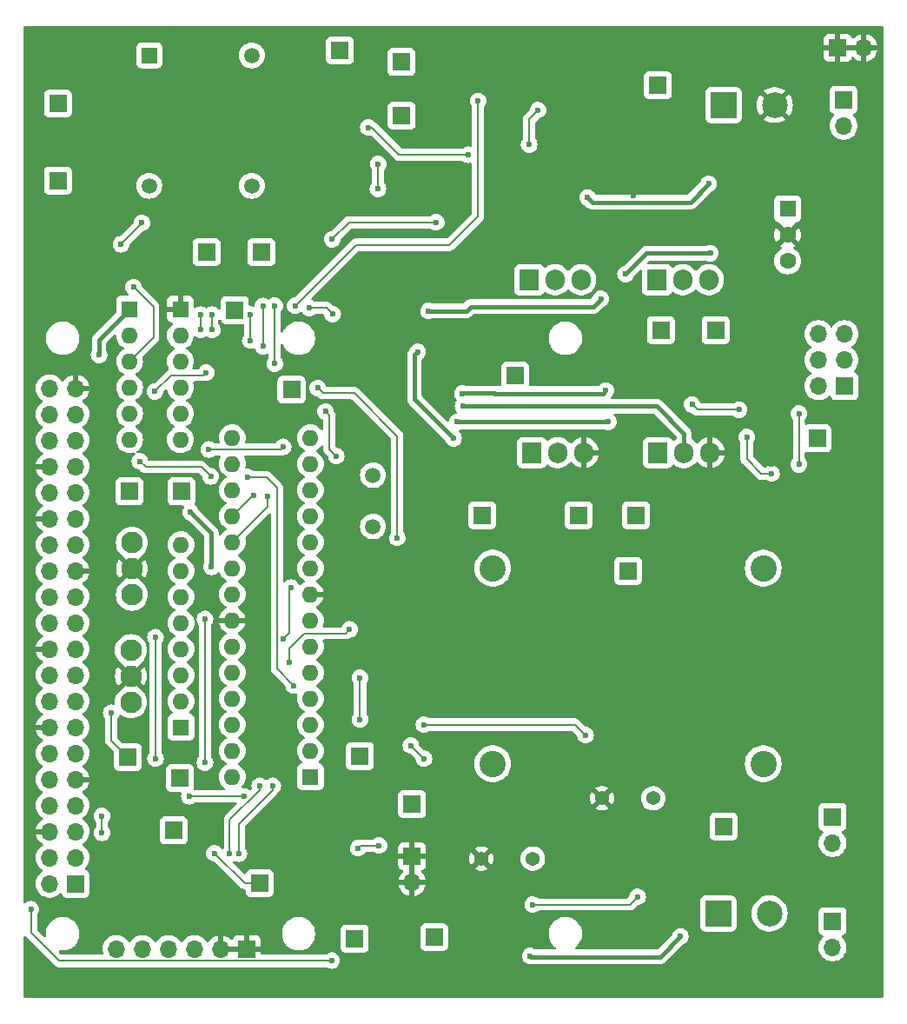
<source format=gbl>
G04 #@! TF.GenerationSoftware,KiCad,Pcbnew,8.0.8*
G04 #@! TF.CreationDate,2025-02-26T00:31:11-08:00*
G04 #@! TF.ProjectId,AtInverter_v1,4174496e-7665-4727-9465-725f76312e6b,v1*
G04 #@! TF.SameCoordinates,Original*
G04 #@! TF.FileFunction,Copper,L2,Bot*
G04 #@! TF.FilePolarity,Positive*
%FSLAX46Y46*%
G04 Gerber Fmt 4.6, Leading zero omitted, Abs format (unit mm)*
G04 Created by KiCad (PCBNEW 8.0.8) date 2025-02-26 00:31:11*
%MOMM*%
%LPD*%
G01*
G04 APERTURE LIST*
G04 #@! TA.AperFunction,ComponentPad*
%ADD10R,1.600200X1.600200*%
G04 #@! TD*
G04 #@! TA.AperFunction,ComponentPad*
%ADD11C,1.600200*%
G04 #@! TD*
G04 #@! TA.AperFunction,ComponentPad*
%ADD12R,1.700000X1.700000*%
G04 #@! TD*
G04 #@! TA.AperFunction,ComponentPad*
%ADD13R,1.905000X2.000000*%
G04 #@! TD*
G04 #@! TA.AperFunction,ComponentPad*
%ADD14O,1.905000X2.000000*%
G04 #@! TD*
G04 #@! TA.AperFunction,ComponentPad*
%ADD15R,1.600000X1.600000*%
G04 #@! TD*
G04 #@! TA.AperFunction,ComponentPad*
%ADD16O,1.600000X1.600000*%
G04 #@! TD*
G04 #@! TA.AperFunction,ComponentPad*
%ADD17C,2.100000*%
G04 #@! TD*
G04 #@! TA.AperFunction,ComponentPad*
%ADD18O,1.700000X1.700000*%
G04 #@! TD*
G04 #@! TA.AperFunction,ComponentPad*
%ADD19C,1.500000*%
G04 #@! TD*
G04 #@! TA.AperFunction,ComponentPad*
%ADD20C,1.371600*%
G04 #@! TD*
G04 #@! TA.AperFunction,ComponentPad*
%ADD21R,1.508000X1.508000*%
G04 #@! TD*
G04 #@! TA.AperFunction,ComponentPad*
%ADD22C,1.508000*%
G04 #@! TD*
G04 #@! TA.AperFunction,ComponentPad*
%ADD23R,2.500000X2.500000*%
G04 #@! TD*
G04 #@! TA.AperFunction,ComponentPad*
%ADD24C,2.500000*%
G04 #@! TD*
G04 #@! TA.AperFunction,ComponentPad*
%ADD25C,2.565400*%
G04 #@! TD*
G04 #@! TA.AperFunction,ViaPad*
%ADD26C,0.600000*%
G04 #@! TD*
G04 #@! TA.AperFunction,Conductor*
%ADD27C,0.200000*%
G04 #@! TD*
G04 #@! TA.AperFunction,Conductor*
%ADD28C,0.150000*%
G04 #@! TD*
G04 #@! TA.AperFunction,Conductor*
%ADD29C,0.400000*%
G04 #@! TD*
G04 APERTURE END LIST*
D10*
X137966000Y-59690000D03*
D11*
X137966000Y-62230000D03*
X137966000Y-64770000D03*
D12*
X125327400Y-47659400D03*
D13*
X125222000Y-66598800D03*
D14*
X127762000Y-66598800D03*
X130302000Y-66598800D03*
D12*
X100330000Y-45395000D03*
X81330800Y-63906400D03*
X125603000Y-71501000D03*
D15*
X91455400Y-115011200D03*
D16*
X91455400Y-112471200D03*
X91455400Y-109931200D03*
X91455400Y-107391200D03*
X91455400Y-104851200D03*
X91455400Y-102311200D03*
X91455400Y-99771200D03*
X91455400Y-97231200D03*
X91455400Y-94691200D03*
X91455400Y-92151200D03*
X91455400Y-89611200D03*
X91455400Y-87071200D03*
X91455400Y-84531200D03*
X91455400Y-81991200D03*
X83835400Y-81991200D03*
X83835400Y-84531200D03*
X83835400Y-87071200D03*
X83835400Y-89611200D03*
X83835400Y-92151200D03*
X83835400Y-94691200D03*
X83835400Y-97231200D03*
X83835400Y-99771200D03*
X83835400Y-102311200D03*
X83835400Y-104851200D03*
X83835400Y-107391200D03*
X83835400Y-109931200D03*
X83835400Y-112471200D03*
X83835400Y-115011200D03*
D12*
X89611200Y-77317600D03*
D13*
X112776000Y-66598800D03*
D14*
X115316000Y-66598800D03*
X117856000Y-66598800D03*
D12*
X78130400Y-120243600D03*
D17*
X73964800Y-107746800D03*
X73964800Y-105206800D03*
X73964800Y-102666800D03*
D12*
X78892400Y-87223600D03*
X100355400Y-50622200D03*
D17*
X74066400Y-97282000D03*
X74066400Y-94742000D03*
X74066400Y-92202000D03*
D12*
X140843000Y-82042000D03*
D18*
X140970000Y-71882000D03*
X143510000Y-71882000D03*
X140970000Y-74422000D03*
X143510000Y-74422000D03*
X140970000Y-76962000D03*
D12*
X143510000Y-76962000D03*
X101371400Y-117678200D03*
X95783400Y-130759200D03*
D19*
X97561400Y-85624800D03*
X97561400Y-90624800D03*
D12*
X84099400Y-69545200D03*
D15*
X78790800Y-69467400D03*
D16*
X78790800Y-72007400D03*
X78790800Y-74547400D03*
X78790800Y-77087400D03*
X78790800Y-79627400D03*
X78790800Y-82167400D03*
D20*
X124866400Y-117094000D03*
X119866400Y-117094000D03*
D12*
X73685400Y-113106200D03*
D20*
X113131600Y-122986800D03*
X108131600Y-122986800D03*
D13*
X113030000Y-83439000D03*
D14*
X115570000Y-83439000D03*
X118110000Y-83439000D03*
D15*
X78841600Y-110185200D03*
D16*
X78841600Y-107645200D03*
X78841600Y-105105200D03*
X78841600Y-102565200D03*
X78841600Y-100025200D03*
X78841600Y-97485200D03*
X78841600Y-94945200D03*
X78841600Y-92405200D03*
D12*
X142341600Y-118922800D03*
D18*
X142341600Y-121462800D03*
D12*
X108204000Y-89535000D03*
X123190000Y-89535000D03*
X122428000Y-94945200D03*
X66852800Y-56926600D03*
X142341600Y-129082800D03*
D18*
X142341600Y-131622800D03*
D21*
X75746600Y-44738400D03*
D22*
X75746600Y-57438400D03*
X85746600Y-57438400D03*
X85746600Y-44738400D03*
D12*
X111404400Y-75946000D03*
X94339400Y-44272200D03*
D23*
X131713600Y-49580800D03*
D24*
X136713600Y-49580800D03*
D12*
X103530400Y-130632200D03*
X130937000Y-71501000D03*
X86512400Y-125374400D03*
D25*
X135585200Y-113741200D03*
X135585200Y-94691200D03*
D13*
X125323600Y-83439000D03*
D14*
X127863600Y-83439000D03*
X130403600Y-83439000D03*
D12*
X117602000Y-89535000D03*
X85242400Y-131775200D03*
D18*
X82702400Y-131775200D03*
X80162400Y-131775200D03*
X77622400Y-131775200D03*
X75082400Y-131775200D03*
X72542400Y-131775200D03*
D12*
X143408400Y-49072800D03*
D18*
X143408400Y-51612800D03*
D12*
X131724400Y-119837200D03*
X66856600Y-49437400D03*
X101369600Y-122732800D03*
D18*
X101369600Y-125272800D03*
D12*
X73812400Y-87223600D03*
D23*
X131205600Y-128320800D03*
D24*
X136205600Y-128320800D03*
D12*
X142849600Y-43992800D03*
D18*
X145389600Y-43992800D03*
D12*
X78765400Y-115138200D03*
D15*
X73837800Y-69467400D03*
D16*
X73837800Y-72007400D03*
X73837800Y-74547400D03*
X73837800Y-77087400D03*
X73837800Y-79627400D03*
X73837800Y-82167400D03*
D12*
X86664800Y-63906400D03*
X96291400Y-112979200D03*
D25*
X109220000Y-94691200D03*
X109220000Y-113741200D03*
D12*
X68580000Y-125425200D03*
D18*
X66040000Y-125425200D03*
X68580000Y-122885200D03*
X66040000Y-122885200D03*
X68580000Y-120345200D03*
X66040000Y-120345200D03*
X68580000Y-117805200D03*
X66040000Y-117805200D03*
X68580000Y-115265200D03*
X66040000Y-115265200D03*
X68580000Y-112725200D03*
X66040000Y-112725200D03*
X68580000Y-110185200D03*
X66040000Y-110185200D03*
X68580000Y-107645200D03*
X66040000Y-107645200D03*
X68580000Y-105105200D03*
X66040000Y-105105200D03*
X68580000Y-102565200D03*
X66040000Y-102565200D03*
X68580000Y-100025200D03*
X66040000Y-100025200D03*
X68580000Y-97485200D03*
X66040000Y-97485200D03*
X68580000Y-94945200D03*
X66040000Y-94945200D03*
X68580000Y-92405200D03*
X66040000Y-92405200D03*
X68580000Y-89865200D03*
X66040000Y-89865200D03*
X68580000Y-87325200D03*
X66040000Y-87325200D03*
X68580000Y-84785200D03*
X66040000Y-84785200D03*
X68580000Y-82245200D03*
X66040000Y-82245200D03*
X68580000Y-79705200D03*
X66040000Y-79705200D03*
X68580000Y-77165200D03*
X66040000Y-77165200D03*
D26*
X93878400Y-74472800D03*
X91338400Y-69342000D03*
X93624400Y-69951600D03*
X85598000Y-72517000D03*
X85598000Y-69977000D03*
X101904800Y-73609200D03*
X105410000Y-82042000D03*
X85293200Y-85801200D03*
X118262400Y-110947200D03*
X81737200Y-85750400D03*
X89814400Y-106121200D03*
X74828400Y-84277200D03*
X102514400Y-109931200D03*
X135890000Y-89281000D03*
X94843600Y-69342000D03*
X103327200Y-83261200D03*
X92100400Y-119583200D03*
X98958400Y-72136000D03*
X91338400Y-63652400D03*
X109677200Y-54762400D03*
X105003600Y-44602400D03*
X126746000Y-129794000D03*
X110515400Y-54762400D03*
X141224000Y-90297000D03*
X133694802Y-62465598D03*
X106984800Y-44602400D03*
X94843600Y-80314800D03*
X141224000Y-86360000D03*
X96367600Y-80314800D03*
X132678802Y-62465598D03*
X81026000Y-120192800D03*
X111353600Y-54762400D03*
X138283600Y-77978000D03*
X94234000Y-68478400D03*
X73456800Y-65481200D03*
X135763000Y-84582000D03*
X122936000Y-58420000D03*
X125730000Y-129794000D03*
X95989600Y-69364400D03*
X134493000Y-88646000D03*
X81026000Y-119481600D03*
X128651000Y-74549000D03*
X138283600Y-74549000D03*
X72847200Y-61976000D03*
X137033000Y-84582000D03*
X136398000Y-84582000D03*
X131662802Y-62465598D03*
X95605600Y-80314800D03*
X101625400Y-88087200D03*
X95097600Y-55067200D03*
X124714000Y-129794000D03*
X83159600Y-75184000D03*
X112776000Y-53441600D03*
X70866000Y-73914000D03*
X81813400Y-94564200D03*
X130276600Y-57251600D03*
X98044000Y-57759600D03*
X81178400Y-99644200D03*
X112877600Y-132467400D03*
X127508000Y-130556000D03*
X81178400Y-113639600D03*
X113639600Y-50088800D03*
X79781400Y-89230200D03*
X118465600Y-58583227D03*
X98069400Y-55321200D03*
X87782400Y-115900200D03*
X84480400Y-122504200D03*
X86512400Y-115900200D03*
X83591400Y-122504200D03*
X71145400Y-120472200D03*
X84988400Y-116916200D03*
X79654400Y-116916200D03*
X71145400Y-118821200D03*
X92938600Y-79425800D03*
X76352400Y-101422200D03*
X76352400Y-113233200D03*
X93980000Y-83769200D03*
X81889600Y-70002400D03*
X81889600Y-71475600D03*
X86817200Y-69164200D03*
X86817200Y-73075800D03*
X87985600Y-74777600D03*
X87985600Y-69113400D03*
X85902800Y-87579200D03*
X87299800Y-87655400D03*
X72034400Y-108788200D03*
X102514400Y-113233200D03*
X81305400Y-75641200D03*
X76301600Y-77470000D03*
X101244400Y-111963200D03*
X113131600Y-127457200D03*
X123342400Y-126695200D03*
X139065000Y-79629000D03*
X139065000Y-84582000D03*
X89369900Y-103898700D03*
X95275400Y-100660200D03*
X92176600Y-77139800D03*
X103733600Y-61010800D03*
X96291400Y-109423200D03*
X93573600Y-62653300D03*
X99923600Y-91744800D03*
X89560400Y-96586200D03*
X88798400Y-101549200D03*
X96291400Y-105359200D03*
X107797600Y-49199800D03*
X89966800Y-69138800D03*
X80772000Y-71475600D03*
X80772000Y-70002400D03*
X81559400Y-83134200D03*
X88798400Y-82880200D03*
X74218800Y-67310000D03*
X75031600Y-61061600D03*
X72999600Y-63144400D03*
X106324400Y-78917800D03*
X93522800Y-132910800D03*
X64211200Y-127914400D03*
X98145600Y-121716800D03*
X96113600Y-121970800D03*
X82091400Y-122478800D03*
X97111100Y-51765200D03*
X106832400Y-54432200D03*
X106273600Y-77673200D03*
X120243600Y-77393800D03*
X120497600Y-80441800D03*
X105765600Y-80441800D03*
X133985000Y-81915000D03*
X136398000Y-85471000D03*
X128651000Y-78740000D03*
X133223000Y-79248000D03*
X119761000Y-68453000D03*
X122174000Y-66040000D03*
X102971600Y-69646800D03*
X130429000Y-64008000D03*
D27*
X105003600Y-63195200D02*
X107797600Y-60401200D01*
X107797600Y-60401200D02*
X107797600Y-49199800D01*
X95910400Y-63195200D02*
X105003600Y-63195200D01*
X89966800Y-69138800D02*
X95910400Y-63195200D01*
X93014800Y-69342000D02*
X91338400Y-69342000D01*
X93624400Y-69951600D02*
X93014800Y-69342000D01*
D28*
X87985600Y-74777600D02*
X87985600Y-69113400D01*
D27*
X93490000Y-132943600D02*
X93522800Y-132910800D01*
X66954400Y-132943600D02*
X93490000Y-132943600D01*
X64211200Y-130200400D02*
X66954400Y-132943600D01*
X64211200Y-127914400D02*
X64211200Y-130200400D01*
D29*
X125526800Y-132537200D02*
X127508000Y-130556000D01*
X112947400Y-132537200D02*
X125526800Y-132537200D01*
X112877600Y-132467400D02*
X112947400Y-132537200D01*
D28*
X122580400Y-127457200D02*
X123342400Y-126695200D01*
X113131600Y-127457200D02*
X122580400Y-127457200D01*
X85867400Y-87579200D02*
X83835400Y-89611200D01*
X85902800Y-87579200D02*
X85867400Y-87579200D01*
X87299800Y-87655400D02*
X87299800Y-88686800D01*
X87299800Y-88686800D02*
X83835400Y-92151200D01*
D29*
X101600000Y-78232000D02*
X105410000Y-82042000D01*
X101904800Y-73609200D02*
X101600000Y-73914000D01*
X101600000Y-73914000D02*
X101600000Y-78232000D01*
X127863600Y-81584800D02*
X127863600Y-83439000D01*
X125196600Y-78917800D02*
X127863600Y-81584800D01*
X106324400Y-78917800D02*
X125196600Y-78917800D01*
X119950400Y-77687000D02*
X120243600Y-77393800D01*
X109378500Y-77647800D02*
X109417700Y-77687000D01*
X106299000Y-77647800D02*
X109378500Y-77647800D01*
X109417700Y-77687000D02*
X119950400Y-77687000D01*
X106273600Y-77673200D02*
X106299000Y-77647800D01*
X107061000Y-69215000D02*
X118999000Y-69215000D01*
X106629200Y-69646800D02*
X107061000Y-69215000D01*
X102971600Y-69646800D02*
X106629200Y-69646800D01*
X118999000Y-69215000D02*
X119761000Y-68453000D01*
D28*
X85598000Y-69977000D02*
X85598000Y-72517000D01*
X86817200Y-73075800D02*
X86817200Y-69164200D01*
X88188800Y-104495600D02*
X89814400Y-106121200D01*
X81737200Y-85750400D02*
X80822800Y-84836000D01*
X85293200Y-85801200D02*
X87172800Y-85801200D01*
X75387200Y-84836000D02*
X74828400Y-84277200D01*
X87172800Y-85801200D02*
X88188800Y-86817200D01*
X88188800Y-86817200D02*
X88188800Y-104495600D01*
D27*
X117246400Y-109931200D02*
X118262400Y-110947200D01*
X102514400Y-109931200D02*
X117246400Y-109931200D01*
D28*
X80822800Y-84836000D02*
X75387200Y-84836000D01*
D27*
X81178400Y-99644200D02*
X81178400Y-113639600D01*
D29*
X81813400Y-91262200D02*
X81813400Y-94564200D01*
X70866000Y-72439200D02*
X73837800Y-69467400D01*
D27*
X98069400Y-55321200D02*
X98044000Y-55346600D01*
D29*
X70866000Y-73914000D02*
X70866000Y-72439200D01*
X118465600Y-58583227D02*
X118929373Y-59047000D01*
D27*
X112776000Y-50952400D02*
X112776000Y-53441600D01*
X113639600Y-50088800D02*
X112776000Y-50952400D01*
D29*
X118929373Y-59047000D02*
X128481200Y-59047000D01*
D27*
X98044000Y-55346600D02*
X98044000Y-57759600D01*
D29*
X128481200Y-59047000D02*
X130276600Y-57251600D01*
X79781400Y-89230200D02*
X81813400Y-91262200D01*
D28*
X87782400Y-115900200D02*
X87782400Y-116281200D01*
X87782400Y-116281200D02*
X84480400Y-119583200D01*
X84480400Y-119583200D02*
X84480400Y-122504200D01*
X83591400Y-119202200D02*
X83591400Y-122504200D01*
X86512400Y-116281200D02*
X83591400Y-119202200D01*
X86512400Y-115900200D02*
X86512400Y-116281200D01*
X71145400Y-118821200D02*
X71145400Y-120472200D01*
X79654400Y-116916200D02*
X84988400Y-116916200D01*
X76352400Y-113233200D02*
X76352400Y-101422200D01*
X93319600Y-83108800D02*
X93980000Y-83769200D01*
X92938600Y-79425800D02*
X93319600Y-79806800D01*
X93319600Y-79806800D02*
X93319600Y-83108800D01*
X81889600Y-70002400D02*
X81889600Y-71475600D01*
X72034400Y-108788200D02*
X72034400Y-111455200D01*
X72034400Y-111455200D02*
X73685400Y-113106200D01*
X81305400Y-75641200D02*
X81051400Y-75895200D01*
X81051400Y-75895200D02*
X77876400Y-75895200D01*
X102514400Y-113233200D02*
X101244400Y-111963200D01*
X77876400Y-75895200D02*
X76301600Y-77470000D01*
X90830400Y-101041200D02*
X94894400Y-101041200D01*
X89369900Y-103898700D02*
X89369900Y-102501700D01*
X94894400Y-101041200D02*
X95275400Y-100660200D01*
X89369900Y-102501700D02*
X90830400Y-101041200D01*
X139065000Y-79629000D02*
X139065000Y-84582000D01*
D27*
X88798400Y-101549200D02*
X89357200Y-100990400D01*
X96291400Y-105359200D02*
X96291400Y-109423200D01*
X99923600Y-81838800D02*
X99923600Y-91744800D01*
X93573600Y-62653300D02*
X95216100Y-61010800D01*
X95216100Y-61010800D02*
X103733600Y-61010800D01*
X92176600Y-77139800D02*
X92684600Y-77647800D01*
X89357200Y-100990400D02*
X89357200Y-96789400D01*
X89357200Y-96789400D02*
X89560400Y-96586200D01*
X95732600Y-77647800D02*
X99923600Y-81838800D01*
X92684600Y-77647800D02*
X95732600Y-77647800D01*
D28*
X88544400Y-83134200D02*
X81559400Y-83134200D01*
X88798400Y-82880200D02*
X88544400Y-83134200D01*
X80772000Y-70002400D02*
X80772000Y-71475600D01*
X74218800Y-67310000D02*
X76149200Y-69240400D01*
X76149200Y-72236000D02*
X73837800Y-74547400D01*
X76149200Y-69240400D02*
X76149200Y-72236000D01*
D27*
X75031600Y-61061600D02*
X75031600Y-61112400D01*
X75031600Y-61112400D02*
X72999600Y-63144400D01*
D28*
X96113600Y-121970800D02*
X96367600Y-121716800D01*
X96367600Y-121716800D02*
X98145600Y-121716800D01*
X82143600Y-122478800D02*
X85039200Y-125374400D01*
X82091400Y-122478800D02*
X82143600Y-122478800D01*
X85039200Y-125374400D02*
X86512400Y-125374400D01*
D27*
X106832400Y-54432200D02*
X100101400Y-54432200D01*
X100101400Y-54432200D02*
X97434400Y-51765200D01*
X97434400Y-51765200D02*
X97111100Y-51765200D01*
D29*
X105765600Y-80441800D02*
X120497600Y-80441800D01*
D27*
X135382000Y-85471000D02*
X133985000Y-84074000D01*
X133223000Y-79248000D02*
X129159000Y-79248000D01*
X129159000Y-79248000D02*
X128651000Y-78740000D01*
X133985000Y-84074000D02*
X133985000Y-81915000D01*
X136398000Y-85471000D02*
X135382000Y-85471000D01*
D29*
X122174000Y-66040000D02*
X124206000Y-64008000D01*
X124206000Y-64008000D02*
X130429000Y-64008000D01*
G04 #@! TA.AperFunction,Conductor*
G36*
X101619600Y-124839788D02*
G01*
X101562593Y-124806875D01*
X101435426Y-124772800D01*
X101303774Y-124772800D01*
X101176607Y-124806875D01*
X101119600Y-124839788D01*
X101119600Y-123165812D01*
X101176607Y-123198725D01*
X101303774Y-123232800D01*
X101435426Y-123232800D01*
X101562593Y-123198725D01*
X101619600Y-123165812D01*
X101619600Y-124839788D01*
G37*
G04 #@! TD.AperFunction*
G04 #@! TA.AperFunction,Conductor*
G36*
X144923675Y-43799807D02*
G01*
X144889600Y-43926974D01*
X144889600Y-44058626D01*
X144923675Y-44185793D01*
X144956588Y-44242800D01*
X143282612Y-44242800D01*
X143315525Y-44185793D01*
X143349600Y-44058626D01*
X143349600Y-43926974D01*
X143315525Y-43799807D01*
X143282612Y-43742800D01*
X144956588Y-43742800D01*
X144923675Y-43799807D01*
G37*
G04 #@! TD.AperFunction*
G04 #@! TA.AperFunction,Conductor*
G36*
X147252539Y-41940185D02*
G01*
X147298294Y-41992989D01*
X147309500Y-42044500D01*
X147309500Y-136390500D01*
X147289815Y-136457539D01*
X147237011Y-136503294D01*
X147185500Y-136514500D01*
X63634500Y-136514500D01*
X63567461Y-136494815D01*
X63521706Y-136442011D01*
X63510500Y-136390500D01*
X63510500Y-130659611D01*
X63530185Y-130592572D01*
X63582989Y-130546817D01*
X63652147Y-130536873D01*
X63715703Y-130565898D01*
X63722181Y-130571930D01*
X63724278Y-130574027D01*
X66580773Y-133430522D01*
X66626141Y-133456715D01*
X66719528Y-133510632D01*
X66874289Y-133552100D01*
X66874290Y-133552100D01*
X67034511Y-133552100D01*
X92988053Y-133552100D01*
X93054024Y-133571105D01*
X93169785Y-133643843D01*
X93341753Y-133704017D01*
X93341758Y-133704018D01*
X93522796Y-133724416D01*
X93522800Y-133724416D01*
X93522804Y-133724416D01*
X93703841Y-133704018D01*
X93703844Y-133704017D01*
X93703847Y-133704017D01*
X93875815Y-133643843D01*
X94030081Y-133546911D01*
X94158911Y-133418081D01*
X94255843Y-133263815D01*
X94316017Y-133091847D01*
X94328473Y-132981300D01*
X94336416Y-132910803D01*
X94336416Y-132910796D01*
X94316018Y-132729758D01*
X94316017Y-132729753D01*
X94255843Y-132557785D01*
X94199048Y-132467396D01*
X112063984Y-132467396D01*
X112063984Y-132467403D01*
X112084381Y-132648441D01*
X112084382Y-132648446D01*
X112144558Y-132820417D01*
X112201347Y-132910796D01*
X112241489Y-132974681D01*
X112370319Y-133103511D01*
X112524585Y-133200443D01*
X112696553Y-133260617D01*
X112696558Y-133260618D01*
X112877596Y-133281016D01*
X112877600Y-133281016D01*
X112877604Y-133281016D01*
X113058643Y-133260618D01*
X113058645Y-133260617D01*
X113058647Y-133260617D01*
X113081389Y-133252658D01*
X113122344Y-133245700D01*
X125596582Y-133245700D01*
X125665021Y-133232086D01*
X125665022Y-133232086D01*
X125682248Y-133228659D01*
X125733462Y-133218473D01*
X125776990Y-133200443D01*
X125862401Y-133165065D01*
X125978443Y-133087528D01*
X127443174Y-131622794D01*
X140978444Y-131622794D01*
X140978444Y-131622805D01*
X140997034Y-131847159D01*
X140997036Y-131847171D01*
X141052303Y-132065414D01*
X141142740Y-132271592D01*
X141265876Y-132460065D01*
X141265884Y-132460076D01*
X141418356Y-132625702D01*
X141418361Y-132625707D01*
X141447576Y-132648446D01*
X141596024Y-132763989D01*
X141596025Y-132763989D01*
X141596027Y-132763991D01*
X141700290Y-132820415D01*
X141794026Y-132871142D01*
X142006965Y-132944244D01*
X142229031Y-132981300D01*
X142454169Y-132981300D01*
X142676235Y-132944244D01*
X142889174Y-132871142D01*
X143087176Y-132763989D01*
X143264840Y-132625706D01*
X143410570Y-132467403D01*
X143417315Y-132460076D01*
X143417316Y-132460074D01*
X143417322Y-132460068D01*
X143540460Y-132271591D01*
X143630896Y-132065416D01*
X143686164Y-131847168D01*
X143686165Y-131847159D01*
X143704756Y-131622805D01*
X143704756Y-131622794D01*
X143686165Y-131398440D01*
X143686163Y-131398428D01*
X143630896Y-131180185D01*
X143616404Y-131147147D01*
X143540460Y-130974009D01*
X143522039Y-130945814D01*
X143438417Y-130817820D01*
X143417322Y-130785532D01*
X143417319Y-130785529D01*
X143417315Y-130785523D01*
X143272110Y-130627791D01*
X143241187Y-130565137D01*
X143249047Y-130495711D01*
X143293194Y-130441555D01*
X143320005Y-130427627D01*
X143400184Y-130397720D01*
X143437804Y-130383689D01*
X143554861Y-130296061D01*
X143642489Y-130179004D01*
X143693589Y-130042001D01*
X143699753Y-129984670D01*
X143700099Y-129981454D01*
X143700100Y-129981437D01*
X143700100Y-128184162D01*
X143700099Y-128184145D01*
X143696757Y-128153070D01*
X143693589Y-128123599D01*
X143683088Y-128095446D01*
X143647836Y-128000933D01*
X143642489Y-127986596D01*
X143554861Y-127869539D01*
X143437804Y-127781911D01*
X143300803Y-127730811D01*
X143240254Y-127724300D01*
X143240238Y-127724300D01*
X141442962Y-127724300D01*
X141442945Y-127724300D01*
X141382397Y-127730811D01*
X141382395Y-127730811D01*
X141245395Y-127781911D01*
X141128339Y-127869539D01*
X141040711Y-127986595D01*
X140989611Y-128123595D01*
X140989611Y-128123597D01*
X140983100Y-128184145D01*
X140983100Y-129981454D01*
X140989611Y-130042002D01*
X140989611Y-130042004D01*
X141036334Y-130167270D01*
X141040711Y-130179004D01*
X141128339Y-130296061D01*
X141245396Y-130383689D01*
X141297337Y-130403062D01*
X141363195Y-130427627D01*
X141419128Y-130469499D01*
X141443544Y-130534963D01*
X141428692Y-130603236D01*
X141411090Y-130627791D01*
X141265879Y-130785530D01*
X141265876Y-130785534D01*
X141142740Y-130974007D01*
X141052303Y-131180185D01*
X140997036Y-131398428D01*
X140997034Y-131398440D01*
X140978444Y-131622794D01*
X127443174Y-131622794D01*
X127711654Y-131354314D01*
X127758377Y-131324956D01*
X127861015Y-131289043D01*
X128015281Y-131192111D01*
X128144111Y-131063281D01*
X128241043Y-130909015D01*
X128301217Y-130737047D01*
X128307295Y-130683106D01*
X128321616Y-130556003D01*
X128321616Y-130555996D01*
X128301218Y-130374958D01*
X128301217Y-130374953D01*
X128288297Y-130338031D01*
X128241043Y-130202985D01*
X128144111Y-130048719D01*
X128015281Y-129919889D01*
X127900834Y-129847977D01*
X127861017Y-129822958D01*
X127861016Y-129822957D01*
X127861015Y-129822957D01*
X127795393Y-129799995D01*
X127689046Y-129762782D01*
X127689041Y-129762781D01*
X127508004Y-129742384D01*
X127507996Y-129742384D01*
X127326958Y-129762781D01*
X127326953Y-129762782D01*
X127154982Y-129822958D01*
X127000718Y-129919889D01*
X126871889Y-130048718D01*
X126774956Y-130202985D01*
X126739044Y-130305618D01*
X126709683Y-130352345D01*
X125269648Y-131792381D01*
X125208325Y-131825866D01*
X125181967Y-131828700D01*
X117346417Y-131828700D01*
X117279378Y-131809015D01*
X117233623Y-131756211D01*
X117223679Y-131687053D01*
X117252704Y-131623497D01*
X117273532Y-131604382D01*
X117368935Y-131535067D01*
X117368933Y-131535067D01*
X117368942Y-131535062D01*
X117549862Y-131354142D01*
X117700252Y-131147147D01*
X117816410Y-130919175D01*
X117895474Y-130675839D01*
X117935500Y-130423130D01*
X117935500Y-130167270D01*
X117895474Y-129914561D01*
X117846159Y-129762783D01*
X117816411Y-129671227D01*
X117816410Y-129671224D01*
X117747507Y-129535996D01*
X117700252Y-129443253D01*
X117618922Y-129331311D01*
X117549867Y-129236264D01*
X117549863Y-129236259D01*
X117368940Y-129055336D01*
X117368935Y-129055332D01*
X117161950Y-128904950D01*
X117161949Y-128904949D01*
X117161947Y-128904948D01*
X117088910Y-128867733D01*
X116933975Y-128788789D01*
X116933972Y-128788788D01*
X116690640Y-128709726D01*
X116564284Y-128689713D01*
X116437930Y-128669700D01*
X116182070Y-128669700D01*
X116097833Y-128683042D01*
X115929359Y-128709726D01*
X115686027Y-128788788D01*
X115686024Y-128788789D01*
X115458049Y-128904950D01*
X115251064Y-129055332D01*
X115251059Y-129055336D01*
X115070136Y-129236259D01*
X115070132Y-129236264D01*
X114919750Y-129443249D01*
X114803589Y-129671224D01*
X114803588Y-129671227D01*
X114724526Y-129914559D01*
X114698433Y-130079300D01*
X114684500Y-130167270D01*
X114684500Y-130423130D01*
X114704091Y-130546817D01*
X114724526Y-130675840D01*
X114803588Y-130919172D01*
X114803589Y-130919175D01*
X114831528Y-130974007D01*
X114911615Y-131131186D01*
X114919750Y-131147150D01*
X115070132Y-131354135D01*
X115070136Y-131354140D01*
X115251059Y-131535063D01*
X115251064Y-131535067D01*
X115346468Y-131604382D01*
X115389134Y-131659711D01*
X115395113Y-131729325D01*
X115362508Y-131791120D01*
X115301669Y-131825477D01*
X115273583Y-131828700D01*
X113416485Y-131828700D01*
X113350513Y-131809694D01*
X113349432Y-131809015D01*
X113295607Y-131775194D01*
X113230617Y-131734358D01*
X113230616Y-131734357D01*
X113230615Y-131734357D01*
X113176293Y-131715349D01*
X113058646Y-131674182D01*
X113058641Y-131674181D01*
X112877604Y-131653784D01*
X112877596Y-131653784D01*
X112696558Y-131674181D01*
X112696553Y-131674182D01*
X112524582Y-131734358D01*
X112370318Y-131831289D01*
X112241489Y-131960118D01*
X112144558Y-132114382D01*
X112084382Y-132286353D01*
X112084381Y-132286358D01*
X112063984Y-132467396D01*
X94199048Y-132467396D01*
X94158911Y-132403519D01*
X94030081Y-132274689D01*
X93976664Y-132241125D01*
X93875817Y-132177758D01*
X93875816Y-132177757D01*
X93875815Y-132177757D01*
X93821493Y-132158749D01*
X93703846Y-132117582D01*
X93703841Y-132117581D01*
X93522804Y-132097184D01*
X93522796Y-132097184D01*
X93341758Y-132117581D01*
X93341753Y-132117582D01*
X93169782Y-132177758D01*
X93015518Y-132274689D01*
X92991427Y-132298781D01*
X92930104Y-132332266D01*
X92903746Y-132335100D01*
X86716400Y-132335100D01*
X86649361Y-132315415D01*
X86603606Y-132262611D01*
X86592400Y-132211100D01*
X86592400Y-132025200D01*
X85675412Y-132025200D01*
X85708325Y-131968193D01*
X85742400Y-131841026D01*
X85742400Y-131709374D01*
X85708325Y-131582207D01*
X85675412Y-131525200D01*
X86592400Y-131525200D01*
X86592400Y-130877372D01*
X86592399Y-130877355D01*
X86585998Y-130817827D01*
X86585996Y-130817820D01*
X86535754Y-130683113D01*
X86535750Y-130683106D01*
X86449590Y-130568012D01*
X86449587Y-130568009D01*
X86334493Y-130481849D01*
X86334486Y-130481845D01*
X86199779Y-130431603D01*
X86199772Y-130431601D01*
X86140244Y-130425200D01*
X85492400Y-130425200D01*
X85492400Y-131342188D01*
X85435393Y-131309275D01*
X85308226Y-131275200D01*
X85176574Y-131275200D01*
X85049407Y-131309275D01*
X84992400Y-131342188D01*
X84992400Y-130425200D01*
X84344555Y-130425200D01*
X84285027Y-130431601D01*
X84285020Y-130431603D01*
X84150313Y-130481845D01*
X84150306Y-130481849D01*
X84035212Y-130568009D01*
X84035209Y-130568012D01*
X83949049Y-130683106D01*
X83949046Y-130683111D01*
X83899785Y-130815187D01*
X83857913Y-130871120D01*
X83792449Y-130895537D01*
X83724176Y-130880685D01*
X83695922Y-130859534D01*
X83573482Y-130737094D01*
X83379978Y-130601599D01*
X83165892Y-130501770D01*
X83165886Y-130501767D01*
X82952400Y-130444564D01*
X82952400Y-131342188D01*
X82895393Y-131309275D01*
X82768226Y-131275200D01*
X82636574Y-131275200D01*
X82509407Y-131309275D01*
X82452400Y-131342188D01*
X82452400Y-130444564D01*
X82452399Y-130444564D01*
X82238913Y-130501767D01*
X82238907Y-130501770D01*
X82024822Y-130601599D01*
X82024820Y-130601600D01*
X81831326Y-130737086D01*
X81831320Y-130737091D01*
X81664291Y-130904120D01*
X81664290Y-130904122D01*
X81537531Y-131085152D01*
X81482954Y-131128777D01*
X81413455Y-131135969D01*
X81351101Y-131104447D01*
X81332152Y-131081856D01*
X81238122Y-130937932D01*
X81238115Y-130937925D01*
X81238115Y-130937923D01*
X81085643Y-130772297D01*
X81085638Y-130772292D01*
X80961716Y-130675839D01*
X80907976Y-130634011D01*
X80907975Y-130634010D01*
X80907972Y-130634008D01*
X80709980Y-130526861D01*
X80709977Y-130526859D01*
X80709974Y-130526858D01*
X80709971Y-130526857D01*
X80709969Y-130526856D01*
X80497037Y-130453756D01*
X80274969Y-130416700D01*
X80049831Y-130416700D01*
X79827762Y-130453756D01*
X79614830Y-130526856D01*
X79614819Y-130526861D01*
X79416827Y-130634008D01*
X79416822Y-130634012D01*
X79239161Y-130772292D01*
X79239156Y-130772297D01*
X79086684Y-130937923D01*
X79086676Y-130937934D01*
X78996208Y-131076406D01*
X78943062Y-131121762D01*
X78873831Y-131131186D01*
X78810495Y-131101684D01*
X78788592Y-131076406D01*
X78721691Y-130974007D01*
X78698122Y-130937932D01*
X78698119Y-130937929D01*
X78698115Y-130937923D01*
X78545643Y-130772297D01*
X78545638Y-130772292D01*
X78421716Y-130675839D01*
X78367976Y-130634011D01*
X78367975Y-130634010D01*
X78367972Y-130634008D01*
X78169980Y-130526861D01*
X78169977Y-130526859D01*
X78169974Y-130526858D01*
X78169971Y-130526857D01*
X78169969Y-130526856D01*
X77957037Y-130453756D01*
X77734969Y-130416700D01*
X77509831Y-130416700D01*
X77287762Y-130453756D01*
X77074830Y-130526856D01*
X77074819Y-130526861D01*
X76876827Y-130634008D01*
X76876822Y-130634012D01*
X76699161Y-130772292D01*
X76699156Y-130772297D01*
X76546684Y-130937923D01*
X76546676Y-130937934D01*
X76456208Y-131076406D01*
X76403062Y-131121762D01*
X76333831Y-131131186D01*
X76270495Y-131101684D01*
X76248592Y-131076406D01*
X76181691Y-130974007D01*
X76158122Y-130937932D01*
X76158119Y-130937929D01*
X76158115Y-130937923D01*
X76005643Y-130772297D01*
X76005638Y-130772292D01*
X75881716Y-130675839D01*
X75827976Y-130634011D01*
X75827975Y-130634010D01*
X75827972Y-130634008D01*
X75629980Y-130526861D01*
X75629977Y-130526859D01*
X75629974Y-130526858D01*
X75629971Y-130526857D01*
X75629969Y-130526856D01*
X75417037Y-130453756D01*
X75194969Y-130416700D01*
X74969831Y-130416700D01*
X74747762Y-130453756D01*
X74534830Y-130526856D01*
X74534819Y-130526861D01*
X74336827Y-130634008D01*
X74336822Y-130634012D01*
X74159161Y-130772292D01*
X74159156Y-130772297D01*
X74006684Y-130937923D01*
X74006676Y-130937934D01*
X73916208Y-131076406D01*
X73863062Y-131121762D01*
X73793831Y-131131186D01*
X73730495Y-131101684D01*
X73708592Y-131076406D01*
X73641691Y-130974007D01*
X73618122Y-130937932D01*
X73618119Y-130937929D01*
X73618115Y-130937923D01*
X73465643Y-130772297D01*
X73465638Y-130772292D01*
X73341716Y-130675839D01*
X73287976Y-130634011D01*
X73287975Y-130634010D01*
X73287972Y-130634008D01*
X73089980Y-130526861D01*
X73089977Y-130526859D01*
X73089974Y-130526858D01*
X73089971Y-130526857D01*
X73089969Y-130526856D01*
X72877037Y-130453756D01*
X72654969Y-130416700D01*
X72429831Y-130416700D01*
X72207762Y-130453756D01*
X71994830Y-130526856D01*
X71994819Y-130526861D01*
X71796827Y-130634008D01*
X71796822Y-130634012D01*
X71619161Y-130772292D01*
X71619156Y-130772297D01*
X71466684Y-130937923D01*
X71466676Y-130937934D01*
X71343540Y-131126407D01*
X71253103Y-131332585D01*
X71197836Y-131550828D01*
X71197834Y-131550840D01*
X71179244Y-131775194D01*
X71179244Y-131775200D01*
X71197834Y-131999559D01*
X71197836Y-131999571D01*
X71243695Y-132180660D01*
X71241070Y-132250480D01*
X71201114Y-132307797D01*
X71136513Y-132334414D01*
X71123489Y-132335100D01*
X67257811Y-132335100D01*
X67190772Y-132315415D01*
X67170130Y-132298781D01*
X66988504Y-132117155D01*
X66955019Y-132055832D01*
X66960003Y-131986140D01*
X67001875Y-131930207D01*
X67067339Y-131905790D01*
X67095578Y-131907000D01*
X67182070Y-131920700D01*
X67182072Y-131920700D01*
X67437929Y-131920700D01*
X67437930Y-131920700D01*
X67690639Y-131880674D01*
X67933975Y-131801610D01*
X68161947Y-131685452D01*
X68368942Y-131535062D01*
X68549862Y-131354142D01*
X68700252Y-131147147D01*
X68816410Y-130919175D01*
X68895474Y-130675839D01*
X68935500Y-130423130D01*
X68935500Y-130167270D01*
X88684500Y-130167270D01*
X88684500Y-130423130D01*
X88704091Y-130546817D01*
X88724526Y-130675840D01*
X88803588Y-130919172D01*
X88803589Y-130919175D01*
X88831528Y-130974007D01*
X88911615Y-131131186D01*
X88919750Y-131147150D01*
X89070132Y-131354135D01*
X89070136Y-131354140D01*
X89251059Y-131535063D01*
X89251064Y-131535067D01*
X89420044Y-131657837D01*
X89458053Y-131685452D01*
X89595559Y-131755515D01*
X89686024Y-131801610D01*
X89686027Y-131801611D01*
X89769400Y-131828700D01*
X89929361Y-131880674D01*
X90182070Y-131920700D01*
X90182071Y-131920700D01*
X90437929Y-131920700D01*
X90437930Y-131920700D01*
X90690639Y-131880674D01*
X90933975Y-131801610D01*
X91161947Y-131685452D01*
X91368942Y-131535062D01*
X91549862Y-131354142D01*
X91700252Y-131147147D01*
X91816410Y-130919175D01*
X91895474Y-130675839D01*
X91935500Y-130423130D01*
X91935500Y-130167270D01*
X91895474Y-129914561D01*
X91877923Y-129860545D01*
X94424900Y-129860545D01*
X94424900Y-131657854D01*
X94431411Y-131718402D01*
X94431411Y-131718404D01*
X94471494Y-131825866D01*
X94482511Y-131855404D01*
X94570139Y-131972461D01*
X94687196Y-132060089D01*
X94824199Y-132111189D01*
X94851450Y-132114118D01*
X94884745Y-132117699D01*
X94884762Y-132117700D01*
X96682038Y-132117700D01*
X96682054Y-132117699D01*
X96709092Y-132114791D01*
X96742601Y-132111189D01*
X96879604Y-132060089D01*
X96996661Y-131972461D01*
X97084289Y-131855404D01*
X97135389Y-131718401D01*
X97141699Y-131659711D01*
X97141899Y-131657854D01*
X97141900Y-131657837D01*
X97141900Y-129860562D01*
X97141899Y-129860545D01*
X97137217Y-129817004D01*
X97135389Y-129799999D01*
X97113899Y-129742384D01*
X97110602Y-129733545D01*
X102171900Y-129733545D01*
X102171900Y-131530854D01*
X102178411Y-131591402D01*
X102178411Y-131591404D01*
X102219928Y-131702711D01*
X102229511Y-131728404D01*
X102317139Y-131845461D01*
X102434196Y-131933089D01*
X102571199Y-131984189D01*
X102598450Y-131987118D01*
X102631745Y-131990699D01*
X102631762Y-131990700D01*
X104429038Y-131990700D01*
X104429054Y-131990699D01*
X104456092Y-131987791D01*
X104489601Y-131984189D01*
X104626604Y-131933089D01*
X104743661Y-131845461D01*
X104831289Y-131728404D01*
X104882389Y-131591401D01*
X104886750Y-131550840D01*
X104888899Y-131530854D01*
X104888900Y-131530837D01*
X104888900Y-129733562D01*
X104888899Y-129733545D01*
X104885239Y-129699505D01*
X104882389Y-129672999D01*
X104881728Y-129671227D01*
X104859922Y-129612764D01*
X104831289Y-129535996D01*
X104743661Y-129418939D01*
X104626604Y-129331311D01*
X104580664Y-129314176D01*
X104489603Y-129280211D01*
X104429054Y-129273700D01*
X104429038Y-129273700D01*
X102631762Y-129273700D01*
X102631745Y-129273700D01*
X102571197Y-129280211D01*
X102571195Y-129280211D01*
X102434195Y-129331311D01*
X102317139Y-129418939D01*
X102229511Y-129535995D01*
X102178411Y-129672995D01*
X102178411Y-129672997D01*
X102171900Y-129733545D01*
X97110602Y-129733545D01*
X97097907Y-129699507D01*
X97084289Y-129662996D01*
X96996661Y-129545939D01*
X96879604Y-129458311D01*
X96742603Y-129407211D01*
X96682054Y-129400700D01*
X96682038Y-129400700D01*
X94884762Y-129400700D01*
X94884745Y-129400700D01*
X94824197Y-129407211D01*
X94824195Y-129407211D01*
X94687195Y-129458311D01*
X94570139Y-129545939D01*
X94482511Y-129662995D01*
X94431411Y-129799995D01*
X94431411Y-129799997D01*
X94424900Y-129860545D01*
X91877923Y-129860545D01*
X91846159Y-129762783D01*
X91816411Y-129671227D01*
X91816410Y-129671224D01*
X91747507Y-129535996D01*
X91700252Y-129443253D01*
X91618922Y-129331311D01*
X91549867Y-129236264D01*
X91549863Y-129236259D01*
X91368940Y-129055336D01*
X91368935Y-129055332D01*
X91161950Y-128904950D01*
X91161949Y-128904949D01*
X91161947Y-128904948D01*
X91088910Y-128867733D01*
X90933975Y-128788789D01*
X90933972Y-128788788D01*
X90690640Y-128709726D01*
X90564284Y-128689713D01*
X90437930Y-128669700D01*
X90182070Y-128669700D01*
X90097833Y-128683042D01*
X89929359Y-128709726D01*
X89686027Y-128788788D01*
X89686024Y-128788789D01*
X89458049Y-128904950D01*
X89251064Y-129055332D01*
X89251059Y-129055336D01*
X89070136Y-129236259D01*
X89070132Y-129236264D01*
X88919750Y-129443249D01*
X88803589Y-129671224D01*
X88803588Y-129671227D01*
X88724526Y-129914559D01*
X88698433Y-130079300D01*
X88684500Y-130167270D01*
X68935500Y-130167270D01*
X68895474Y-129914561D01*
X68846159Y-129762783D01*
X68816411Y-129671227D01*
X68816410Y-129671224D01*
X68747507Y-129535996D01*
X68700252Y-129443253D01*
X68618922Y-129331311D01*
X68549867Y-129236264D01*
X68549863Y-129236259D01*
X68368940Y-129055336D01*
X68368935Y-129055332D01*
X68161950Y-128904950D01*
X68161949Y-128904949D01*
X68161947Y-128904948D01*
X68088910Y-128867733D01*
X67933975Y-128788789D01*
X67933972Y-128788788D01*
X67690640Y-128709726D01*
X67564284Y-128689713D01*
X67437930Y-128669700D01*
X67182070Y-128669700D01*
X67097833Y-128683042D01*
X66929359Y-128709726D01*
X66686027Y-128788788D01*
X66686024Y-128788789D01*
X66458049Y-128904950D01*
X66251064Y-129055332D01*
X66251059Y-129055336D01*
X66070136Y-129236259D01*
X66070132Y-129236264D01*
X65919750Y-129443249D01*
X65803589Y-129671224D01*
X65803588Y-129671227D01*
X65724526Y-129914559D01*
X65684500Y-130167270D01*
X65684500Y-130423129D01*
X65698198Y-130509616D01*
X65689243Y-130578910D01*
X65644247Y-130632362D01*
X65577495Y-130653001D01*
X65510182Y-130634276D01*
X65488044Y-130616695D01*
X64856019Y-129984670D01*
X64822534Y-129923347D01*
X64819700Y-129896989D01*
X64819700Y-128499693D01*
X64839385Y-128432654D01*
X64846755Y-128422377D01*
X64847305Y-128421686D01*
X64847311Y-128421681D01*
X64944243Y-128267415D01*
X65004417Y-128095447D01*
X65004658Y-128093310D01*
X65024816Y-127914403D01*
X65024816Y-127914396D01*
X65004418Y-127733358D01*
X65004417Y-127733353D01*
X64971138Y-127638247D01*
X64944243Y-127561385D01*
X64878777Y-127457196D01*
X112317984Y-127457196D01*
X112317984Y-127457203D01*
X112338381Y-127638241D01*
X112338382Y-127638246D01*
X112368494Y-127724300D01*
X112395343Y-127801031D01*
X112398558Y-127810217D01*
X112494258Y-127962522D01*
X112495489Y-127964481D01*
X112624319Y-128093311D01*
X112778585Y-128190243D01*
X112950553Y-128250417D01*
X112950558Y-128250418D01*
X113131596Y-128270816D01*
X113131600Y-128270816D01*
X113131604Y-128270816D01*
X113312641Y-128250418D01*
X113312644Y-128250417D01*
X113312647Y-128250417D01*
X113484615Y-128190243D01*
X113638881Y-128093311D01*
X113655173Y-128077019D01*
X113716496Y-128043534D01*
X113742854Y-128040700D01*
X122657216Y-128040700D01*
X122657219Y-128040700D01*
X122805623Y-128000935D01*
X122872150Y-127962525D01*
X122938678Y-127924116D01*
X123324768Y-127538023D01*
X123386087Y-127504541D01*
X123398561Y-127502487D01*
X123421799Y-127499869D01*
X123523444Y-127488418D01*
X123523447Y-127488417D01*
X123695415Y-127428243D01*
X123849681Y-127331311D01*
X123978511Y-127202481D01*
X124075443Y-127048215D01*
X124084565Y-127022145D01*
X129447100Y-127022145D01*
X129447100Y-129619454D01*
X129453611Y-129680002D01*
X129453611Y-129680004D01*
X129484487Y-129762782D01*
X129504711Y-129817004D01*
X129592339Y-129934061D01*
X129709396Y-130021689D01*
X129846399Y-130072789D01*
X129873650Y-130075718D01*
X129906945Y-130079299D01*
X129906962Y-130079300D01*
X132504238Y-130079300D01*
X132504254Y-130079299D01*
X132531292Y-130076391D01*
X132564801Y-130072789D01*
X132701804Y-130021689D01*
X132818861Y-129934061D01*
X132906489Y-129817004D01*
X132957589Y-129680001D01*
X132961191Y-129646492D01*
X132964099Y-129619454D01*
X132964100Y-129619437D01*
X132964100Y-128320795D01*
X134442169Y-128320795D01*
X134442169Y-128320804D01*
X134461864Y-128583623D01*
X134461865Y-128583626D01*
X134520513Y-128840580D01*
X134616804Y-129085924D01*
X134748585Y-129314176D01*
X134863529Y-129458311D01*
X134912917Y-129520242D01*
X135019825Y-129619437D01*
X135106119Y-129699506D01*
X135323885Y-129847976D01*
X135561346Y-129962332D01*
X135813200Y-130040018D01*
X135813201Y-130040018D01*
X135813204Y-130040019D01*
X136073811Y-130079299D01*
X136073816Y-130079299D01*
X136073819Y-130079300D01*
X136073820Y-130079300D01*
X136337380Y-130079300D01*
X136337381Y-130079300D01*
X136380579Y-130072789D01*
X136597995Y-130040019D01*
X136597996Y-130040018D01*
X136598000Y-130040018D01*
X136849854Y-129962332D01*
X137087316Y-129847976D01*
X137305081Y-129699506D01*
X137498286Y-129520238D01*
X137662615Y-129314176D01*
X137794396Y-129085924D01*
X137890687Y-128840580D01*
X137949335Y-128583626D01*
X137969031Y-128320800D01*
X137965285Y-128270816D01*
X137949335Y-128057976D01*
X137936316Y-128000935D01*
X137890687Y-127801020D01*
X137794396Y-127555676D01*
X137662615Y-127327424D01*
X137498286Y-127121362D01*
X137498285Y-127121361D01*
X137498282Y-127121357D01*
X137305081Y-126942094D01*
X137208500Y-126876246D01*
X137087316Y-126793624D01*
X137087312Y-126793622D01*
X137087311Y-126793621D01*
X136947699Y-126726388D01*
X136849854Y-126679268D01*
X136849848Y-126679266D01*
X136849840Y-126679263D01*
X136598005Y-126601583D01*
X136597995Y-126601580D01*
X136337388Y-126562300D01*
X136337381Y-126562300D01*
X136073819Y-126562300D01*
X136073811Y-126562300D01*
X135813204Y-126601580D01*
X135813198Y-126601582D01*
X135561345Y-126679268D01*
X135323888Y-126793622D01*
X135323884Y-126793624D01*
X135106121Y-126942092D01*
X134912917Y-127121357D01*
X134748585Y-127327424D01*
X134616804Y-127555675D01*
X134520515Y-127801014D01*
X134520510Y-127801031D01*
X134461864Y-128057976D01*
X134442169Y-128320795D01*
X132964100Y-128320795D01*
X132964100Y-127022162D01*
X132964099Y-127022145D01*
X132960757Y-126991070D01*
X132957589Y-126961599D01*
X132953232Y-126949918D01*
X132925754Y-126876247D01*
X132906489Y-126824596D01*
X132818861Y-126707539D01*
X132701804Y-126619911D01*
X132564803Y-126568811D01*
X132504254Y-126562300D01*
X132504238Y-126562300D01*
X129906962Y-126562300D01*
X129906945Y-126562300D01*
X129846397Y-126568811D01*
X129846395Y-126568811D01*
X129709395Y-126619911D01*
X129592339Y-126707539D01*
X129504711Y-126824595D01*
X129453611Y-126961595D01*
X129453611Y-126961597D01*
X129447100Y-127022145D01*
X124084565Y-127022145D01*
X124135617Y-126876247D01*
X124135904Y-126873700D01*
X124156016Y-126695203D01*
X124156016Y-126695196D01*
X124135618Y-126514158D01*
X124135617Y-126514153D01*
X124075443Y-126342185D01*
X123978511Y-126187919D01*
X123849681Y-126059089D01*
X123804005Y-126030389D01*
X123695417Y-125962158D01*
X123695416Y-125962157D01*
X123695415Y-125962157D01*
X123641093Y-125943149D01*
X123523446Y-125901982D01*
X123523441Y-125901981D01*
X123342404Y-125881584D01*
X123342396Y-125881584D01*
X123161358Y-125901981D01*
X123161353Y-125901982D01*
X122989382Y-125962158D01*
X122835118Y-126059089D01*
X122706289Y-126187918D01*
X122609358Y-126342182D01*
X122549182Y-126514153D01*
X122549181Y-126514157D01*
X122535111Y-126639036D01*
X122508044Y-126703450D01*
X122499573Y-126712833D01*
X122375023Y-126837382D01*
X122313703Y-126870866D01*
X122287344Y-126873700D01*
X113742854Y-126873700D01*
X113675815Y-126854015D01*
X113655173Y-126837381D01*
X113638881Y-126821089D01*
X113484617Y-126724158D01*
X113484616Y-126724157D01*
X113484615Y-126724157D01*
X113401869Y-126695203D01*
X113312646Y-126663982D01*
X113312641Y-126663981D01*
X113131604Y-126643584D01*
X113131596Y-126643584D01*
X112950558Y-126663981D01*
X112950553Y-126663982D01*
X112778582Y-126724158D01*
X112624318Y-126821089D01*
X112495489Y-126949918D01*
X112398558Y-127104182D01*
X112338382Y-127276153D01*
X112338381Y-127276158D01*
X112317984Y-127457196D01*
X64878777Y-127457196D01*
X64847311Y-127407119D01*
X64718481Y-127278289D01*
X64564215Y-127181357D01*
X64509893Y-127162349D01*
X64392246Y-127121182D01*
X64392241Y-127121181D01*
X64211204Y-127100784D01*
X64211196Y-127100784D01*
X64030158Y-127121181D01*
X64030153Y-127121182D01*
X63858182Y-127181358D01*
X63716599Y-127270321D01*
X63707311Y-127276158D01*
X63700472Y-127280455D01*
X63633236Y-127299455D01*
X63566400Y-127279087D01*
X63521186Y-127225820D01*
X63510500Y-127175461D01*
X63510500Y-77165194D01*
X64676844Y-77165194D01*
X64676844Y-77165200D01*
X64695434Y-77389559D01*
X64695436Y-77389571D01*
X64750703Y-77607814D01*
X64841140Y-77813992D01*
X64964276Y-78002465D01*
X64964284Y-78002476D01*
X65116756Y-78168102D01*
X65116761Y-78168107D01*
X65161983Y-78203305D01*
X65294424Y-78306389D01*
X65294429Y-78306391D01*
X65294431Y-78306393D01*
X65330930Y-78326146D01*
X65380520Y-78375365D01*
X65395628Y-78443582D01*
X65371457Y-78509137D01*
X65330930Y-78544254D01*
X65294431Y-78564006D01*
X65294422Y-78564012D01*
X65116761Y-78702292D01*
X65116756Y-78702297D01*
X64964284Y-78867923D01*
X64964276Y-78867934D01*
X64841140Y-79056407D01*
X64750703Y-79262585D01*
X64695436Y-79480828D01*
X64695434Y-79480840D01*
X64676844Y-79705194D01*
X64676844Y-79705205D01*
X64695434Y-79929559D01*
X64695436Y-79929571D01*
X64750703Y-80147814D01*
X64841140Y-80353992D01*
X64964276Y-80542465D01*
X64964284Y-80542476D01*
X65094108Y-80683500D01*
X65116760Y-80708106D01*
X65294424Y-80846389D01*
X65294429Y-80846391D01*
X65294431Y-80846393D01*
X65330930Y-80866146D01*
X65380520Y-80915365D01*
X65395628Y-80983582D01*
X65371457Y-81049137D01*
X65330930Y-81084254D01*
X65294431Y-81104006D01*
X65294422Y-81104012D01*
X65116761Y-81242292D01*
X65116756Y-81242297D01*
X64964284Y-81407923D01*
X64964276Y-81407934D01*
X64841140Y-81596407D01*
X64750703Y-81802585D01*
X64695436Y-82020828D01*
X64695434Y-82020840D01*
X64676844Y-82245194D01*
X64676844Y-82245205D01*
X64695434Y-82469559D01*
X64695436Y-82469571D01*
X64750703Y-82687814D01*
X64841140Y-82893992D01*
X64964276Y-83082465D01*
X64964284Y-83082476D01*
X65116756Y-83248102D01*
X65116761Y-83248107D01*
X65132320Y-83260217D01*
X65294424Y-83386389D01*
X65322687Y-83401684D01*
X65337695Y-83409806D01*
X65387286Y-83459025D01*
X65402394Y-83527242D01*
X65378224Y-83592797D01*
X65349802Y-83620436D01*
X65168922Y-83747090D01*
X65168920Y-83747091D01*
X65001891Y-83914120D01*
X65001886Y-83914126D01*
X64866400Y-84107620D01*
X64866399Y-84107622D01*
X64766570Y-84321707D01*
X64766567Y-84321713D01*
X64709364Y-84535199D01*
X64709364Y-84535200D01*
X65606988Y-84535200D01*
X65574075Y-84592207D01*
X65540000Y-84719374D01*
X65540000Y-84851026D01*
X65574075Y-84978193D01*
X65606988Y-85035200D01*
X64709364Y-85035200D01*
X64766567Y-85248686D01*
X64766570Y-85248692D01*
X64866399Y-85462778D01*
X65001894Y-85656282D01*
X65168917Y-85823305D01*
X65349802Y-85949963D01*
X65393427Y-86004540D01*
X65400619Y-86074039D01*
X65369097Y-86136393D01*
X65337697Y-86160592D01*
X65294427Y-86184009D01*
X65294422Y-86184012D01*
X65116761Y-86322292D01*
X65116756Y-86322297D01*
X64964284Y-86487923D01*
X64964276Y-86487934D01*
X64841140Y-86676407D01*
X64750703Y-86882585D01*
X64695436Y-87100828D01*
X64695434Y-87100840D01*
X64676844Y-87325194D01*
X64676844Y-87325205D01*
X64695434Y-87549559D01*
X64695436Y-87549571D01*
X64750703Y-87767814D01*
X64841140Y-87973992D01*
X64964276Y-88162465D01*
X64964284Y-88162476D01*
X65116756Y-88328102D01*
X65116760Y-88328106D01*
X65294424Y-88466389D01*
X65328506Y-88484833D01*
X65337695Y-88489806D01*
X65387286Y-88539025D01*
X65402394Y-88607242D01*
X65378224Y-88672797D01*
X65349802Y-88700436D01*
X65168922Y-88827090D01*
X65168920Y-88827091D01*
X65001891Y-88994120D01*
X65001886Y-88994126D01*
X64866400Y-89187620D01*
X64866399Y-89187622D01*
X64766570Y-89401707D01*
X64766567Y-89401713D01*
X64709364Y-89615199D01*
X64709364Y-89615200D01*
X65606988Y-89615200D01*
X65574075Y-89672207D01*
X65540000Y-89799374D01*
X65540000Y-89931026D01*
X65574075Y-90058193D01*
X65606988Y-90115200D01*
X64709364Y-90115200D01*
X64766567Y-90328686D01*
X64766570Y-90328692D01*
X64866399Y-90542778D01*
X65001894Y-90736282D01*
X65168917Y-90903305D01*
X65349802Y-91029963D01*
X65393427Y-91084540D01*
X65400619Y-91154039D01*
X65369097Y-91216393D01*
X65337697Y-91240592D01*
X65294427Y-91264009D01*
X65294422Y-91264012D01*
X65116761Y-91402292D01*
X65116756Y-91402297D01*
X64964284Y-91567923D01*
X64964276Y-91567934D01*
X64841140Y-91756407D01*
X64750703Y-91962585D01*
X64695436Y-92180828D01*
X64695434Y-92180840D01*
X64676844Y-92405194D01*
X64676844Y-92405205D01*
X64695434Y-92629559D01*
X64695436Y-92629571D01*
X64750703Y-92847814D01*
X64841140Y-93053992D01*
X64964276Y-93242465D01*
X64964284Y-93242476D01*
X65116756Y-93408102D01*
X65116761Y-93408107D01*
X65132320Y-93420217D01*
X65294424Y-93546389D01*
X65294429Y-93546391D01*
X65294431Y-93546393D01*
X65330930Y-93566146D01*
X65380520Y-93615365D01*
X65395628Y-93683582D01*
X65371457Y-93749137D01*
X65330930Y-93784254D01*
X65294431Y-93804006D01*
X65294422Y-93804012D01*
X65116761Y-93942292D01*
X65116756Y-93942297D01*
X64964284Y-94107923D01*
X64964276Y-94107934D01*
X64841140Y-94296407D01*
X64750703Y-94502585D01*
X64695436Y-94720828D01*
X64695434Y-94720840D01*
X64676844Y-94945194D01*
X64676844Y-94945205D01*
X64695434Y-95169559D01*
X64695436Y-95169571D01*
X64750703Y-95387814D01*
X64841140Y-95593992D01*
X64964276Y-95782465D01*
X64964284Y-95782476D01*
X65116756Y-95948102D01*
X65116761Y-95948107D01*
X65161983Y-95983305D01*
X65294424Y-96086389D01*
X65294429Y-96086391D01*
X65294431Y-96086393D01*
X65330930Y-96106146D01*
X65380520Y-96155365D01*
X65395628Y-96223582D01*
X65371457Y-96289137D01*
X65330930Y-96324254D01*
X65294431Y-96344006D01*
X65294422Y-96344012D01*
X65116761Y-96482292D01*
X65116756Y-96482297D01*
X64964284Y-96647923D01*
X64964276Y-96647934D01*
X64841140Y-96836407D01*
X64750703Y-97042585D01*
X64695436Y-97260828D01*
X64695434Y-97260840D01*
X64676844Y-97485194D01*
X64676844Y-97485205D01*
X64695434Y-97709559D01*
X64695436Y-97709571D01*
X64750703Y-97927814D01*
X64841140Y-98133992D01*
X64964276Y-98322465D01*
X64964284Y-98322476D01*
X65116756Y-98488102D01*
X65116761Y-98488107D01*
X65163831Y-98524743D01*
X65294424Y-98626389D01*
X65294429Y-98626391D01*
X65294431Y-98626393D01*
X65330930Y-98646146D01*
X65380520Y-98695365D01*
X65395628Y-98763582D01*
X65371457Y-98829137D01*
X65330930Y-98864254D01*
X65294431Y-98884006D01*
X65294422Y-98884012D01*
X65116761Y-99022292D01*
X65116756Y-99022297D01*
X64964284Y-99187923D01*
X64964276Y-99187934D01*
X64841140Y-99376407D01*
X64750703Y-99582585D01*
X64695436Y-99800828D01*
X64695434Y-99800840D01*
X64676844Y-100025194D01*
X64676844Y-100025205D01*
X64695434Y-100249559D01*
X64695436Y-100249571D01*
X64750703Y-100467814D01*
X64841140Y-100673992D01*
X64964276Y-100862465D01*
X64964284Y-100862476D01*
X65116756Y-101028102D01*
X65116761Y-101028107D01*
X65126292Y-101035525D01*
X65294424Y-101166389D01*
X65330930Y-101186145D01*
X65337695Y-101189806D01*
X65387286Y-101239025D01*
X65402394Y-101307242D01*
X65378224Y-101372797D01*
X65349802Y-101400436D01*
X65168922Y-101527090D01*
X65168920Y-101527091D01*
X65001891Y-101694120D01*
X65001886Y-101694126D01*
X64866400Y-101887620D01*
X64866399Y-101887622D01*
X64766570Y-102101707D01*
X64766567Y-102101713D01*
X64709364Y-102315199D01*
X64709364Y-102315200D01*
X65606988Y-102315200D01*
X65574075Y-102372207D01*
X65540000Y-102499374D01*
X65540000Y-102631026D01*
X65574075Y-102758193D01*
X65606988Y-102815200D01*
X64709364Y-102815200D01*
X64766567Y-103028686D01*
X64766570Y-103028692D01*
X64866399Y-103242778D01*
X65001894Y-103436282D01*
X65168917Y-103603305D01*
X65349802Y-103729963D01*
X65393427Y-103784540D01*
X65400619Y-103854039D01*
X65369097Y-103916393D01*
X65337697Y-103940592D01*
X65294427Y-103964009D01*
X65294422Y-103964012D01*
X65116761Y-104102292D01*
X65116756Y-104102297D01*
X64964284Y-104267923D01*
X64964276Y-104267934D01*
X64841140Y-104456407D01*
X64750703Y-104662585D01*
X64695436Y-104880828D01*
X64695434Y-104880840D01*
X64676844Y-105105194D01*
X64676844Y-105105205D01*
X64695434Y-105329559D01*
X64695436Y-105329571D01*
X64750703Y-105547814D01*
X64841140Y-105753992D01*
X64964276Y-105942465D01*
X64964284Y-105942476D01*
X65116756Y-106108102D01*
X65116761Y-106108107D01*
X65175981Y-106154200D01*
X65294424Y-106246389D01*
X65294429Y-106246391D01*
X65294431Y-106246393D01*
X65330930Y-106266146D01*
X65380520Y-106315365D01*
X65395628Y-106383582D01*
X65371457Y-106449137D01*
X65330930Y-106484254D01*
X65294431Y-106504006D01*
X65294422Y-106504012D01*
X65116761Y-106642292D01*
X65116756Y-106642297D01*
X64964284Y-106807923D01*
X64964276Y-106807934D01*
X64841140Y-106996407D01*
X64750703Y-107202585D01*
X64695436Y-107420828D01*
X64695434Y-107420840D01*
X64676844Y-107645194D01*
X64676844Y-107645205D01*
X64695434Y-107869559D01*
X64695436Y-107869571D01*
X64750703Y-108087814D01*
X64841140Y-108293992D01*
X64964276Y-108482465D01*
X64964284Y-108482476D01*
X65116756Y-108648102D01*
X65116761Y-108648107D01*
X65139359Y-108665696D01*
X65294424Y-108786389D01*
X65314952Y-108797498D01*
X65337695Y-108809806D01*
X65387286Y-108859025D01*
X65402394Y-108927242D01*
X65378224Y-108992797D01*
X65349802Y-109020436D01*
X65168922Y-109147090D01*
X65168920Y-109147091D01*
X65001891Y-109314120D01*
X65001886Y-109314126D01*
X64866400Y-109507620D01*
X64866399Y-109507622D01*
X64766570Y-109721707D01*
X64766567Y-109721713D01*
X64709364Y-109935199D01*
X64709364Y-109935200D01*
X65606988Y-109935200D01*
X65574075Y-109992207D01*
X65540000Y-110119374D01*
X65540000Y-110251026D01*
X65574075Y-110378193D01*
X65606988Y-110435200D01*
X64709364Y-110435200D01*
X64766567Y-110648686D01*
X64766570Y-110648692D01*
X64866399Y-110862778D01*
X65001894Y-111056282D01*
X65168917Y-111223305D01*
X65349802Y-111349963D01*
X65393427Y-111404540D01*
X65400619Y-111474039D01*
X65369097Y-111536393D01*
X65337697Y-111560592D01*
X65294427Y-111584009D01*
X65294422Y-111584012D01*
X65116761Y-111722292D01*
X65116756Y-111722297D01*
X64964284Y-111887923D01*
X64964276Y-111887934D01*
X64841140Y-112076407D01*
X64750703Y-112282585D01*
X64695436Y-112500828D01*
X64695434Y-112500840D01*
X64676844Y-112725194D01*
X64676844Y-112725205D01*
X64695434Y-112949559D01*
X64695436Y-112949571D01*
X64750703Y-113167814D01*
X64841140Y-113373992D01*
X64964276Y-113562465D01*
X64964284Y-113562476D01*
X65116756Y-113728102D01*
X65116761Y-113728107D01*
X65175981Y-113774200D01*
X65294424Y-113866389D01*
X65294429Y-113866391D01*
X65294431Y-113866393D01*
X65330930Y-113886146D01*
X65380520Y-113935365D01*
X65395628Y-114003582D01*
X65371457Y-114069137D01*
X65330930Y-114104254D01*
X65294431Y-114124006D01*
X65294422Y-114124012D01*
X65116761Y-114262292D01*
X65116756Y-114262297D01*
X64964284Y-114427923D01*
X64964276Y-114427934D01*
X64841140Y-114616407D01*
X64750703Y-114822585D01*
X64695436Y-115040828D01*
X64695434Y-115040840D01*
X64676844Y-115265194D01*
X64676844Y-115265205D01*
X64695434Y-115489559D01*
X64695436Y-115489571D01*
X64750703Y-115707814D01*
X64841140Y-115913992D01*
X64964276Y-116102465D01*
X64964284Y-116102476D01*
X65116756Y-116268102D01*
X65116761Y-116268107D01*
X65139697Y-116285959D01*
X65294424Y-116406389D01*
X65294429Y-116406391D01*
X65294431Y-116406393D01*
X65330930Y-116426146D01*
X65380520Y-116475365D01*
X65395628Y-116543582D01*
X65371457Y-116609137D01*
X65330930Y-116644254D01*
X65294431Y-116664006D01*
X65294422Y-116664012D01*
X65116761Y-116802292D01*
X65116756Y-116802297D01*
X64964284Y-116967923D01*
X64964276Y-116967934D01*
X64841140Y-117156407D01*
X64750703Y-117362585D01*
X64695436Y-117580828D01*
X64695434Y-117580840D01*
X64676844Y-117805194D01*
X64676844Y-117805205D01*
X64695434Y-118029559D01*
X64695436Y-118029571D01*
X64750703Y-118247814D01*
X64841140Y-118453992D01*
X64964276Y-118642465D01*
X64964284Y-118642476D01*
X65116756Y-118808102D01*
X65116760Y-118808106D01*
X65294424Y-118946389D01*
X65330930Y-118966145D01*
X65337695Y-118969806D01*
X65387286Y-119019025D01*
X65402394Y-119087242D01*
X65378224Y-119152797D01*
X65349802Y-119180436D01*
X65168922Y-119307090D01*
X65168920Y-119307091D01*
X65001891Y-119474120D01*
X65001886Y-119474126D01*
X64866400Y-119667620D01*
X64866399Y-119667622D01*
X64766570Y-119881707D01*
X64766567Y-119881713D01*
X64709364Y-120095199D01*
X64709364Y-120095200D01*
X65606988Y-120095200D01*
X65574075Y-120152207D01*
X65540000Y-120279374D01*
X65540000Y-120411026D01*
X65574075Y-120538193D01*
X65606988Y-120595200D01*
X64709364Y-120595200D01*
X64766567Y-120808686D01*
X64766570Y-120808692D01*
X64866399Y-121022778D01*
X65001894Y-121216282D01*
X65168917Y-121383305D01*
X65349802Y-121509963D01*
X65393427Y-121564540D01*
X65400619Y-121634039D01*
X65369097Y-121696393D01*
X65337697Y-121720592D01*
X65294427Y-121744009D01*
X65294422Y-121744012D01*
X65116761Y-121882292D01*
X65116756Y-121882297D01*
X64964284Y-122047923D01*
X64964276Y-122047934D01*
X64841140Y-122236407D01*
X64750703Y-122442585D01*
X64695436Y-122660828D01*
X64695434Y-122660840D01*
X64676844Y-122885194D01*
X64676844Y-122885205D01*
X64695434Y-123109559D01*
X64695436Y-123109571D01*
X64750703Y-123327814D01*
X64841140Y-123533992D01*
X64964276Y-123722465D01*
X64964284Y-123722476D01*
X65109488Y-123880207D01*
X65116760Y-123888106D01*
X65294424Y-124026389D01*
X65294429Y-124026391D01*
X65294431Y-124026393D01*
X65330930Y-124046146D01*
X65380520Y-124095365D01*
X65395628Y-124163582D01*
X65371457Y-124229137D01*
X65330930Y-124264254D01*
X65294431Y-124284006D01*
X65294422Y-124284012D01*
X65116761Y-124422292D01*
X65116756Y-124422297D01*
X64964284Y-124587923D01*
X64964276Y-124587934D01*
X64841140Y-124776407D01*
X64750703Y-124982585D01*
X64695436Y-125200828D01*
X64695434Y-125200840D01*
X64676844Y-125425194D01*
X64676844Y-125425205D01*
X64695434Y-125649559D01*
X64695436Y-125649571D01*
X64750703Y-125867814D01*
X64841140Y-126073992D01*
X64964276Y-126262465D01*
X64964284Y-126262476D01*
X65090967Y-126400088D01*
X65116760Y-126428106D01*
X65294424Y-126566389D01*
X65294425Y-126566389D01*
X65294427Y-126566391D01*
X65362877Y-126603434D01*
X65492426Y-126673542D01*
X65705365Y-126746644D01*
X65927431Y-126783700D01*
X66152569Y-126783700D01*
X66374635Y-126746644D01*
X66587574Y-126673542D01*
X66785576Y-126566389D01*
X66963240Y-126428106D01*
X67026452Y-126359439D01*
X67086337Y-126323450D01*
X67156175Y-126325549D01*
X67213791Y-126365073D01*
X67233861Y-126400088D01*
X67260163Y-126470604D01*
X67279111Y-126521404D01*
X67366739Y-126638461D01*
X67483796Y-126726089D01*
X67620799Y-126777189D01*
X67648050Y-126780118D01*
X67681345Y-126783699D01*
X67681362Y-126783700D01*
X69478638Y-126783700D01*
X69478654Y-126783699D01*
X69505692Y-126780791D01*
X69539201Y-126777189D01*
X69676204Y-126726089D01*
X69793261Y-126638461D01*
X69880889Y-126521404D01*
X69931989Y-126384401D01*
X69936528Y-126342182D01*
X69938499Y-126323854D01*
X69938500Y-126323837D01*
X69938500Y-124526562D01*
X69938499Y-124526545D01*
X69934118Y-124485801D01*
X69931989Y-124465999D01*
X69914945Y-124420304D01*
X69908014Y-124401720D01*
X69880889Y-124328996D01*
X69793261Y-124211939D01*
X69676204Y-124124311D01*
X69657367Y-124117285D01*
X69558404Y-124080372D01*
X69502471Y-124038500D01*
X69478055Y-123973035D01*
X69492908Y-123904762D01*
X69510504Y-123880214D01*
X69655722Y-123722468D01*
X69778860Y-123533991D01*
X69869296Y-123327816D01*
X69924564Y-123109568D01*
X69924565Y-123109559D01*
X69943156Y-122885205D01*
X69943156Y-122885194D01*
X69924565Y-122660840D01*
X69924563Y-122660828D01*
X69898169Y-122556601D01*
X69869296Y-122442584D01*
X69778860Y-122236409D01*
X69762706Y-122211684D01*
X69670019Y-122069815D01*
X69655722Y-122047932D01*
X69655719Y-122047929D01*
X69655715Y-122047923D01*
X69503243Y-121882297D01*
X69503238Y-121882292D01*
X69365930Y-121775420D01*
X69325576Y-121744011D01*
X69289070Y-121724255D01*
X69239479Y-121675036D01*
X69224371Y-121606819D01*
X69248541Y-121541264D01*
X69289070Y-121506145D01*
X69289084Y-121506136D01*
X69325576Y-121486389D01*
X69503240Y-121348106D01*
X69630820Y-121209519D01*
X69655715Y-121182476D01*
X69655716Y-121182474D01*
X69655722Y-121182468D01*
X69778860Y-120993991D01*
X69869296Y-120787816D01*
X69924564Y-120569568D01*
X69932632Y-120472203D01*
X69943156Y-120345205D01*
X69943156Y-120345194D01*
X69924565Y-120120840D01*
X69924563Y-120120828D01*
X69903637Y-120038193D01*
X69869296Y-119902584D01*
X69778860Y-119696409D01*
X69655722Y-119507932D01*
X69655719Y-119507929D01*
X69655715Y-119507923D01*
X69503243Y-119342297D01*
X69503238Y-119342292D01*
X69325577Y-119204012D01*
X69325578Y-119204012D01*
X69325576Y-119204011D01*
X69289070Y-119184255D01*
X69239479Y-119135036D01*
X69224371Y-119066819D01*
X69248541Y-119001264D01*
X69289070Y-118966145D01*
X69289084Y-118966136D01*
X69325576Y-118946389D01*
X69486422Y-118821196D01*
X70331784Y-118821196D01*
X70331784Y-118821203D01*
X70352181Y-119002241D01*
X70352182Y-119002246D01*
X70412358Y-119174217D01*
X70509289Y-119328481D01*
X70525581Y-119344773D01*
X70559066Y-119406096D01*
X70561900Y-119432454D01*
X70561900Y-119860946D01*
X70542215Y-119927985D01*
X70525581Y-119948627D01*
X70509289Y-119964918D01*
X70412358Y-120119182D01*
X70352182Y-120291153D01*
X70352181Y-120291158D01*
X70331784Y-120472196D01*
X70331784Y-120472203D01*
X70352181Y-120653241D01*
X70352182Y-120653246D01*
X70381082Y-120735837D01*
X70412357Y-120825215D01*
X70509289Y-120979481D01*
X70638119Y-121108311D01*
X70792385Y-121205243D01*
X70964353Y-121265417D01*
X70964358Y-121265418D01*
X71145396Y-121285816D01*
X71145400Y-121285816D01*
X71145404Y-121285816D01*
X71326441Y-121265418D01*
X71326444Y-121265417D01*
X71326447Y-121265417D01*
X71498415Y-121205243D01*
X71652681Y-121108311D01*
X71781511Y-120979481D01*
X71878443Y-120825215D01*
X71938617Y-120653247D01*
X71938618Y-120653241D01*
X71959016Y-120472203D01*
X71959016Y-120472196D01*
X71938618Y-120291158D01*
X71938617Y-120291153D01*
X71878443Y-120119185D01*
X71781511Y-119964919D01*
X71765219Y-119948627D01*
X71731734Y-119887304D01*
X71728900Y-119860946D01*
X71728900Y-119432454D01*
X71748585Y-119365415D01*
X71765080Y-119344945D01*
X76771900Y-119344945D01*
X76771900Y-121142254D01*
X76778411Y-121202802D01*
X76778411Y-121202804D01*
X76801766Y-121265418D01*
X76829511Y-121339804D01*
X76917139Y-121456861D01*
X77034196Y-121544489D01*
X77171199Y-121595589D01*
X77198450Y-121598518D01*
X77231745Y-121602099D01*
X77231762Y-121602100D01*
X79029038Y-121602100D01*
X79029054Y-121602099D01*
X79056092Y-121599191D01*
X79089601Y-121595589D01*
X79226604Y-121544489D01*
X79343661Y-121456861D01*
X79431289Y-121339804D01*
X79482389Y-121202801D01*
X79485991Y-121169292D01*
X79488899Y-121142254D01*
X79488900Y-121142237D01*
X79488900Y-119344962D01*
X79488899Y-119344945D01*
X79484829Y-119307094D01*
X79482389Y-119284399D01*
X79431289Y-119147396D01*
X79343661Y-119030339D01*
X79226604Y-118942711D01*
X79215435Y-118938545D01*
X79089603Y-118891611D01*
X79029054Y-118885100D01*
X79029038Y-118885100D01*
X77231762Y-118885100D01*
X77231745Y-118885100D01*
X77171197Y-118891611D01*
X77171195Y-118891611D01*
X77034195Y-118942711D01*
X76917139Y-119030339D01*
X76829511Y-119147395D01*
X76778411Y-119284395D01*
X76778411Y-119284397D01*
X76771900Y-119344945D01*
X71765080Y-119344945D01*
X71765219Y-119344773D01*
X71767700Y-119342292D01*
X71781511Y-119328481D01*
X71878443Y-119174215D01*
X71938617Y-119002247D01*
X71939546Y-118994006D01*
X71959016Y-118821203D01*
X71959016Y-118821196D01*
X71938618Y-118640158D01*
X71938617Y-118640153D01*
X71932943Y-118623939D01*
X71878443Y-118468185D01*
X71781511Y-118313919D01*
X71652681Y-118185089D01*
X71624964Y-118167673D01*
X71498417Y-118088158D01*
X71498416Y-118088157D01*
X71498415Y-118088157D01*
X71444093Y-118069149D01*
X71326446Y-118027982D01*
X71326441Y-118027981D01*
X71145404Y-118007584D01*
X71145396Y-118007584D01*
X70964358Y-118027981D01*
X70964353Y-118027982D01*
X70792382Y-118088158D01*
X70638118Y-118185089D01*
X70509289Y-118313918D01*
X70412358Y-118468182D01*
X70352182Y-118640153D01*
X70352181Y-118640158D01*
X70331784Y-118821196D01*
X69486422Y-118821196D01*
X69503240Y-118808106D01*
X69655722Y-118642468D01*
X69778860Y-118453991D01*
X69869296Y-118247816D01*
X69924564Y-118029568D01*
X69924565Y-118029559D01*
X69943156Y-117805205D01*
X69943156Y-117805194D01*
X69924565Y-117580840D01*
X69924563Y-117580828D01*
X69911005Y-117527289D01*
X69869296Y-117362584D01*
X69778860Y-117156409D01*
X69762706Y-117131684D01*
X69655723Y-116967934D01*
X69655715Y-116967923D01*
X69503243Y-116802297D01*
X69503238Y-116802292D01*
X69325577Y-116664012D01*
X69325577Y-116664011D01*
X69282303Y-116640593D01*
X69232713Y-116591373D01*
X69217605Y-116523157D01*
X69241775Y-116457601D01*
X69270198Y-116429963D01*
X69451079Y-116303308D01*
X69618105Y-116136282D01*
X69753600Y-115942778D01*
X69853429Y-115728692D01*
X69853432Y-115728686D01*
X69910636Y-115515200D01*
X69013012Y-115515200D01*
X69045925Y-115458193D01*
X69080000Y-115331026D01*
X69080000Y-115199374D01*
X69045925Y-115072207D01*
X69013012Y-115015200D01*
X69910636Y-115015200D01*
X69910635Y-115015199D01*
X69853432Y-114801713D01*
X69853429Y-114801707D01*
X69753600Y-114587622D01*
X69753599Y-114587620D01*
X69618113Y-114394126D01*
X69618108Y-114394120D01*
X69451082Y-114227094D01*
X69270197Y-114100436D01*
X69226572Y-114045859D01*
X69219380Y-113976360D01*
X69250902Y-113914006D01*
X69282300Y-113889808D01*
X69325576Y-113866389D01*
X69503240Y-113728106D01*
X69613141Y-113608723D01*
X69655715Y-113562476D01*
X69655717Y-113562473D01*
X69655722Y-113562468D01*
X69778860Y-113373991D01*
X69869296Y-113167816D01*
X69924564Y-112949568D01*
X69926977Y-112920449D01*
X69943156Y-112725205D01*
X69943156Y-112725194D01*
X69924565Y-112500840D01*
X69924563Y-112500828D01*
X69896592Y-112390372D01*
X69869296Y-112282584D01*
X69778860Y-112076409D01*
X69762706Y-112051684D01*
X69655723Y-111887934D01*
X69655715Y-111887923D01*
X69503243Y-111722297D01*
X69503238Y-111722292D01*
X69325577Y-111584012D01*
X69325578Y-111584012D01*
X69325576Y-111584011D01*
X69289070Y-111564255D01*
X69239479Y-111515036D01*
X69224371Y-111446819D01*
X69248541Y-111381264D01*
X69289070Y-111346145D01*
X69289084Y-111346136D01*
X69325576Y-111326389D01*
X69503240Y-111188106D01*
X69636630Y-111043207D01*
X69655715Y-111022476D01*
X69655716Y-111022474D01*
X69655722Y-111022468D01*
X69778860Y-110833991D01*
X69869296Y-110627816D01*
X69924564Y-110409568D01*
X69926977Y-110380449D01*
X69943156Y-110185205D01*
X69943156Y-110185194D01*
X69924565Y-109960840D01*
X69924563Y-109960828D01*
X69877813Y-109776217D01*
X69869296Y-109742584D01*
X69778860Y-109536409D01*
X69743287Y-109481961D01*
X69666329Y-109364168D01*
X69655722Y-109347932D01*
X69655719Y-109347929D01*
X69655715Y-109347923D01*
X69503243Y-109182297D01*
X69503238Y-109182292D01*
X69325577Y-109044012D01*
X69325578Y-109044012D01*
X69325576Y-109044011D01*
X69289070Y-109024255D01*
X69239479Y-108975036D01*
X69224371Y-108906819D01*
X69248541Y-108841264D01*
X69289070Y-108806145D01*
X69289084Y-108806136D01*
X69322237Y-108788196D01*
X71220784Y-108788196D01*
X71220784Y-108788203D01*
X71241181Y-108969241D01*
X71241182Y-108969246D01*
X71276503Y-109070185D01*
X71300836Y-109139727D01*
X71301358Y-109141217D01*
X71398289Y-109295481D01*
X71414581Y-109311773D01*
X71448066Y-109373096D01*
X71450900Y-109399454D01*
X71450900Y-111532019D01*
X71490665Y-111680423D01*
X71514840Y-111722294D01*
X71525303Y-111740417D01*
X71525303Y-111740419D01*
X71567479Y-111813471D01*
X71567483Y-111813476D01*
X71567484Y-111813478D01*
X71939631Y-112185625D01*
X72290581Y-112536574D01*
X72324066Y-112597897D01*
X72326900Y-112624255D01*
X72326900Y-114004854D01*
X72333411Y-114065402D01*
X72333411Y-114065404D01*
X72375781Y-114178999D01*
X72384511Y-114202404D01*
X72472139Y-114319461D01*
X72589196Y-114407089D01*
X72726199Y-114458189D01*
X72753450Y-114461118D01*
X72786745Y-114464699D01*
X72786762Y-114464700D01*
X74584038Y-114464700D01*
X74584054Y-114464699D01*
X74611092Y-114461791D01*
X74644601Y-114458189D01*
X74781604Y-114407089D01*
X74898661Y-114319461D01*
X74958486Y-114239545D01*
X77406900Y-114239545D01*
X77406900Y-116036854D01*
X77413411Y-116097402D01*
X77413411Y-116097404D01*
X77453798Y-116205682D01*
X77464511Y-116234404D01*
X77552139Y-116351461D01*
X77669196Y-116439089D01*
X77806199Y-116490189D01*
X77833450Y-116493118D01*
X77866745Y-116496699D01*
X77866762Y-116496700D01*
X78769859Y-116496700D01*
X78836898Y-116516385D01*
X78882653Y-116569189D01*
X78892597Y-116638347D01*
X78886901Y-116661655D01*
X78861182Y-116735153D01*
X78861181Y-116735158D01*
X78840784Y-116916196D01*
X78840784Y-116916203D01*
X78861181Y-117097241D01*
X78861182Y-117097246D01*
X78921358Y-117269217D01*
X78952383Y-117318593D01*
X79018289Y-117423481D01*
X79147119Y-117552311D01*
X79301385Y-117649243D01*
X79460453Y-117704903D01*
X79473353Y-117709417D01*
X79473358Y-117709418D01*
X79654396Y-117729816D01*
X79654400Y-117729816D01*
X79654404Y-117729816D01*
X79835441Y-117709418D01*
X79835444Y-117709417D01*
X79835447Y-117709417D01*
X80007415Y-117649243D01*
X80161681Y-117552311D01*
X80177973Y-117536019D01*
X80239296Y-117502534D01*
X80265654Y-117499700D01*
X84169344Y-117499700D01*
X84236383Y-117519385D01*
X84282138Y-117572189D01*
X84292082Y-117641347D01*
X84263057Y-117704903D01*
X84257025Y-117711381D01*
X83124485Y-118843920D01*
X83124481Y-118843925D01*
X83110898Y-118867454D01*
X83110897Y-118867456D01*
X83047666Y-118976973D01*
X83047665Y-118976977D01*
X83007900Y-119125381D01*
X83007900Y-119125383D01*
X83007900Y-121892946D01*
X82988215Y-121959985D01*
X82971581Y-121980627D01*
X82955289Y-121996918D01*
X82955286Y-121996922D01*
X82954364Y-121998390D01*
X82953522Y-121999133D01*
X82950946Y-122002365D01*
X82950379Y-122001913D01*
X82902023Y-122044673D01*
X82832968Y-122055312D01*
X82769123Y-122026928D01*
X82744385Y-121998374D01*
X82727512Y-121971521D01*
X82727510Y-121971518D01*
X82598681Y-121842689D01*
X82444417Y-121745758D01*
X82444416Y-121745757D01*
X82444415Y-121745757D01*
X82372500Y-121720593D01*
X82272446Y-121685582D01*
X82272441Y-121685581D01*
X82091404Y-121665184D01*
X82091396Y-121665184D01*
X81910358Y-121685581D01*
X81910353Y-121685582D01*
X81738382Y-121745758D01*
X81584118Y-121842689D01*
X81455289Y-121971518D01*
X81358358Y-122125782D01*
X81298182Y-122297753D01*
X81298181Y-122297758D01*
X81277784Y-122478796D01*
X81277784Y-122478803D01*
X81298181Y-122659841D01*
X81298182Y-122659846D01*
X81334634Y-122764018D01*
X81358357Y-122831815D01*
X81455289Y-122986081D01*
X81584119Y-123114911D01*
X81738385Y-123211843D01*
X81910353Y-123272017D01*
X81910358Y-123272018D01*
X82094063Y-123292716D01*
X82158477Y-123319782D01*
X82167861Y-123328255D01*
X84680923Y-125841316D01*
X84813978Y-125918136D01*
X84962381Y-125957900D01*
X85029900Y-125957900D01*
X85096939Y-125977585D01*
X85142694Y-126030389D01*
X85153900Y-126081900D01*
X85153900Y-126273054D01*
X85160411Y-126333602D01*
X85160411Y-126333604D01*
X85195660Y-126428106D01*
X85211511Y-126470604D01*
X85299139Y-126587661D01*
X85416196Y-126675289D01*
X85531349Y-126718239D01*
X85552394Y-126726089D01*
X85553199Y-126726389D01*
X85580450Y-126729318D01*
X85613745Y-126732899D01*
X85613762Y-126732900D01*
X87411038Y-126732900D01*
X87411054Y-126732899D01*
X87438092Y-126729991D01*
X87471601Y-126726389D01*
X87472406Y-126726089D01*
X87486168Y-126720955D01*
X87608604Y-126675289D01*
X87725661Y-126587661D01*
X87813289Y-126470604D01*
X87864389Y-126333601D01*
X87867991Y-126300092D01*
X87870899Y-126273054D01*
X87870900Y-126273037D01*
X87870900Y-124475762D01*
X87870899Y-124475745D01*
X87867557Y-124444670D01*
X87864389Y-124415199D01*
X87813289Y-124278196D01*
X87725661Y-124161139D01*
X87608604Y-124073511D01*
X87589657Y-124066444D01*
X87471603Y-124022411D01*
X87411054Y-124015900D01*
X87411038Y-124015900D01*
X85613762Y-124015900D01*
X85613745Y-124015900D01*
X85553197Y-124022411D01*
X85553195Y-124022411D01*
X85416195Y-124073511D01*
X85299139Y-124161139D01*
X85211511Y-124278195D01*
X85158506Y-124420304D01*
X85116634Y-124476237D01*
X85051170Y-124500653D01*
X84982897Y-124485801D01*
X84954644Y-124464650D01*
X83920989Y-123430996D01*
X83887504Y-123369673D01*
X83892488Y-123299981D01*
X83934360Y-123244048D01*
X83942700Y-123238320D01*
X83944412Y-123237243D01*
X83944415Y-123237243D01*
X83969930Y-123221211D01*
X84037167Y-123202212D01*
X84101873Y-123221213D01*
X84127381Y-123237241D01*
X84127382Y-123237241D01*
X84127385Y-123237243D01*
X84299353Y-123297417D01*
X84299358Y-123297418D01*
X84480396Y-123317816D01*
X84480400Y-123317816D01*
X84480404Y-123317816D01*
X84661441Y-123297418D01*
X84661444Y-123297417D01*
X84661447Y-123297417D01*
X84833415Y-123237243D01*
X84987681Y-123140311D01*
X85116511Y-123011481D01*
X85213443Y-122857215D01*
X85273617Y-122685247D01*
X85276368Y-122660832D01*
X85294016Y-122504203D01*
X85294016Y-122504196D01*
X85273618Y-122323158D01*
X85273617Y-122323153D01*
X85264729Y-122297753D01*
X85213443Y-122151185D01*
X85116511Y-121996919D01*
X85100219Y-121980627D01*
X85094851Y-121970796D01*
X95299984Y-121970796D01*
X95299984Y-121970803D01*
X95320381Y-122151841D01*
X95320382Y-122151846D01*
X95349972Y-122236407D01*
X95380325Y-122323153D01*
X95380558Y-122323817D01*
X95400396Y-122355389D01*
X95477489Y-122478081D01*
X95606319Y-122606911D01*
X95760585Y-122703843D01*
X95932553Y-122764017D01*
X95932558Y-122764018D01*
X96113596Y-122784416D01*
X96113600Y-122784416D01*
X96113604Y-122784416D01*
X96294641Y-122764018D01*
X96294644Y-122764017D01*
X96294647Y-122764017D01*
X96466615Y-122703843D01*
X96620881Y-122606911D01*
X96749711Y-122478081D01*
X96824957Y-122358328D01*
X96877292Y-122312037D01*
X96929951Y-122300300D01*
X97534346Y-122300300D01*
X97601385Y-122319985D01*
X97622027Y-122336619D01*
X97638319Y-122352911D01*
X97792585Y-122449843D01*
X97964553Y-122510017D01*
X97964558Y-122510018D01*
X98145596Y-122530416D01*
X98145600Y-122530416D01*
X98145604Y-122530416D01*
X98326641Y-122510018D01*
X98326644Y-122510017D01*
X98326647Y-122510017D01*
X98498615Y-122449843D01*
X98652881Y-122352911D01*
X98781711Y-122224081D01*
X98878643Y-122069815D01*
X98938817Y-121897847D01*
X98938818Y-121897841D01*
X98945904Y-121834955D01*
X100019600Y-121834955D01*
X100019600Y-122482800D01*
X100936588Y-122482800D01*
X100903675Y-122539807D01*
X100869600Y-122666974D01*
X100869600Y-122798626D01*
X100903675Y-122925793D01*
X100936588Y-122982800D01*
X100019600Y-122982800D01*
X100019600Y-123630644D01*
X100026001Y-123690172D01*
X100026003Y-123690179D01*
X100076245Y-123824886D01*
X100076249Y-123824893D01*
X100162409Y-123939987D01*
X100162412Y-123939990D01*
X100277506Y-124026150D01*
X100277513Y-124026154D01*
X100409586Y-124075414D01*
X100465520Y-124117285D01*
X100489937Y-124182749D01*
X100475086Y-124251022D01*
X100453935Y-124279277D01*
X100331486Y-124401726D01*
X100196000Y-124595220D01*
X100195999Y-124595222D01*
X100096170Y-124809307D01*
X100096167Y-124809313D01*
X100038964Y-125022799D01*
X100038964Y-125022800D01*
X100936588Y-125022800D01*
X100903675Y-125079807D01*
X100869600Y-125206974D01*
X100869600Y-125338626D01*
X100903675Y-125465793D01*
X100936588Y-125522800D01*
X100038964Y-125522800D01*
X100096167Y-125736286D01*
X100096170Y-125736292D01*
X100195999Y-125950378D01*
X100331494Y-126143882D01*
X100498517Y-126310905D01*
X100692021Y-126446400D01*
X100906107Y-126546229D01*
X100906116Y-126546233D01*
X101119600Y-126603434D01*
X101119600Y-125705812D01*
X101176607Y-125738725D01*
X101303774Y-125772800D01*
X101435426Y-125772800D01*
X101562593Y-125738725D01*
X101619600Y-125705812D01*
X101619600Y-126603433D01*
X101833083Y-126546233D01*
X101833092Y-126546229D01*
X102047178Y-126446400D01*
X102240682Y-126310905D01*
X102407705Y-126143882D01*
X102543200Y-125950378D01*
X102643029Y-125736292D01*
X102643032Y-125736286D01*
X102700236Y-125522800D01*
X101802612Y-125522800D01*
X101835525Y-125465793D01*
X101869600Y-125338626D01*
X101869600Y-125206974D01*
X101835525Y-125079807D01*
X101802612Y-125022800D01*
X102700236Y-125022800D01*
X102700235Y-125022799D01*
X102643032Y-124809313D01*
X102643029Y-124809307D01*
X102543200Y-124595222D01*
X102543199Y-124595220D01*
X102407713Y-124401726D01*
X102407708Y-124401720D01*
X102285265Y-124279277D01*
X102251780Y-124217954D01*
X102256764Y-124148262D01*
X102298636Y-124092329D01*
X102329613Y-124075414D01*
X102461686Y-124026154D01*
X102461693Y-124026150D01*
X102576787Y-123939990D01*
X102576790Y-123939987D01*
X102662950Y-123824893D01*
X102662954Y-123824886D01*
X102713196Y-123690179D01*
X102713198Y-123690172D01*
X102719599Y-123630644D01*
X102719600Y-123630627D01*
X102719600Y-122986799D01*
X106940720Y-122986799D01*
X106940720Y-122986800D01*
X106960996Y-123205619D01*
X107021138Y-123417000D01*
X107021139Y-123417001D01*
X107119087Y-123613708D01*
X107119094Y-123613720D01*
X107132875Y-123631968D01*
X107704321Y-123060523D01*
X107729226Y-123153469D01*
X107786074Y-123251931D01*
X107866469Y-123332326D01*
X107964931Y-123389174D01*
X108057875Y-123414078D01*
X107488586Y-123983365D01*
X107488587Y-123983366D01*
X107600775Y-124052830D01*
X107600781Y-124052832D01*
X107805701Y-124132218D01*
X108021721Y-124172600D01*
X108241479Y-124172600D01*
X108457497Y-124132218D01*
X108457498Y-124132218D01*
X108662420Y-124052832D01*
X108662421Y-124052831D01*
X108774612Y-123983365D01*
X108205324Y-123414077D01*
X108298269Y-123389174D01*
X108396731Y-123332326D01*
X108477126Y-123251931D01*
X108533974Y-123153469D01*
X108558878Y-123060524D01*
X109130322Y-123631968D01*
X109130323Y-123631968D01*
X109144105Y-123613720D01*
X109144107Y-123613715D01*
X109242061Y-123416998D01*
X109302203Y-123205619D01*
X109322480Y-122986800D01*
X109322480Y-122986799D01*
X111932184Y-122986799D01*
X111932184Y-122986800D01*
X111952605Y-123207191D01*
X112013177Y-123420076D01*
X112013182Y-123420089D01*
X112111836Y-123618211D01*
X112166178Y-123690172D01*
X112245221Y-123794841D01*
X112408790Y-123943955D01*
X112408792Y-123943956D01*
X112408793Y-123943957D01*
X112596970Y-124060471D01*
X112596972Y-124060472D01*
X112596974Y-124060473D01*
X112803364Y-124140429D01*
X113020932Y-124181100D01*
X113020934Y-124181100D01*
X113242266Y-124181100D01*
X113242268Y-124181100D01*
X113459836Y-124140429D01*
X113666226Y-124060473D01*
X113854410Y-123943955D01*
X114017979Y-123794841D01*
X114151364Y-123618211D01*
X114250022Y-123420079D01*
X114310594Y-123207192D01*
X114331016Y-122986800D01*
X114310594Y-122766408D01*
X114250022Y-122553521D01*
X114243193Y-122539807D01*
X114198396Y-122449843D01*
X114151364Y-122355389D01*
X114017979Y-122178759D01*
X113854410Y-122029645D01*
X113854407Y-122029643D01*
X113854406Y-122029642D01*
X113666229Y-121913128D01*
X113666220Y-121913124D01*
X113511433Y-121853160D01*
X113459836Y-121833171D01*
X113242268Y-121792500D01*
X113020932Y-121792500D01*
X112803364Y-121833171D01*
X112803361Y-121833171D01*
X112803361Y-121833172D01*
X112596979Y-121913124D01*
X112596970Y-121913128D01*
X112408793Y-122029642D01*
X112245220Y-122178759D01*
X112111836Y-122355388D01*
X112013182Y-122553510D01*
X112013177Y-122553523D01*
X111952605Y-122766408D01*
X111932184Y-122986799D01*
X109322480Y-122986799D01*
X109302203Y-122767980D01*
X109242061Y-122556599D01*
X109242060Y-122556598D01*
X109144111Y-122359888D01*
X109144106Y-122359881D01*
X109130322Y-122341629D01*
X108558877Y-122913074D01*
X108533974Y-122820131D01*
X108477126Y-122721669D01*
X108396731Y-122641274D01*
X108298269Y-122584426D01*
X108205324Y-122559522D01*
X108774612Y-121990233D01*
X108774611Y-121990232D01*
X108662424Y-121920770D01*
X108662418Y-121920767D01*
X108457498Y-121841381D01*
X108241479Y-121801000D01*
X108021721Y-121801000D01*
X107805702Y-121841381D01*
X107805701Y-121841381D01*
X107600782Y-121920766D01*
X107488586Y-121990233D01*
X108057875Y-122559521D01*
X107964931Y-122584426D01*
X107866469Y-122641274D01*
X107786074Y-122721669D01*
X107729226Y-122820131D01*
X107704322Y-122913075D01*
X107132876Y-122341629D01*
X107119097Y-122359875D01*
X107119089Y-122359888D01*
X107021138Y-122556601D01*
X106960996Y-122767980D01*
X106940720Y-122986799D01*
X102719600Y-122986799D01*
X102719600Y-122982800D01*
X101802612Y-122982800D01*
X101835525Y-122925793D01*
X101869600Y-122798626D01*
X101869600Y-122666974D01*
X101835525Y-122539807D01*
X101802612Y-122482800D01*
X102719600Y-122482800D01*
X102719600Y-121834972D01*
X102719599Y-121834955D01*
X102713198Y-121775427D01*
X102713196Y-121775420D01*
X102662954Y-121640713D01*
X102662950Y-121640706D01*
X102576790Y-121525612D01*
X102576787Y-121525609D01*
X102492878Y-121462794D01*
X140978444Y-121462794D01*
X140978444Y-121462805D01*
X140997034Y-121687159D01*
X140997036Y-121687171D01*
X141052303Y-121905414D01*
X141142740Y-122111592D01*
X141265876Y-122300065D01*
X141265884Y-122300076D01*
X141418356Y-122465702D01*
X141418361Y-122465707D01*
X141467820Y-122504203D01*
X141596024Y-122603989D01*
X141596025Y-122603989D01*
X141596027Y-122603991D01*
X141701061Y-122660832D01*
X141794026Y-122711142D01*
X142006965Y-122784244D01*
X142229031Y-122821300D01*
X142454169Y-122821300D01*
X142676235Y-122784244D01*
X142889174Y-122711142D01*
X143087176Y-122603989D01*
X143264840Y-122465706D01*
X143387281Y-122332701D01*
X143417315Y-122300076D01*
X143417316Y-122300074D01*
X143417322Y-122300068D01*
X143540460Y-122111591D01*
X143630896Y-121905416D01*
X143686164Y-121687168D01*
X143686165Y-121687159D01*
X143704756Y-121462805D01*
X143704756Y-121462794D01*
X143686165Y-121238440D01*
X143686163Y-121238428D01*
X143675343Y-121195700D01*
X143630896Y-121020184D01*
X143540460Y-120814009D01*
X143536986Y-120808692D01*
X143435425Y-120653241D01*
X143417322Y-120625532D01*
X143417319Y-120625529D01*
X143417315Y-120625523D01*
X143272110Y-120467791D01*
X143241187Y-120405137D01*
X143249047Y-120335711D01*
X143293194Y-120281555D01*
X143320005Y-120267627D01*
X143400184Y-120237720D01*
X143437804Y-120223689D01*
X143554861Y-120136061D01*
X143642489Y-120019004D01*
X143693589Y-119882001D01*
X143697545Y-119845200D01*
X143700099Y-119821454D01*
X143700100Y-119821437D01*
X143700100Y-118024162D01*
X143700099Y-118024145D01*
X143696757Y-117993070D01*
X143693589Y-117963599D01*
X143642489Y-117826596D01*
X143554861Y-117709539D01*
X143437804Y-117621911D01*
X143300803Y-117570811D01*
X143240254Y-117564300D01*
X143240238Y-117564300D01*
X141442962Y-117564300D01*
X141442945Y-117564300D01*
X141382397Y-117570811D01*
X141382395Y-117570811D01*
X141245395Y-117621911D01*
X141128339Y-117709539D01*
X141040711Y-117826595D01*
X140989611Y-117963595D01*
X140989611Y-117963597D01*
X140983100Y-118024145D01*
X140983100Y-119821454D01*
X140989611Y-119882002D01*
X140989611Y-119882004D01*
X141020538Y-119964919D01*
X141040711Y-120019004D01*
X141128339Y-120136061D01*
X141245396Y-120223689D01*
X141297337Y-120243062D01*
X141363195Y-120267627D01*
X141419128Y-120309499D01*
X141443544Y-120374963D01*
X141428692Y-120443236D01*
X141411090Y-120467791D01*
X141265879Y-120625530D01*
X141265876Y-120625534D01*
X141142740Y-120814007D01*
X141052303Y-121020185D01*
X140997036Y-121238428D01*
X140997034Y-121238440D01*
X140978444Y-121462794D01*
X102492878Y-121462794D01*
X102461693Y-121439449D01*
X102461686Y-121439445D01*
X102326979Y-121389203D01*
X102326972Y-121389201D01*
X102267444Y-121382800D01*
X101619600Y-121382800D01*
X101619600Y-122299788D01*
X101562593Y-122266875D01*
X101435426Y-122232800D01*
X101303774Y-122232800D01*
X101176607Y-122266875D01*
X101119600Y-122299788D01*
X101119600Y-121382800D01*
X100471755Y-121382800D01*
X100412227Y-121389201D01*
X100412220Y-121389203D01*
X100277513Y-121439445D01*
X100277506Y-121439449D01*
X100162412Y-121525609D01*
X100162409Y-121525612D01*
X100076249Y-121640706D01*
X100076245Y-121640713D01*
X100026003Y-121775420D01*
X100026001Y-121775427D01*
X100019600Y-121834955D01*
X98945904Y-121834955D01*
X98959216Y-121716803D01*
X98959216Y-121716796D01*
X98938818Y-121535758D01*
X98938817Y-121535753D01*
X98935649Y-121526700D01*
X98878643Y-121363785D01*
X98781711Y-121209519D01*
X98652881Y-121080689D01*
X98604772Y-121050460D01*
X98498617Y-120983758D01*
X98498616Y-120983757D01*
X98498615Y-120983757D01*
X98444293Y-120964749D01*
X98326646Y-120923582D01*
X98326641Y-120923581D01*
X98145604Y-120903184D01*
X98145596Y-120903184D01*
X97964558Y-120923581D01*
X97964553Y-120923582D01*
X97792582Y-120983758D01*
X97638318Y-121080689D01*
X97622027Y-121096981D01*
X97560704Y-121130466D01*
X97534346Y-121133300D01*
X96290779Y-121133300D01*
X96198241Y-121158095D01*
X96152266Y-121161540D01*
X96113603Y-121157184D01*
X96113596Y-121157184D01*
X95932558Y-121177581D01*
X95932553Y-121177582D01*
X95760582Y-121237758D01*
X95606318Y-121334689D01*
X95477489Y-121463518D01*
X95380558Y-121617782D01*
X95320382Y-121789753D01*
X95320381Y-121789758D01*
X95299984Y-121970796D01*
X85094851Y-121970796D01*
X85066734Y-121919304D01*
X85063900Y-121892946D01*
X85063900Y-119876256D01*
X85083585Y-119809217D01*
X85100219Y-119788575D01*
X86649376Y-118239418D01*
X88109249Y-116779545D01*
X100012900Y-116779545D01*
X100012900Y-118576854D01*
X100019411Y-118637402D01*
X100019411Y-118637404D01*
X100058050Y-118740995D01*
X100070511Y-118774404D01*
X100158139Y-118891461D01*
X100275196Y-118979089D01*
X100412199Y-119030189D01*
X100439450Y-119033118D01*
X100472745Y-119036699D01*
X100472762Y-119036700D01*
X102270038Y-119036700D01*
X102270054Y-119036699D01*
X102297092Y-119033791D01*
X102330601Y-119030189D01*
X102467604Y-118979089D01*
X102521764Y-118938545D01*
X130365900Y-118938545D01*
X130365900Y-120735854D01*
X130372411Y-120796402D01*
X130372411Y-120796404D01*
X130419848Y-120923583D01*
X130423511Y-120933404D01*
X130511139Y-121050461D01*
X130628196Y-121138089D01*
X130765199Y-121189189D01*
X130792450Y-121192118D01*
X130825745Y-121195699D01*
X130825762Y-121195700D01*
X132623038Y-121195700D01*
X132623054Y-121195699D01*
X132650092Y-121192791D01*
X132683601Y-121189189D01*
X132820604Y-121138089D01*
X132937661Y-121050461D01*
X133025289Y-120933404D01*
X133076389Y-120796401D01*
X133081883Y-120745299D01*
X133082899Y-120735854D01*
X133082900Y-120735837D01*
X133082900Y-118938562D01*
X133082899Y-118938545D01*
X133077152Y-118885100D01*
X133076389Y-118877999D01*
X133025289Y-118740996D01*
X132937661Y-118623939D01*
X132820604Y-118536311D01*
X132683603Y-118485211D01*
X132623054Y-118478700D01*
X132623038Y-118478700D01*
X130825762Y-118478700D01*
X130825745Y-118478700D01*
X130765197Y-118485211D01*
X130765195Y-118485211D01*
X130628195Y-118536311D01*
X130511139Y-118623939D01*
X130423511Y-118740995D01*
X130372411Y-118877995D01*
X130372411Y-118877997D01*
X130365900Y-118938545D01*
X102521764Y-118938545D01*
X102584661Y-118891461D01*
X102672289Y-118774404D01*
X102723389Y-118637401D01*
X102726991Y-118603892D01*
X102729899Y-118576854D01*
X102729900Y-118576837D01*
X102729900Y-117093999D01*
X118675520Y-117093999D01*
X118675520Y-117094000D01*
X118695796Y-117312819D01*
X118755938Y-117524200D01*
X118755939Y-117524201D01*
X118853887Y-117720908D01*
X118853894Y-117720920D01*
X118867675Y-117739168D01*
X119439121Y-117167723D01*
X119464026Y-117260669D01*
X119520874Y-117359131D01*
X119601269Y-117439526D01*
X119699731Y-117496374D01*
X119792675Y-117521278D01*
X119223386Y-118090565D01*
X119223387Y-118090566D01*
X119335575Y-118160030D01*
X119335581Y-118160032D01*
X119540501Y-118239418D01*
X119756521Y-118279800D01*
X119976279Y-118279800D01*
X120192297Y-118239418D01*
X120192298Y-118239418D01*
X120397220Y-118160032D01*
X120397221Y-118160031D01*
X120509412Y-118090565D01*
X119940124Y-117521277D01*
X120033069Y-117496374D01*
X120131531Y-117439526D01*
X120211926Y-117359131D01*
X120268774Y-117260669D01*
X120293678Y-117167724D01*
X120865122Y-117739168D01*
X120865123Y-117739168D01*
X120878905Y-117720920D01*
X120878907Y-117720915D01*
X120976861Y-117524198D01*
X121037003Y-117312819D01*
X121057280Y-117094000D01*
X121057280Y-117093999D01*
X123666984Y-117093999D01*
X123666984Y-117094000D01*
X123687405Y-117314391D01*
X123747977Y-117527276D01*
X123747982Y-117527289D01*
X123836424Y-117704903D01*
X123846636Y-117725411D01*
X123980021Y-117902041D01*
X124143590Y-118051155D01*
X124143592Y-118051156D01*
X124143593Y-118051157D01*
X124331770Y-118167671D01*
X124331772Y-118167672D01*
X124331774Y-118167673D01*
X124538164Y-118247629D01*
X124755732Y-118288300D01*
X124755734Y-118288300D01*
X124977066Y-118288300D01*
X124977068Y-118288300D01*
X125194636Y-118247629D01*
X125401026Y-118167673D01*
X125589210Y-118051155D01*
X125752779Y-117902041D01*
X125886164Y-117725411D01*
X125984822Y-117527279D01*
X126045394Y-117314392D01*
X126065816Y-117094000D01*
X126045394Y-116873608D01*
X125984822Y-116660721D01*
X125976622Y-116644254D01*
X125912951Y-116516385D01*
X125886164Y-116462589D01*
X125752779Y-116285959D01*
X125589210Y-116136845D01*
X125589207Y-116136843D01*
X125589206Y-116136842D01*
X125401029Y-116020328D01*
X125401020Y-116020324D01*
X125200849Y-115942778D01*
X125194636Y-115940371D01*
X124977068Y-115899700D01*
X124755732Y-115899700D01*
X124538164Y-115940371D01*
X124538161Y-115940371D01*
X124538161Y-115940372D01*
X124331779Y-116020324D01*
X124331770Y-116020328D01*
X124143593Y-116136842D01*
X123980020Y-116285959D01*
X123846636Y-116462588D01*
X123747982Y-116660710D01*
X123747977Y-116660723D01*
X123687405Y-116873608D01*
X123666984Y-117093999D01*
X121057280Y-117093999D01*
X121037003Y-116875180D01*
X120976861Y-116663799D01*
X120976860Y-116663798D01*
X120878911Y-116467088D01*
X120878906Y-116467081D01*
X120865122Y-116448829D01*
X120293677Y-117020274D01*
X120268774Y-116927331D01*
X120211926Y-116828869D01*
X120131531Y-116748474D01*
X120033069Y-116691626D01*
X119940124Y-116666722D01*
X120509412Y-116097433D01*
X120509411Y-116097432D01*
X120397224Y-116027970D01*
X120397218Y-116027967D01*
X120192298Y-115948581D01*
X119976279Y-115908200D01*
X119756521Y-115908200D01*
X119540502Y-115948581D01*
X119540501Y-115948581D01*
X119335582Y-116027966D01*
X119223386Y-116097433D01*
X119792675Y-116666721D01*
X119699731Y-116691626D01*
X119601269Y-116748474D01*
X119520874Y-116828869D01*
X119464026Y-116927331D01*
X119439122Y-117020275D01*
X118867676Y-116448829D01*
X118853897Y-116467075D01*
X118853889Y-116467088D01*
X118755938Y-116663801D01*
X118695796Y-116875180D01*
X118675520Y-117093999D01*
X102729900Y-117093999D01*
X102729900Y-116779562D01*
X102729899Y-116779545D01*
X102725126Y-116735158D01*
X102723389Y-116718999D01*
X102713179Y-116691626D01*
X102693307Y-116638347D01*
X102672289Y-116581996D01*
X102584661Y-116464939D01*
X102467604Y-116377311D01*
X102465180Y-116376407D01*
X102330603Y-116326211D01*
X102270054Y-116319700D01*
X102270038Y-116319700D01*
X100472762Y-116319700D01*
X100472745Y-116319700D01*
X100412197Y-116326211D01*
X100412195Y-116326211D01*
X100275195Y-116377311D01*
X100158139Y-116464939D01*
X100070511Y-116581995D01*
X100019411Y-116718995D01*
X100019411Y-116718997D01*
X100012900Y-116779545D01*
X88109249Y-116779545D01*
X88249316Y-116639478D01*
X88318048Y-116520430D01*
X88326135Y-116506423D01*
X88326135Y-116506420D01*
X88326940Y-116505027D01*
X88346649Y-116479342D01*
X88377163Y-116448829D01*
X88418511Y-116407481D01*
X88515443Y-116253215D01*
X88575617Y-116081247D01*
X88575618Y-116081241D01*
X88596016Y-115900203D01*
X88596016Y-115900196D01*
X88575618Y-115719158D01*
X88575617Y-115719153D01*
X88557699Y-115667947D01*
X88515443Y-115547185D01*
X88418511Y-115392919D01*
X88289681Y-115264089D01*
X88135415Y-115167157D01*
X88073651Y-115145545D01*
X87963446Y-115106982D01*
X87963441Y-115106981D01*
X87782404Y-115086584D01*
X87782396Y-115086584D01*
X87601358Y-115106981D01*
X87601353Y-115106982D01*
X87429382Y-115167158D01*
X87275118Y-115264089D01*
X87235081Y-115304127D01*
X87173758Y-115337612D01*
X87104066Y-115332628D01*
X87059719Y-115304127D01*
X87019681Y-115264089D01*
X86865417Y-115167158D01*
X86865416Y-115167157D01*
X86865415Y-115167157D01*
X86803651Y-115145545D01*
X86693446Y-115106982D01*
X86693441Y-115106981D01*
X86512404Y-115086584D01*
X86512396Y-115086584D01*
X86331358Y-115106981D01*
X86331353Y-115106982D01*
X86159382Y-115167158D01*
X86005118Y-115264089D01*
X85876289Y-115392918D01*
X85779358Y-115547182D01*
X85719182Y-115719153D01*
X85719181Y-115719158D01*
X85698784Y-115900196D01*
X85698784Y-115900203D01*
X85719182Y-116081244D01*
X85719182Y-116081246D01*
X85719183Y-116081247D01*
X85733786Y-116122982D01*
X85736991Y-116132140D01*
X85740552Y-116201919D01*
X85707632Y-116260774D01*
X85679679Y-116288726D01*
X85618359Y-116322211D01*
X85548668Y-116317228D01*
X85504318Y-116288726D01*
X85495681Y-116280089D01*
X85341417Y-116183158D01*
X85341416Y-116183157D01*
X85341415Y-116183157D01*
X85261490Y-116155190D01*
X85169446Y-116122982D01*
X85169441Y-116122981D01*
X84988404Y-116102584D01*
X84988396Y-116102584D01*
X84896640Y-116112922D01*
X84827818Y-116100867D01*
X84776439Y-116053518D01*
X84758815Y-115985908D01*
X84780542Y-115919502D01*
X84795072Y-115902025D01*
X84841598Y-115855500D01*
X84972923Y-115667949D01*
X85069684Y-115460443D01*
X85128943Y-115239287D01*
X85148898Y-115011200D01*
X85144260Y-114958193D01*
X85130570Y-114801713D01*
X85128943Y-114783113D01*
X85069684Y-114561957D01*
X84972923Y-114354451D01*
X84841598Y-114166900D01*
X84679700Y-114005002D01*
X84492149Y-113873677D01*
X84476528Y-113866393D01*
X84449055Y-113853582D01*
X84396615Y-113807410D01*
X84377463Y-113740217D01*
X84397678Y-113673336D01*
X84449055Y-113628818D01*
X84452282Y-113627312D01*
X84492149Y-113608723D01*
X84679700Y-113477398D01*
X84841598Y-113315500D01*
X84972923Y-113127949D01*
X85069684Y-112920443D01*
X85128943Y-112699287D01*
X85148898Y-112471200D01*
X85128943Y-112243113D01*
X85069684Y-112021957D01*
X85042283Y-111963196D01*
X85007188Y-111887934D01*
X84972923Y-111814451D01*
X84841598Y-111626900D01*
X84679700Y-111465002D01*
X84492149Y-111333677D01*
X84476528Y-111326393D01*
X84449055Y-111313582D01*
X84396615Y-111267410D01*
X84377463Y-111200217D01*
X84397678Y-111133336D01*
X84449055Y-111088818D01*
X84452282Y-111087312D01*
X84492149Y-111068723D01*
X84679700Y-110937398D01*
X84841598Y-110775500D01*
X84972923Y-110587949D01*
X85069684Y-110380443D01*
X85128943Y-110159287D01*
X85148898Y-109931200D01*
X85144260Y-109878193D01*
X85135339Y-109776217D01*
X85128943Y-109703113D01*
X85069684Y-109481957D01*
X85042283Y-109423196D01*
X85007188Y-109347934D01*
X84972923Y-109274451D01*
X84841598Y-109086900D01*
X84679700Y-108925002D01*
X84492149Y-108793677D01*
X84480403Y-108788200D01*
X84449055Y-108773582D01*
X84396615Y-108727410D01*
X84377463Y-108660217D01*
X84397678Y-108593336D01*
X84449055Y-108548818D01*
X84452282Y-108547312D01*
X84492149Y-108528723D01*
X84679700Y-108397398D01*
X84841598Y-108235500D01*
X84972923Y-108047949D01*
X85069684Y-107840443D01*
X85128943Y-107619287D01*
X85148898Y-107391200D01*
X85128943Y-107163113D01*
X85069684Y-106941957D01*
X85065549Y-106933090D01*
X85016501Y-106827906D01*
X84972923Y-106734451D01*
X84841598Y-106546900D01*
X84679700Y-106385002D01*
X84492149Y-106253677D01*
X84476528Y-106246393D01*
X84449055Y-106233582D01*
X84396615Y-106187410D01*
X84377463Y-106120217D01*
X84397678Y-106053336D01*
X84449055Y-106008818D01*
X84452282Y-106007312D01*
X84492149Y-105988723D01*
X84679700Y-105857398D01*
X84841598Y-105695500D01*
X84972923Y-105507949D01*
X85069684Y-105300443D01*
X85128943Y-105079287D01*
X85148898Y-104851200D01*
X85148544Y-104847159D01*
X85137554Y-104721534D01*
X85128943Y-104623113D01*
X85069684Y-104401957D01*
X84972923Y-104194451D01*
X84841598Y-104006900D01*
X84679700Y-103845002D01*
X84492149Y-103713677D01*
X84476528Y-103706393D01*
X84449055Y-103693582D01*
X84396615Y-103647410D01*
X84377463Y-103580217D01*
X84397678Y-103513336D01*
X84449055Y-103468818D01*
X84452282Y-103467312D01*
X84492149Y-103448723D01*
X84679700Y-103317398D01*
X84841598Y-103155500D01*
X84972923Y-102967949D01*
X85069684Y-102760443D01*
X85128943Y-102539287D01*
X85148898Y-102311200D01*
X85144260Y-102258193D01*
X85132396Y-102122584D01*
X85128943Y-102083113D01*
X85069684Y-101861957D01*
X85041308Y-101801105D01*
X85016501Y-101747906D01*
X84972923Y-101654451D01*
X84841598Y-101466900D01*
X84679700Y-101305002D01*
X84492149Y-101173677D01*
X84438996Y-101148891D01*
X84386558Y-101102719D01*
X84367407Y-101035525D01*
X84387623Y-100968644D01*
X84439000Y-100924127D01*
X84487883Y-100901333D01*
X84674220Y-100770857D01*
X84835057Y-100610020D01*
X84965534Y-100423682D01*
X85061665Y-100217526D01*
X85061669Y-100217517D01*
X85114272Y-100021200D01*
X84151086Y-100021200D01*
X84155480Y-100016806D01*
X84208141Y-99925594D01*
X84235400Y-99823861D01*
X84235400Y-99718539D01*
X84208141Y-99616806D01*
X84155480Y-99525594D01*
X84151086Y-99521200D01*
X85114272Y-99521200D01*
X85114272Y-99521199D01*
X85061669Y-99324882D01*
X85061665Y-99324873D01*
X84965534Y-99118717D01*
X84835057Y-98932379D01*
X84674220Y-98771542D01*
X84487881Y-98641065D01*
X84487879Y-98641064D01*
X84438999Y-98618271D01*
X84386559Y-98572099D01*
X84367407Y-98504906D01*
X84387623Y-98438024D01*
X84438999Y-98393507D01*
X84492149Y-98368723D01*
X84679700Y-98237398D01*
X84841598Y-98075500D01*
X84972923Y-97887949D01*
X85069684Y-97680443D01*
X85128943Y-97459287D01*
X85148898Y-97231200D01*
X85128943Y-97003113D01*
X85069684Y-96781957D01*
X84972923Y-96574451D01*
X84841598Y-96386900D01*
X84679700Y-96225002D01*
X84492149Y-96093677D01*
X84476528Y-96086393D01*
X84449055Y-96073582D01*
X84396615Y-96027410D01*
X84377463Y-95960217D01*
X84397678Y-95893336D01*
X84449055Y-95848818D01*
X84459700Y-95843854D01*
X84492149Y-95828723D01*
X84679700Y-95697398D01*
X84841598Y-95535500D01*
X84972923Y-95347949D01*
X85069684Y-95140443D01*
X85128943Y-94919287D01*
X85148898Y-94691200D01*
X85147007Y-94669591D01*
X85137787Y-94564200D01*
X85128943Y-94463113D01*
X85069684Y-94241957D01*
X84972923Y-94034451D01*
X84841598Y-93846900D01*
X84679700Y-93685002D01*
X84492149Y-93553677D01*
X84476528Y-93546393D01*
X84449055Y-93533582D01*
X84396615Y-93487410D01*
X84377463Y-93420217D01*
X84397678Y-93353336D01*
X84449055Y-93308818D01*
X84452282Y-93307312D01*
X84492149Y-93288723D01*
X84679700Y-93157398D01*
X84841598Y-92995500D01*
X84972923Y-92807949D01*
X85069684Y-92600443D01*
X85128943Y-92379287D01*
X85148898Y-92151200D01*
X85128943Y-91923113D01*
X85096698Y-91802774D01*
X85098361Y-91732925D01*
X85128790Y-91683002D01*
X87393621Y-89418172D01*
X87454942Y-89384689D01*
X87524634Y-89389673D01*
X87580567Y-89431545D01*
X87604984Y-89497009D01*
X87605300Y-89505855D01*
X87605300Y-104572419D01*
X87645065Y-104720823D01*
X87648251Y-104726342D01*
X87662313Y-104750696D01*
X87662314Y-104750700D01*
X87721879Y-104853871D01*
X87721885Y-104853879D01*
X88971572Y-106103565D01*
X89005057Y-106164888D01*
X89007111Y-106177362D01*
X89021181Y-106302242D01*
X89021182Y-106302246D01*
X89081358Y-106474217D01*
X89127025Y-106546895D01*
X89178289Y-106628481D01*
X89307119Y-106757311D01*
X89461385Y-106854243D01*
X89597650Y-106901924D01*
X89633353Y-106914417D01*
X89633358Y-106914418D01*
X89814396Y-106934816D01*
X89814400Y-106934816D01*
X89814404Y-106934816D01*
X89995441Y-106914418D01*
X89995443Y-106914417D01*
X89995447Y-106914417D01*
X89995450Y-106914415D01*
X89995454Y-106914415D01*
X90031152Y-106901924D01*
X90100930Y-106898361D01*
X90161558Y-106933090D01*
X90193786Y-106995083D01*
X90191882Y-107051058D01*
X90161858Y-107163107D01*
X90161856Y-107163118D01*
X90141902Y-107391198D01*
X90141902Y-107391201D01*
X90161856Y-107619281D01*
X90161857Y-107619289D01*
X90221114Y-107840438D01*
X90221118Y-107840449D01*
X90301508Y-108012845D01*
X90317877Y-108047949D01*
X90449202Y-108235500D01*
X90611100Y-108397398D01*
X90742641Y-108489504D01*
X90798651Y-108528723D01*
X90841745Y-108548818D01*
X90894184Y-108594991D01*
X90913336Y-108662184D01*
X90893120Y-108729065D01*
X90841745Y-108773582D01*
X90798651Y-108793676D01*
X90680082Y-108876700D01*
X90611100Y-108925002D01*
X90611098Y-108925003D01*
X90611095Y-108925006D01*
X90449206Y-109086895D01*
X90449203Y-109086898D01*
X90449202Y-109086900D01*
X90407056Y-109147091D01*
X90317876Y-109274452D01*
X90317875Y-109274454D01*
X90221118Y-109481950D01*
X90221114Y-109481961D01*
X90161857Y-109703110D01*
X90161856Y-109703118D01*
X90141902Y-109931198D01*
X90141902Y-109931201D01*
X90161856Y-110159281D01*
X90161857Y-110159289D01*
X90221114Y-110380438D01*
X90221118Y-110380449D01*
X90307994Y-110566755D01*
X90317877Y-110587949D01*
X90449202Y-110775500D01*
X90611100Y-110937398D01*
X90798651Y-111068723D01*
X90841745Y-111088818D01*
X90894184Y-111134991D01*
X90913336Y-111202184D01*
X90893120Y-111269065D01*
X90841745Y-111313582D01*
X90798651Y-111333676D01*
X90698568Y-111403756D01*
X90611100Y-111465002D01*
X90611098Y-111465003D01*
X90611095Y-111465006D01*
X90449206Y-111626895D01*
X90449203Y-111626898D01*
X90449202Y-111626900D01*
X90413204Y-111678311D01*
X90317876Y-111814452D01*
X90317875Y-111814454D01*
X90221118Y-112021950D01*
X90221114Y-112021961D01*
X90161857Y-112243110D01*
X90161856Y-112243118D01*
X90141902Y-112471198D01*
X90141902Y-112471201D01*
X90161856Y-112699281D01*
X90161857Y-112699289D01*
X90221114Y-112920438D01*
X90221118Y-112920449D01*
X90316926Y-113125910D01*
X90317877Y-113127949D01*
X90449202Y-113315500D01*
X90611100Y-113477398D01*
X90618770Y-113482768D01*
X90662393Y-113537344D01*
X90669585Y-113606842D01*
X90638063Y-113669197D01*
X90577833Y-113704610D01*
X90560901Y-113707630D01*
X90546197Y-113709211D01*
X90546195Y-113709211D01*
X90409195Y-113760311D01*
X90292139Y-113847939D01*
X90204511Y-113964995D01*
X90153411Y-114101995D01*
X90153411Y-114101997D01*
X90146900Y-114162545D01*
X90146900Y-115859854D01*
X90153411Y-115920402D01*
X90153411Y-115920404D01*
X90196840Y-116036837D01*
X90204511Y-116057404D01*
X90292139Y-116174461D01*
X90409196Y-116262089D01*
X90546199Y-116313189D01*
X90573450Y-116316118D01*
X90606745Y-116319699D01*
X90606762Y-116319700D01*
X92304038Y-116319700D01*
X92304054Y-116319699D01*
X92331092Y-116316791D01*
X92364601Y-116313189D01*
X92501604Y-116262089D01*
X92618661Y-116174461D01*
X92706289Y-116057404D01*
X92757389Y-115920401D01*
X92760991Y-115886892D01*
X92763899Y-115859854D01*
X92763900Y-115859837D01*
X92763900Y-114162562D01*
X92763899Y-114162545D01*
X92760557Y-114131470D01*
X92757389Y-114101999D01*
X92756806Y-114100436D01*
X92721212Y-114005006D01*
X92706289Y-113964996D01*
X92618661Y-113847939D01*
X92501604Y-113760311D01*
X92364603Y-113709211D01*
X92349898Y-113707630D01*
X92285347Y-113680891D01*
X92245500Y-113623498D01*
X92243007Y-113553673D01*
X92278661Y-113493585D01*
X92292024Y-113482772D01*
X92299700Y-113477398D01*
X92461598Y-113315500D01*
X92592923Y-113127949D01*
X92689684Y-112920443D01*
X92748943Y-112699287D01*
X92768898Y-112471200D01*
X92748943Y-112243113D01*
X92705383Y-112080545D01*
X94932900Y-112080545D01*
X94932900Y-113877854D01*
X94939411Y-113938402D01*
X94939411Y-113938404D01*
X94989539Y-114072797D01*
X94990511Y-114075404D01*
X95078139Y-114192461D01*
X95195196Y-114280089D01*
X95332199Y-114331189D01*
X95359450Y-114334118D01*
X95392745Y-114337699D01*
X95392762Y-114337700D01*
X97190038Y-114337700D01*
X97190054Y-114337699D01*
X97217092Y-114334791D01*
X97250601Y-114331189D01*
X97387604Y-114280089D01*
X97504661Y-114192461D01*
X97592289Y-114075404D01*
X97643389Y-113938401D01*
X97646991Y-113904892D01*
X97649899Y-113877854D01*
X97649900Y-113877837D01*
X97649900Y-112080558D01*
X97649899Y-112080545D01*
X97646557Y-112049470D01*
X97643389Y-112019999D01*
X97632204Y-111990012D01*
X97622202Y-111963196D01*
X100430784Y-111963196D01*
X100430784Y-111963203D01*
X100451181Y-112144241D01*
X100451182Y-112144246D01*
X100485779Y-112243118D01*
X100499589Y-112282585D01*
X100511358Y-112316217D01*
X100589125Y-112439982D01*
X100608289Y-112470481D01*
X100737119Y-112599311D01*
X100891385Y-112696243D01*
X101063353Y-112756417D01*
X101063356Y-112756418D01*
X101188233Y-112770487D01*
X101252648Y-112797553D01*
X101262032Y-112806026D01*
X101671572Y-113215566D01*
X101705057Y-113276889D01*
X101707111Y-113289363D01*
X101721181Y-113414242D01*
X101721182Y-113414246D01*
X101748944Y-113493585D01*
X101773050Y-113562476D01*
X101781358Y-113586217D01*
X101814901Y-113639600D01*
X101878289Y-113740481D01*
X102007119Y-113869311D01*
X102161385Y-113966243D01*
X102306035Y-114016858D01*
X102333353Y-114026417D01*
X102333358Y-114026418D01*
X102514396Y-114046816D01*
X102514400Y-114046816D01*
X102514404Y-114046816D01*
X102695441Y-114026418D01*
X102695444Y-114026417D01*
X102695447Y-114026417D01*
X102867415Y-113966243D01*
X103021681Y-113869311D01*
X103149797Y-113741195D01*
X107423777Y-113741195D01*
X107423777Y-113741204D01*
X107443838Y-114008910D01*
X107501672Y-114262297D01*
X107503578Y-114270646D01*
X107527339Y-114331188D01*
X107601659Y-114520552D01*
X107601658Y-114520552D01*
X107686758Y-114667947D01*
X107735891Y-114753048D01*
X107774700Y-114801713D01*
X107903278Y-114962946D01*
X107987216Y-115040828D01*
X108100073Y-115145544D01*
X108321889Y-115296775D01*
X108321895Y-115296777D01*
X108321897Y-115296779D01*
X108372632Y-115321211D01*
X108563762Y-115413255D01*
X108563763Y-115413255D01*
X108563766Y-115413257D01*
X108820303Y-115492388D01*
X108820304Y-115492388D01*
X108820307Y-115492389D01*
X109085760Y-115532399D01*
X109085765Y-115532399D01*
X109085768Y-115532400D01*
X109085769Y-115532400D01*
X109354231Y-115532400D01*
X109354232Y-115532400D01*
X109354239Y-115532399D01*
X109619692Y-115492389D01*
X109619693Y-115492388D01*
X109619697Y-115492388D01*
X109876234Y-115413257D01*
X110067364Y-115321213D01*
X110118104Y-115296779D01*
X110118104Y-115296778D01*
X110118112Y-115296775D01*
X110339927Y-115145544D01*
X110536725Y-114962942D01*
X110704109Y-114753048D01*
X110838341Y-114520552D01*
X110936422Y-114270646D01*
X110996161Y-114008913D01*
X111006841Y-113866393D01*
X111016223Y-113741204D01*
X111016223Y-113741195D01*
X133788977Y-113741195D01*
X133788977Y-113741204D01*
X133809038Y-114008910D01*
X133866872Y-114262297D01*
X133868778Y-114270646D01*
X133892539Y-114331188D01*
X133966859Y-114520552D01*
X133966858Y-114520552D01*
X134051958Y-114667947D01*
X134101091Y-114753048D01*
X134139900Y-114801713D01*
X134268478Y-114962946D01*
X134352416Y-115040828D01*
X134465273Y-115145544D01*
X134687089Y-115296775D01*
X134687095Y-115296777D01*
X134687097Y-115296779D01*
X134737832Y-115321211D01*
X134928962Y-115413255D01*
X134928963Y-115413255D01*
X134928966Y-115413257D01*
X135185503Y-115492388D01*
X135185504Y-115492388D01*
X135185507Y-115492389D01*
X135450960Y-115532399D01*
X135450965Y-115532399D01*
X135450968Y-115532400D01*
X135450969Y-115532400D01*
X135719431Y-115532400D01*
X135719432Y-115532400D01*
X135719439Y-115532399D01*
X135984892Y-115492389D01*
X135984893Y-115492388D01*
X135984897Y-115492388D01*
X136241434Y-115413257D01*
X136432564Y-115321213D01*
X136483304Y-115296779D01*
X136483304Y-115296778D01*
X136483312Y-115296775D01*
X136705127Y-115145544D01*
X136901925Y-114962942D01*
X137069309Y-114753048D01*
X137203541Y-114520552D01*
X137301622Y-114270646D01*
X137361361Y-114008913D01*
X137372041Y-113866393D01*
X137381423Y-113741204D01*
X137381423Y-113741195D01*
X137361361Y-113473489D01*
X137361361Y-113473487D01*
X137301622Y-113211754D01*
X137203541Y-112961848D01*
X137203540Y-112961847D01*
X137203541Y-112961847D01*
X137154408Y-112876747D01*
X137069309Y-112729352D01*
X136901925Y-112519458D01*
X136901924Y-112519457D01*
X136901921Y-112519453D01*
X136705127Y-112336856D01*
X136625526Y-112282585D01*
X136483312Y-112185625D01*
X136483308Y-112185623D01*
X136483305Y-112185621D01*
X136483304Y-112185620D01*
X136241436Y-112069144D01*
X136241438Y-112069144D01*
X135984898Y-111990012D01*
X135984892Y-111990010D01*
X135719439Y-111950000D01*
X135719432Y-111950000D01*
X135450968Y-111950000D01*
X135450960Y-111950000D01*
X135185507Y-111990010D01*
X135185501Y-111990012D01*
X134928962Y-112069144D01*
X134687097Y-112185620D01*
X134687088Y-112185625D01*
X134465275Y-112336854D01*
X134268478Y-112519453D01*
X134101091Y-112729352D01*
X133966859Y-112961847D01*
X133868780Y-113211748D01*
X133868775Y-113211765D01*
X133809038Y-113473489D01*
X133788977Y-113741195D01*
X111016223Y-113741195D01*
X110996161Y-113473489D01*
X110996161Y-113473487D01*
X110936422Y-113211754D01*
X110838341Y-112961848D01*
X110838340Y-112961847D01*
X110838341Y-112961847D01*
X110789208Y-112876747D01*
X110704109Y-112729352D01*
X110536725Y-112519458D01*
X110536724Y-112519457D01*
X110536721Y-112519453D01*
X110339927Y-112336856D01*
X110260326Y-112282585D01*
X110118112Y-112185625D01*
X110118108Y-112185623D01*
X110118105Y-112185621D01*
X110118104Y-112185620D01*
X109876236Y-112069144D01*
X109876238Y-112069144D01*
X109619698Y-111990012D01*
X109619692Y-111990010D01*
X109354239Y-111950000D01*
X109354232Y-111950000D01*
X109085768Y-111950000D01*
X109085760Y-111950000D01*
X108820307Y-111990010D01*
X108820301Y-111990012D01*
X108563762Y-112069144D01*
X108321897Y-112185620D01*
X108321888Y-112185625D01*
X108100075Y-112336854D01*
X107903278Y-112519453D01*
X107735891Y-112729352D01*
X107601659Y-112961847D01*
X107503580Y-113211748D01*
X107503575Y-113211765D01*
X107443838Y-113473489D01*
X107423777Y-113741195D01*
X103149797Y-113741195D01*
X103150511Y-113740481D01*
X103247443Y-113586215D01*
X103307617Y-113414247D01*
X103309367Y-113398715D01*
X103328016Y-113233203D01*
X103328016Y-113233196D01*
X103307618Y-113052158D01*
X103307617Y-113052153D01*
X103276018Y-112961848D01*
X103247443Y-112880185D01*
X103150511Y-112725919D01*
X103021681Y-112597089D01*
X102925372Y-112536574D01*
X102867417Y-112500158D01*
X102867416Y-112500157D01*
X102867415Y-112500157D01*
X102813093Y-112481149D01*
X102695446Y-112439982D01*
X102695442Y-112439981D01*
X102570563Y-112425911D01*
X102506149Y-112398844D01*
X102496766Y-112390372D01*
X102087226Y-111980832D01*
X102053741Y-111919509D01*
X102051687Y-111907033D01*
X102037618Y-111782156D01*
X102018673Y-111728015D01*
X101977443Y-111610185D01*
X101960997Y-111584012D01*
X101900159Y-111487189D01*
X101880511Y-111455919D01*
X101751681Y-111327089D01*
X101656703Y-111267410D01*
X101597417Y-111230158D01*
X101597416Y-111230157D01*
X101597415Y-111230157D01*
X101543093Y-111211149D01*
X101425446Y-111169982D01*
X101425441Y-111169981D01*
X101244404Y-111149584D01*
X101244396Y-111149584D01*
X101063358Y-111169981D01*
X101063353Y-111169982D01*
X100891382Y-111230158D01*
X100737118Y-111327089D01*
X100608289Y-111455918D01*
X100511358Y-111610182D01*
X100451182Y-111782153D01*
X100451181Y-111782158D01*
X100430784Y-111963196D01*
X97622202Y-111963196D01*
X97617280Y-111950000D01*
X97592289Y-111882996D01*
X97504661Y-111765939D01*
X97387604Y-111678311D01*
X97250603Y-111627211D01*
X97190054Y-111620700D01*
X97190038Y-111620700D01*
X95392762Y-111620700D01*
X95392745Y-111620700D01*
X95332197Y-111627211D01*
X95332195Y-111627211D01*
X95195195Y-111678311D01*
X95078139Y-111765939D01*
X94990511Y-111882995D01*
X94939411Y-112019995D01*
X94939411Y-112019997D01*
X94932900Y-112080545D01*
X92705383Y-112080545D01*
X92689684Y-112021957D01*
X92662283Y-111963196D01*
X92627188Y-111887934D01*
X92592923Y-111814451D01*
X92461598Y-111626900D01*
X92299700Y-111465002D01*
X92112149Y-111333677D01*
X92096528Y-111326393D01*
X92069055Y-111313582D01*
X92016615Y-111267410D01*
X91997463Y-111200217D01*
X92017678Y-111133336D01*
X92069055Y-111088818D01*
X92072282Y-111087312D01*
X92112149Y-111068723D01*
X92299700Y-110937398D01*
X92461598Y-110775500D01*
X92592923Y-110587949D01*
X92689684Y-110380443D01*
X92748943Y-110159287D01*
X92768898Y-109931200D01*
X92764260Y-109878193D01*
X92755339Y-109776217D01*
X92748943Y-109703113D01*
X92689684Y-109481957D01*
X92662283Y-109423196D01*
X92627188Y-109347934D01*
X92592923Y-109274451D01*
X92461598Y-109086900D01*
X92299700Y-108925002D01*
X92112149Y-108793677D01*
X92100403Y-108788200D01*
X92069055Y-108773582D01*
X92016615Y-108727410D01*
X91997463Y-108660217D01*
X92017678Y-108593336D01*
X92069055Y-108548818D01*
X92072282Y-108547312D01*
X92112149Y-108528723D01*
X92299700Y-108397398D01*
X92461598Y-108235500D01*
X92592923Y-108047949D01*
X92689684Y-107840443D01*
X92748943Y-107619287D01*
X92768898Y-107391200D01*
X92748943Y-107163113D01*
X92689684Y-106941957D01*
X92685549Y-106933090D01*
X92636501Y-106827906D01*
X92592923Y-106734451D01*
X92461598Y-106546900D01*
X92299700Y-106385002D01*
X92112149Y-106253677D01*
X92096528Y-106246393D01*
X92069055Y-106233582D01*
X92016615Y-106187410D01*
X91997463Y-106120217D01*
X92017678Y-106053336D01*
X92069055Y-106008818D01*
X92072282Y-106007312D01*
X92112149Y-105988723D01*
X92299700Y-105857398D01*
X92461598Y-105695500D01*
X92592923Y-105507949D01*
X92662287Y-105359196D01*
X95477784Y-105359196D01*
X95477784Y-105359203D01*
X95498181Y-105540241D01*
X95498182Y-105540246D01*
X95558358Y-105712217D01*
X95655286Y-105866477D01*
X95655845Y-105867177D01*
X95656064Y-105867715D01*
X95658994Y-105872377D01*
X95658177Y-105872890D01*
X95682255Y-105931863D01*
X95682900Y-105944493D01*
X95682900Y-108837906D01*
X95663215Y-108904945D01*
X95655851Y-108915214D01*
X95655290Y-108915916D01*
X95558358Y-109070182D01*
X95498182Y-109242153D01*
X95498181Y-109242158D01*
X95477784Y-109423196D01*
X95477784Y-109423203D01*
X95498181Y-109604241D01*
X95498182Y-109604246D01*
X95532779Y-109703118D01*
X95558357Y-109776215D01*
X95655289Y-109930481D01*
X95784119Y-110059311D01*
X95938385Y-110156243D01*
X96103894Y-110214157D01*
X96110353Y-110216417D01*
X96110358Y-110216418D01*
X96291396Y-110236816D01*
X96291400Y-110236816D01*
X96291404Y-110236816D01*
X96472441Y-110216418D01*
X96472444Y-110216417D01*
X96472447Y-110216417D01*
X96644415Y-110156243D01*
X96798681Y-110059311D01*
X96926796Y-109931196D01*
X101700784Y-109931196D01*
X101700784Y-109931203D01*
X101721181Y-110112241D01*
X101721182Y-110112246D01*
X101757634Y-110216418D01*
X101781357Y-110284215D01*
X101878289Y-110438481D01*
X102007119Y-110567311D01*
X102161385Y-110664243D01*
X102333353Y-110724417D01*
X102333358Y-110724418D01*
X102514396Y-110744816D01*
X102514400Y-110744816D01*
X102514404Y-110744816D01*
X102695441Y-110724418D01*
X102695444Y-110724417D01*
X102695447Y-110724417D01*
X102867415Y-110664243D01*
X103021681Y-110567311D01*
X103021686Y-110567305D01*
X103022377Y-110566755D01*
X103022915Y-110566535D01*
X103027577Y-110563606D01*
X103028090Y-110564422D01*
X103087063Y-110540345D01*
X103099693Y-110539700D01*
X116942989Y-110539700D01*
X117010028Y-110559385D01*
X117030670Y-110576019D01*
X117424061Y-110969410D01*
X117457546Y-111030733D01*
X117459600Y-111043207D01*
X117469181Y-111128241D01*
X117529357Y-111300216D01*
X117619174Y-111443157D01*
X117626289Y-111454481D01*
X117755119Y-111583311D01*
X117909385Y-111680243D01*
X118081353Y-111740417D01*
X118081358Y-111740418D01*
X118262396Y-111760816D01*
X118262400Y-111760816D01*
X118262404Y-111760816D01*
X118443441Y-111740418D01*
X118443444Y-111740417D01*
X118443447Y-111740417D01*
X118615415Y-111680243D01*
X118769681Y-111583311D01*
X118898511Y-111454481D01*
X118995443Y-111300215D01*
X119055617Y-111128247D01*
X119059430Y-111094404D01*
X119076016Y-110947203D01*
X119076016Y-110947196D01*
X119055618Y-110766158D01*
X119055617Y-110766153D01*
X119019957Y-110664243D01*
X118995443Y-110594185D01*
X118898511Y-110439919D01*
X118769681Y-110311089D01*
X118726915Y-110284217D01*
X118615416Y-110214157D01*
X118458588Y-110159281D01*
X118443447Y-110153983D01*
X118443446Y-110153982D01*
X118443441Y-110153981D01*
X118358407Y-110144400D01*
X118293993Y-110117333D01*
X118284610Y-110108861D01*
X117620029Y-109444280D01*
X117620027Y-109444278D01*
X117481273Y-109364168D01*
X117403891Y-109343434D01*
X117403890Y-109343433D01*
X117347244Y-109328255D01*
X117326511Y-109322700D01*
X117326510Y-109322700D01*
X103099693Y-109322700D01*
X103032654Y-109303015D01*
X103022377Y-109295645D01*
X103021677Y-109295086D01*
X102867417Y-109198158D01*
X102867416Y-109198157D01*
X102867415Y-109198157D01*
X102813093Y-109179149D01*
X102695446Y-109137982D01*
X102695441Y-109137981D01*
X102514404Y-109117584D01*
X102514396Y-109117584D01*
X102333358Y-109137981D01*
X102333353Y-109137982D01*
X102161382Y-109198158D01*
X102007118Y-109295089D01*
X101878289Y-109423918D01*
X101781358Y-109578182D01*
X101721182Y-109750153D01*
X101721181Y-109750158D01*
X101700784Y-109931196D01*
X96926796Y-109931196D01*
X96927511Y-109930481D01*
X97024443Y-109776215D01*
X97084617Y-109604247D01*
X97084618Y-109604241D01*
X97105016Y-109423203D01*
X97105016Y-109423196D01*
X97084618Y-109242158D01*
X97084617Y-109242153D01*
X97081626Y-109233605D01*
X97024443Y-109070185D01*
X96927511Y-108915919D01*
X96927510Y-108915918D01*
X96927509Y-108915916D01*
X96926949Y-108915214D01*
X96926728Y-108914674D01*
X96923806Y-108910023D01*
X96924621Y-108909510D01*
X96900544Y-108850526D01*
X96899900Y-108837906D01*
X96899900Y-105944493D01*
X96919585Y-105877454D01*
X96926955Y-105867177D01*
X96927505Y-105866486D01*
X96927511Y-105866481D01*
X97024443Y-105712215D01*
X97084617Y-105540247D01*
X97088256Y-105507949D01*
X97105016Y-105359203D01*
X97105016Y-105359196D01*
X97084618Y-105178158D01*
X97084617Y-105178153D01*
X97059090Y-105105201D01*
X97024443Y-105006185D01*
X96927511Y-104851919D01*
X96798681Y-104723089D01*
X96758084Y-104697580D01*
X96644417Y-104626158D01*
X96644416Y-104626157D01*
X96644415Y-104626157D01*
X96590093Y-104607149D01*
X96472446Y-104565982D01*
X96472441Y-104565981D01*
X96291404Y-104545584D01*
X96291396Y-104545584D01*
X96110358Y-104565981D01*
X96110353Y-104565982D01*
X95938382Y-104626158D01*
X95784118Y-104723089D01*
X95655289Y-104851918D01*
X95558358Y-105006182D01*
X95498182Y-105178153D01*
X95498181Y-105178158D01*
X95477784Y-105359196D01*
X92662287Y-105359196D01*
X92689684Y-105300443D01*
X92748943Y-105079287D01*
X92768898Y-104851200D01*
X92768544Y-104847159D01*
X92757554Y-104721534D01*
X92748943Y-104623113D01*
X92689684Y-104401957D01*
X92592923Y-104194451D01*
X92461598Y-104006900D01*
X92299700Y-103845002D01*
X92112149Y-103713677D01*
X92096528Y-103706393D01*
X92069055Y-103693582D01*
X92016615Y-103647410D01*
X91997463Y-103580217D01*
X92017678Y-103513336D01*
X92069055Y-103468818D01*
X92072282Y-103467312D01*
X92112149Y-103448723D01*
X92299700Y-103317398D01*
X92461598Y-103155500D01*
X92592923Y-102967949D01*
X92689684Y-102760443D01*
X92748943Y-102539287D01*
X92768898Y-102311200D01*
X92764260Y-102258193D01*
X92752396Y-102122584D01*
X92748943Y-102083113D01*
X92689684Y-101861957D01*
X92661307Y-101801103D01*
X92650816Y-101732027D01*
X92679336Y-101668243D01*
X92737812Y-101630004D01*
X92773690Y-101624700D01*
X94971216Y-101624700D01*
X94971219Y-101624700D01*
X95119623Y-101584935D01*
X95186150Y-101546525D01*
X95252678Y-101508116D01*
X95257764Y-101503030D01*
X95319085Y-101469542D01*
X95331567Y-101467487D01*
X95456443Y-101453418D01*
X95456445Y-101453417D01*
X95456447Y-101453417D01*
X95628415Y-101393243D01*
X95782681Y-101296311D01*
X95911511Y-101167481D01*
X96008443Y-101013215D01*
X96068617Y-100841247D01*
X96076548Y-100770857D01*
X96089016Y-100660203D01*
X96089016Y-100660196D01*
X96068618Y-100479158D01*
X96068617Y-100479153D01*
X96050699Y-100427947D01*
X96008443Y-100307185D01*
X95911511Y-100152919D01*
X95782681Y-100024089D01*
X95628415Y-99927157D01*
X95574093Y-99908149D01*
X95456446Y-99866982D01*
X95456441Y-99866981D01*
X95275404Y-99846584D01*
X95275396Y-99846584D01*
X95094358Y-99866981D01*
X95094353Y-99866982D01*
X94922382Y-99927158D01*
X94768118Y-100024089D01*
X94639289Y-100152918D01*
X94542357Y-100307183D01*
X94518749Y-100374654D01*
X94478027Y-100431430D01*
X94413075Y-100457178D01*
X94401707Y-100457700D01*
X92773690Y-100457700D01*
X92706651Y-100438015D01*
X92660896Y-100385211D01*
X92650952Y-100316053D01*
X92661308Y-100281295D01*
X92689684Y-100220443D01*
X92748943Y-99999287D01*
X92768898Y-99771200D01*
X92748943Y-99543113D01*
X92689684Y-99321957D01*
X92675333Y-99291182D01*
X92627188Y-99187934D01*
X92592923Y-99114451D01*
X92461598Y-98926900D01*
X92299700Y-98765002D01*
X92112149Y-98633677D01*
X92058996Y-98608891D01*
X92006558Y-98562719D01*
X91987407Y-98495525D01*
X92007623Y-98428644D01*
X92059000Y-98384127D01*
X92107883Y-98361333D01*
X92294220Y-98230857D01*
X92455057Y-98070020D01*
X92585534Y-97883682D01*
X92681665Y-97677526D01*
X92681669Y-97677517D01*
X92734272Y-97481200D01*
X91771086Y-97481200D01*
X91775480Y-97476806D01*
X91828141Y-97385594D01*
X91855400Y-97283861D01*
X91855400Y-97178539D01*
X91828141Y-97076806D01*
X91775480Y-96985594D01*
X91771086Y-96981200D01*
X92734272Y-96981200D01*
X92734272Y-96981199D01*
X92681669Y-96784882D01*
X92681665Y-96784873D01*
X92585534Y-96578717D01*
X92455057Y-96392379D01*
X92294220Y-96231542D01*
X92107881Y-96101065D01*
X92107879Y-96101064D01*
X92058999Y-96078271D01*
X92006559Y-96032099D01*
X91987407Y-95964906D01*
X92007623Y-95898024D01*
X92058999Y-95853507D01*
X92112149Y-95828723D01*
X92299700Y-95697398D01*
X92461598Y-95535500D01*
X92592923Y-95347949D01*
X92689684Y-95140443D01*
X92748943Y-94919287D01*
X92768898Y-94691200D01*
X92768898Y-94691195D01*
X107423777Y-94691195D01*
X107423777Y-94691204D01*
X107443838Y-94958910D01*
X107498937Y-95200312D01*
X107503578Y-95220646D01*
X107503580Y-95220651D01*
X107601659Y-95470552D01*
X107601658Y-95470552D01*
X107672927Y-95593991D01*
X107735891Y-95703048D01*
X107871087Y-95872580D01*
X107903278Y-95912946D01*
X107979108Y-95983305D01*
X108100073Y-96095544D01*
X108321889Y-96246775D01*
X108563762Y-96363255D01*
X108563763Y-96363255D01*
X108563766Y-96363257D01*
X108820303Y-96442388D01*
X108820304Y-96442388D01*
X108820307Y-96442389D01*
X109085760Y-96482399D01*
X109085765Y-96482399D01*
X109085768Y-96482400D01*
X109085769Y-96482400D01*
X109354231Y-96482400D01*
X109354232Y-96482400D01*
X109354239Y-96482399D01*
X109619692Y-96442389D01*
X109619693Y-96442388D01*
X109619697Y-96442388D01*
X109876234Y-96363257D01*
X110118112Y-96246775D01*
X110339927Y-96095544D01*
X110536725Y-95912942D01*
X110704109Y-95703048D01*
X110838341Y-95470552D01*
X110936422Y-95220646D01*
X110996161Y-94958913D01*
X111014002Y-94720840D01*
X111016223Y-94691204D01*
X111016223Y-94691195D01*
X110999131Y-94463118D01*
X110996161Y-94423487D01*
X110936422Y-94161754D01*
X110891206Y-94046545D01*
X121069500Y-94046545D01*
X121069500Y-95843854D01*
X121076011Y-95904402D01*
X121076011Y-95904404D01*
X121113420Y-96004698D01*
X121127111Y-96041404D01*
X121214739Y-96158461D01*
X121331796Y-96246089D01*
X121468799Y-96297189D01*
X121496050Y-96300118D01*
X121529345Y-96303699D01*
X121529362Y-96303700D01*
X123326638Y-96303700D01*
X123326654Y-96303699D01*
X123353692Y-96300791D01*
X123387201Y-96297189D01*
X123524204Y-96246089D01*
X123641261Y-96158461D01*
X123728889Y-96041404D01*
X123779989Y-95904401D01*
X123785498Y-95853158D01*
X123786499Y-95843854D01*
X123786500Y-95843837D01*
X123786500Y-94691195D01*
X133788977Y-94691195D01*
X133788977Y-94691204D01*
X133809038Y-94958910D01*
X133864137Y-95200312D01*
X133868778Y-95220646D01*
X133868780Y-95220651D01*
X133966859Y-95470552D01*
X133966858Y-95470552D01*
X134038127Y-95593991D01*
X134101091Y-95703048D01*
X134236287Y-95872580D01*
X134268478Y-95912946D01*
X134344308Y-95983305D01*
X134465273Y-96095544D01*
X134687089Y-96246775D01*
X134928962Y-96363255D01*
X134928963Y-96363255D01*
X134928966Y-96363257D01*
X135185503Y-96442388D01*
X135185504Y-96442388D01*
X135185507Y-96442389D01*
X135450960Y-96482399D01*
X135450965Y-96482399D01*
X135450968Y-96482400D01*
X135450969Y-96482400D01*
X135719431Y-96482400D01*
X135719432Y-96482400D01*
X135719439Y-96482399D01*
X135984892Y-96442389D01*
X135984893Y-96442388D01*
X135984897Y-96442388D01*
X136241434Y-96363257D01*
X136483312Y-96246775D01*
X136705127Y-96095544D01*
X136901925Y-95912942D01*
X137069309Y-95703048D01*
X137203541Y-95470552D01*
X137301622Y-95220646D01*
X137361361Y-94958913D01*
X137379202Y-94720840D01*
X137381423Y-94691204D01*
X137381423Y-94691195D01*
X137364331Y-94463118D01*
X137361361Y-94423487D01*
X137301622Y-94161754D01*
X137203541Y-93911848D01*
X137203540Y-93911847D01*
X137203541Y-93911847D01*
X137143397Y-93807676D01*
X137069309Y-93679352D01*
X136901925Y-93469458D01*
X136901924Y-93469457D01*
X136901921Y-93469453D01*
X136705127Y-93286856D01*
X136705124Y-93286854D01*
X136483312Y-93135625D01*
X136483308Y-93135623D01*
X136483305Y-93135621D01*
X136483304Y-93135620D01*
X136241436Y-93019144D01*
X136241438Y-93019144D01*
X135984898Y-92940012D01*
X135984892Y-92940010D01*
X135719439Y-92900000D01*
X135719432Y-92900000D01*
X135450968Y-92900000D01*
X135450960Y-92900000D01*
X135185507Y-92940010D01*
X135185501Y-92940012D01*
X134928962Y-93019144D01*
X134687097Y-93135620D01*
X134687088Y-93135625D01*
X134465275Y-93286854D01*
X134268478Y-93469453D01*
X134101091Y-93679352D01*
X133966859Y-93911847D01*
X133868780Y-94161748D01*
X133868775Y-94161765D01*
X133809038Y-94423489D01*
X133788977Y-94691195D01*
X123786500Y-94691195D01*
X123786500Y-94046562D01*
X123786499Y-94046545D01*
X123782273Y-94007243D01*
X123779989Y-93985999D01*
X123771641Y-93963618D01*
X123750559Y-93907094D01*
X123728889Y-93848996D01*
X123641261Y-93731939D01*
X123524204Y-93644311D01*
X123387203Y-93593211D01*
X123326654Y-93586700D01*
X123326638Y-93586700D01*
X121529362Y-93586700D01*
X121529345Y-93586700D01*
X121468797Y-93593211D01*
X121468795Y-93593211D01*
X121331795Y-93644311D01*
X121214739Y-93731939D01*
X121127111Y-93848995D01*
X121076011Y-93985995D01*
X121076011Y-93985997D01*
X121069500Y-94046545D01*
X110891206Y-94046545D01*
X110838341Y-93911848D01*
X110838340Y-93911847D01*
X110838341Y-93911847D01*
X110778197Y-93807676D01*
X110704109Y-93679352D01*
X110536725Y-93469458D01*
X110536724Y-93469457D01*
X110536721Y-93469453D01*
X110339927Y-93286856D01*
X110339924Y-93286854D01*
X110118112Y-93135625D01*
X110118108Y-93135623D01*
X110118105Y-93135621D01*
X110118104Y-93135620D01*
X109876236Y-93019144D01*
X109876238Y-93019144D01*
X109619698Y-92940012D01*
X109619692Y-92940010D01*
X109354239Y-92900000D01*
X109354232Y-92900000D01*
X109085768Y-92900000D01*
X109085760Y-92900000D01*
X108820307Y-92940010D01*
X108820301Y-92940012D01*
X108563762Y-93019144D01*
X108321897Y-93135620D01*
X108321888Y-93135625D01*
X108100075Y-93286854D01*
X107903278Y-93469453D01*
X107735891Y-93679352D01*
X107601659Y-93911847D01*
X107503580Y-94161748D01*
X107503575Y-94161765D01*
X107443838Y-94423489D01*
X107423777Y-94691195D01*
X92768898Y-94691195D01*
X92767007Y-94669591D01*
X92757787Y-94564200D01*
X92748943Y-94463113D01*
X92689684Y-94241957D01*
X92592923Y-94034451D01*
X92461598Y-93846900D01*
X92299700Y-93685002D01*
X92112149Y-93553677D01*
X92096528Y-93546393D01*
X92069055Y-93533582D01*
X92016615Y-93487410D01*
X91997463Y-93420217D01*
X92017678Y-93353336D01*
X92069055Y-93308818D01*
X92072282Y-93307312D01*
X92112149Y-93288723D01*
X92299700Y-93157398D01*
X92461598Y-92995500D01*
X92592923Y-92807949D01*
X92689684Y-92600443D01*
X92748943Y-92379287D01*
X92768898Y-92151200D01*
X92748943Y-91923113D01*
X92689684Y-91701957D01*
X92592923Y-91494451D01*
X92461598Y-91306900D01*
X92299700Y-91145002D01*
X92112149Y-91013677D01*
X92096528Y-91006393D01*
X92069055Y-90993582D01*
X92016615Y-90947410D01*
X91997463Y-90880217D01*
X92017678Y-90813336D01*
X92069055Y-90768818D01*
X92072282Y-90767312D01*
X92112149Y-90748723D01*
X92289133Y-90624797D01*
X96298093Y-90624797D01*
X96298093Y-90624802D01*
X96315008Y-90818154D01*
X96317285Y-90844171D01*
X96374280Y-91056876D01*
X96374281Y-91056879D01*
X96374282Y-91056881D01*
X96467342Y-91256450D01*
X96467344Y-91256454D01*
X96593651Y-91436838D01*
X96749362Y-91592549D01*
X96929746Y-91718856D01*
X97129324Y-91811920D01*
X97342029Y-91868915D01*
X97498722Y-91882623D01*
X97561398Y-91888107D01*
X97561400Y-91888107D01*
X97561402Y-91888107D01*
X97616242Y-91883309D01*
X97780771Y-91868915D01*
X97993476Y-91811920D01*
X98193054Y-91718856D01*
X98373438Y-91592549D01*
X98529149Y-91436838D01*
X98655456Y-91256454D01*
X98748520Y-91056876D01*
X98805515Y-90844171D01*
X98824707Y-90624800D01*
X98824059Y-90617398D01*
X98815013Y-90513991D01*
X98805515Y-90405429D01*
X98748520Y-90192724D01*
X98655456Y-89993147D01*
X98655454Y-89993144D01*
X98655453Y-89993142D01*
X98565870Y-89865205D01*
X98529149Y-89812762D01*
X98373438Y-89657051D01*
X98193054Y-89530744D01*
X98139679Y-89505855D01*
X97993481Y-89437682D01*
X97993479Y-89437681D01*
X97993476Y-89437680D01*
X97842177Y-89397139D01*
X97780772Y-89380685D01*
X97780765Y-89380684D01*
X97561402Y-89361493D01*
X97561398Y-89361493D01*
X97342034Y-89380684D01*
X97342027Y-89380685D01*
X97129320Y-89437681D01*
X96929746Y-89530744D01*
X96929742Y-89530746D01*
X96749367Y-89657047D01*
X96749360Y-89657052D01*
X96593652Y-89812760D01*
X96593647Y-89812767D01*
X96467346Y-89993142D01*
X96467344Y-89993146D01*
X96374281Y-90192720D01*
X96317285Y-90405427D01*
X96317284Y-90405434D01*
X96298093Y-90624797D01*
X92289133Y-90624797D01*
X92299700Y-90617398D01*
X92461598Y-90455500D01*
X92592923Y-90267949D01*
X92689684Y-90060443D01*
X92748943Y-89839287D01*
X92768898Y-89611200D01*
X92764260Y-89558193D01*
X92761859Y-89530742D01*
X92748943Y-89383113D01*
X92689684Y-89161957D01*
X92592923Y-88954451D01*
X92461598Y-88766900D01*
X92299700Y-88605002D01*
X92112149Y-88473677D01*
X92096528Y-88466393D01*
X92069055Y-88453582D01*
X92016615Y-88407410D01*
X91997463Y-88340217D01*
X92017678Y-88273336D01*
X92069055Y-88228818D01*
X92072282Y-88227312D01*
X92112149Y-88208723D01*
X92299700Y-88077398D01*
X92461598Y-87915500D01*
X92592923Y-87727949D01*
X92689684Y-87520443D01*
X92748943Y-87299287D01*
X92768898Y-87071200D01*
X92748943Y-86843113D01*
X92689684Y-86621957D01*
X92676842Y-86594418D01*
X92627188Y-86487934D01*
X92592923Y-86414451D01*
X92461598Y-86226900D01*
X92299700Y-86065002D01*
X92112149Y-85933677D01*
X92096528Y-85926393D01*
X92069055Y-85913582D01*
X92016615Y-85867410D01*
X91997463Y-85800217D01*
X92017678Y-85733336D01*
X92069055Y-85688818D01*
X92072282Y-85687312D01*
X92112149Y-85668723D01*
X92174882Y-85624797D01*
X96298093Y-85624797D01*
X96298093Y-85624802D01*
X96317284Y-85844165D01*
X96317285Y-85844172D01*
X96333739Y-85905577D01*
X96374280Y-86056876D01*
X96374281Y-86056879D01*
X96374282Y-86056881D01*
X96453563Y-86226900D01*
X96467344Y-86256454D01*
X96593651Y-86436838D01*
X96749362Y-86592549D01*
X96929746Y-86718856D01*
X97129324Y-86811920D01*
X97342029Y-86868915D01*
X97498270Y-86882584D01*
X97561398Y-86888107D01*
X97561400Y-86888107D01*
X97561402Y-86888107D01*
X97624518Y-86882585D01*
X97780771Y-86868915D01*
X97993476Y-86811920D01*
X98193054Y-86718856D01*
X98373438Y-86592549D01*
X98529149Y-86436838D01*
X98655456Y-86256454D01*
X98748520Y-86056876D01*
X98805515Y-85844171D01*
X98824707Y-85624800D01*
X98805515Y-85405429D01*
X98748520Y-85192724D01*
X98655456Y-84993147D01*
X98655454Y-84993144D01*
X98655453Y-84993142D01*
X98563524Y-84861855D01*
X98529149Y-84812762D01*
X98373438Y-84657051D01*
X98193054Y-84530744D01*
X98131929Y-84502241D01*
X97993481Y-84437682D01*
X97993479Y-84437681D01*
X97993476Y-84437680D01*
X97842177Y-84397139D01*
X97780772Y-84380685D01*
X97780765Y-84380684D01*
X97561402Y-84361493D01*
X97561398Y-84361493D01*
X97342034Y-84380684D01*
X97342027Y-84380685D01*
X97129320Y-84437681D01*
X96929746Y-84530744D01*
X96929742Y-84530746D01*
X96749367Y-84657047D01*
X96749360Y-84657052D01*
X96593652Y-84812760D01*
X96593647Y-84812767D01*
X96467346Y-84993142D01*
X96467344Y-84993146D01*
X96374281Y-85192720D01*
X96317285Y-85405427D01*
X96317284Y-85405434D01*
X96298093Y-85624797D01*
X92174882Y-85624797D01*
X92299700Y-85537398D01*
X92461598Y-85375500D01*
X92592923Y-85187949D01*
X92689684Y-84980443D01*
X92748943Y-84759287D01*
X92768898Y-84531200D01*
X92766364Y-84502241D01*
X92761586Y-84447626D01*
X92748943Y-84303113D01*
X92689684Y-84081957D01*
X92686308Y-84074718D01*
X92628267Y-83950247D01*
X92592923Y-83874451D01*
X92461598Y-83686900D01*
X92299700Y-83525002D01*
X92112149Y-83393677D01*
X92096528Y-83386393D01*
X92069055Y-83373582D01*
X92016615Y-83327410D01*
X91997463Y-83260217D01*
X92017678Y-83193336D01*
X92069055Y-83148818D01*
X92072282Y-83147312D01*
X92112149Y-83128723D01*
X92299700Y-82997398D01*
X92461598Y-82835500D01*
X92510526Y-82765622D01*
X92565102Y-82721999D01*
X92634600Y-82714805D01*
X92696955Y-82746328D01*
X92732369Y-82806558D01*
X92736100Y-82836747D01*
X92736100Y-83185619D01*
X92775865Y-83334023D01*
X92806101Y-83386393D01*
X92814246Y-83400500D01*
X92814247Y-83400502D01*
X92824223Y-83417781D01*
X92852684Y-83467078D01*
X93009861Y-83624255D01*
X93137172Y-83751565D01*
X93170657Y-83812888D01*
X93172711Y-83825362D01*
X93186781Y-83950242D01*
X93186782Y-83950246D01*
X93200343Y-83989000D01*
X93232869Y-84081955D01*
X93246958Y-84122217D01*
X93256377Y-84137207D01*
X93343889Y-84276481D01*
X93472719Y-84405311D01*
X93626985Y-84502243D01*
X93777428Y-84554885D01*
X93798953Y-84562417D01*
X93798958Y-84562418D01*
X93979996Y-84582816D01*
X93980000Y-84582816D01*
X93980004Y-84582816D01*
X94161041Y-84562418D01*
X94161044Y-84562417D01*
X94161047Y-84562417D01*
X94333015Y-84502243D01*
X94487281Y-84405311D01*
X94616111Y-84276481D01*
X94713043Y-84122215D01*
X94773217Y-83950247D01*
X94773491Y-83947816D01*
X94793616Y-83769203D01*
X94793616Y-83769196D01*
X94773218Y-83588158D01*
X94773217Y-83588153D01*
X94765416Y-83565859D01*
X94713043Y-83416185D01*
X94616111Y-83261919D01*
X94487281Y-83133089D01*
X94480333Y-83128723D01*
X94333017Y-83036158D01*
X94333016Y-83036157D01*
X94333015Y-83036157D01*
X94233125Y-83001204D01*
X94161046Y-82975982D01*
X94161041Y-82975981D01*
X94036165Y-82961912D01*
X93971751Y-82934846D01*
X93962365Y-82926371D01*
X93939417Y-82903422D01*
X93905933Y-82842098D01*
X93903100Y-82815743D01*
X93903100Y-79729983D01*
X93903100Y-79729981D01*
X93863335Y-79581577D01*
X93824925Y-79515050D01*
X93786516Y-79448522D01*
X93781426Y-79443432D01*
X93747941Y-79382109D01*
X93745887Y-79369633D01*
X93731818Y-79244756D01*
X93722663Y-79218593D01*
X93671643Y-79072785D01*
X93658433Y-79051762D01*
X93576299Y-78921047D01*
X93574711Y-78918519D01*
X93445881Y-78789689D01*
X93367946Y-78740719D01*
X93291617Y-78692758D01*
X93291616Y-78692757D01*
X93291615Y-78692757D01*
X93237293Y-78673749D01*
X93119646Y-78632582D01*
X93119641Y-78632581D01*
X92938604Y-78612184D01*
X92938596Y-78612184D01*
X92757558Y-78632581D01*
X92757553Y-78632582D01*
X92585582Y-78692758D01*
X92431318Y-78789689D01*
X92302489Y-78918518D01*
X92205558Y-79072782D01*
X92145382Y-79244753D01*
X92145381Y-79244758D01*
X92124984Y-79425796D01*
X92124984Y-79425803D01*
X92145381Y-79606841D01*
X92145382Y-79606846D01*
X92186549Y-79724493D01*
X92204802Y-79776658D01*
X92205558Y-79778817D01*
X92254369Y-79856499D01*
X92302489Y-79933081D01*
X92431319Y-80061911D01*
X92474084Y-80088782D01*
X92568035Y-80147816D01*
X92585585Y-80158843D01*
X92653054Y-80182451D01*
X92709830Y-80223173D01*
X92735578Y-80288125D01*
X92736100Y-80299493D01*
X92736100Y-81145652D01*
X92716415Y-81212691D01*
X92663611Y-81258446D01*
X92594453Y-81268390D01*
X92530897Y-81239365D01*
X92510526Y-81216776D01*
X92481163Y-81174842D01*
X92461598Y-81146900D01*
X92299700Y-80985002D01*
X92112149Y-80853677D01*
X92112145Y-80853675D01*
X91904649Y-80756918D01*
X91904638Y-80756914D01*
X91683489Y-80697657D01*
X91683481Y-80697656D01*
X91455402Y-80677702D01*
X91455398Y-80677702D01*
X91227318Y-80697656D01*
X91227310Y-80697657D01*
X91006161Y-80756914D01*
X91006150Y-80756918D01*
X90798654Y-80853675D01*
X90798652Y-80853676D01*
X90780845Y-80866145D01*
X90611100Y-80985002D01*
X90611098Y-80985003D01*
X90611095Y-80985006D01*
X90449206Y-81146895D01*
X90449203Y-81146898D01*
X90449202Y-81146900D01*
X90429637Y-81174842D01*
X90317876Y-81334452D01*
X90317875Y-81334454D01*
X90221118Y-81541950D01*
X90221114Y-81541961D01*
X90161857Y-81763110D01*
X90161856Y-81763118D01*
X90141902Y-81991198D01*
X90141902Y-81991201D01*
X90161856Y-82219281D01*
X90161857Y-82219289D01*
X90221114Y-82440438D01*
X90221118Y-82440449D01*
X90309611Y-82630223D01*
X90317877Y-82647949D01*
X90449202Y-82835500D01*
X90611100Y-82997398D01*
X90732604Y-83082476D01*
X90798651Y-83128723D01*
X90841745Y-83148818D01*
X90894184Y-83194991D01*
X90913336Y-83262184D01*
X90893120Y-83329065D01*
X90841745Y-83373582D01*
X90798651Y-83393676D01*
X90693824Y-83467078D01*
X90611100Y-83525002D01*
X90611098Y-83525003D01*
X90611095Y-83525006D01*
X90449206Y-83686895D01*
X90449203Y-83686898D01*
X90449202Y-83686900D01*
X90391578Y-83769196D01*
X90317876Y-83874452D01*
X90317875Y-83874454D01*
X90221118Y-84081950D01*
X90221114Y-84081961D01*
X90161857Y-84303110D01*
X90161856Y-84303118D01*
X90141902Y-84531198D01*
X90141902Y-84531201D01*
X90161856Y-84759281D01*
X90161857Y-84759289D01*
X90221114Y-84980438D01*
X90221118Y-84980449D01*
X90273232Y-85092207D01*
X90317877Y-85187949D01*
X90449202Y-85375500D01*
X90611100Y-85537398D01*
X90796086Y-85666927D01*
X90798651Y-85668723D01*
X90841745Y-85688818D01*
X90894184Y-85734991D01*
X90913336Y-85802184D01*
X90893120Y-85869065D01*
X90841745Y-85913582D01*
X90798651Y-85933676D01*
X90673526Y-86021290D01*
X90611100Y-86065002D01*
X90611098Y-86065003D01*
X90611095Y-86065006D01*
X90449206Y-86226895D01*
X90449203Y-86226898D01*
X90449202Y-86226900D01*
X90422945Y-86264399D01*
X90317876Y-86414452D01*
X90317875Y-86414454D01*
X90221118Y-86621950D01*
X90221114Y-86621961D01*
X90161857Y-86843110D01*
X90161856Y-86843118D01*
X90141902Y-87071198D01*
X90141902Y-87071201D01*
X90161856Y-87299281D01*
X90161857Y-87299289D01*
X90221114Y-87520438D01*
X90221118Y-87520449D01*
X90248445Y-87579051D01*
X90317877Y-87727949D01*
X90449202Y-87915500D01*
X90611100Y-88077398D01*
X90761635Y-88182804D01*
X90798651Y-88208723D01*
X90841745Y-88228818D01*
X90894184Y-88274991D01*
X90913336Y-88342184D01*
X90893120Y-88409065D01*
X90841745Y-88453582D01*
X90798651Y-88473676D01*
X90673526Y-88561290D01*
X90611100Y-88605002D01*
X90611098Y-88605003D01*
X90611095Y-88605006D01*
X90449206Y-88766895D01*
X90449203Y-88766898D01*
X90449202Y-88766900D01*
X90371981Y-88877183D01*
X90317876Y-88954452D01*
X90317875Y-88954454D01*
X90221118Y-89161950D01*
X90221114Y-89161961D01*
X90161857Y-89383110D01*
X90161856Y-89383118D01*
X90141902Y-89611198D01*
X90141902Y-89611201D01*
X90161856Y-89839281D01*
X90161857Y-89839289D01*
X90221114Y-90060438D01*
X90221118Y-90060449D01*
X90246649Y-90115200D01*
X90317877Y-90267949D01*
X90449202Y-90455500D01*
X90611100Y-90617398D01*
X90797990Y-90748260D01*
X90798651Y-90748723D01*
X90841745Y-90768818D01*
X90894184Y-90814991D01*
X90913336Y-90882184D01*
X90893120Y-90949065D01*
X90841745Y-90993582D01*
X90798651Y-91013676D01*
X90698568Y-91083756D01*
X90611100Y-91145002D01*
X90611098Y-91145003D01*
X90611095Y-91145006D01*
X90449206Y-91306895D01*
X90449203Y-91306898D01*
X90449202Y-91306900D01*
X90382408Y-91402292D01*
X90317876Y-91494452D01*
X90317875Y-91494454D01*
X90221118Y-91701950D01*
X90221114Y-91701961D01*
X90161857Y-91923110D01*
X90161856Y-91923118D01*
X90141902Y-92151198D01*
X90141902Y-92151201D01*
X90161856Y-92379281D01*
X90161857Y-92379289D01*
X90221114Y-92600438D01*
X90221118Y-92600449D01*
X90260588Y-92685092D01*
X90317877Y-92807949D01*
X90449202Y-92995500D01*
X90611100Y-93157398D01*
X90742641Y-93249504D01*
X90798651Y-93288723D01*
X90841745Y-93308818D01*
X90894184Y-93354991D01*
X90913336Y-93422184D01*
X90893120Y-93489065D01*
X90841745Y-93533582D01*
X90798651Y-93553676D01*
X90676106Y-93639484D01*
X90611100Y-93685002D01*
X90611098Y-93685003D01*
X90611095Y-93685006D01*
X90449206Y-93846895D01*
X90449203Y-93846898D01*
X90449202Y-93846900D01*
X90382408Y-93942292D01*
X90317876Y-94034452D01*
X90317875Y-94034454D01*
X90221118Y-94241950D01*
X90221114Y-94241961D01*
X90161857Y-94463110D01*
X90161856Y-94463118D01*
X90141902Y-94691198D01*
X90141902Y-94691201D01*
X90161856Y-94919281D01*
X90161857Y-94919289D01*
X90221114Y-95140438D01*
X90221118Y-95140449D01*
X90316641Y-95345299D01*
X90317877Y-95347949D01*
X90449202Y-95535500D01*
X90611100Y-95697398D01*
X90798651Y-95828723D01*
X90851052Y-95853158D01*
X90851801Y-95853507D01*
X90904240Y-95899679D01*
X90923392Y-95966873D01*
X90903176Y-96033754D01*
X90851801Y-96078271D01*
X90802917Y-96101065D01*
X90616583Y-96231539D01*
X90516322Y-96331800D01*
X90454999Y-96365284D01*
X90385307Y-96360300D01*
X90329374Y-96318428D01*
X90311599Y-96285073D01*
X90293443Y-96233185D01*
X90196511Y-96078919D01*
X90067681Y-95950089D01*
X90038170Y-95931546D01*
X89913417Y-95853158D01*
X89913416Y-95853157D01*
X89913415Y-95853157D01*
X89859093Y-95834149D01*
X89741446Y-95792982D01*
X89741441Y-95792981D01*
X89560404Y-95772584D01*
X89560396Y-95772584D01*
X89379358Y-95792981D01*
X89379353Y-95792982D01*
X89207382Y-95853158D01*
X89053118Y-95950089D01*
X88983981Y-96019227D01*
X88922658Y-96052712D01*
X88852966Y-96047728D01*
X88797033Y-96005856D01*
X88772616Y-95940392D01*
X88772300Y-95931546D01*
X88772300Y-86740383D01*
X88772300Y-86740381D01*
X88732535Y-86591977D01*
X88674851Y-86492065D01*
X88655716Y-86458922D01*
X87531078Y-85334284D01*
X87454294Y-85289953D01*
X87398025Y-85257466D01*
X87398024Y-85257465D01*
X87344483Y-85243119D01*
X87249619Y-85217700D01*
X87249616Y-85217700D01*
X85904454Y-85217700D01*
X85837415Y-85198015D01*
X85816773Y-85181381D01*
X85800481Y-85165089D01*
X85646217Y-85068158D01*
X85646216Y-85068157D01*
X85646215Y-85068157D01*
X85591893Y-85049149D01*
X85474246Y-85007982D01*
X85474241Y-85007981D01*
X85293204Y-84987584D01*
X85293195Y-84987584D01*
X85241482Y-84993410D01*
X85172660Y-84981355D01*
X85121282Y-84934005D01*
X85103658Y-84866395D01*
X85107823Y-84838105D01*
X85128943Y-84759287D01*
X85148898Y-84531200D01*
X85146364Y-84502241D01*
X85141586Y-84447626D01*
X85128943Y-84303113D01*
X85069684Y-84081957D01*
X84982086Y-83894102D01*
X84971595Y-83825027D01*
X85000115Y-83761243D01*
X85058591Y-83723004D01*
X85094469Y-83717700D01*
X88621217Y-83717700D01*
X88621219Y-83717700D01*
X88713757Y-83692903D01*
X88759732Y-83689459D01*
X88786942Y-83692525D01*
X88798399Y-83693816D01*
X88798400Y-83693816D01*
X88798404Y-83693816D01*
X88979441Y-83673418D01*
X88979444Y-83673417D01*
X88979447Y-83673417D01*
X89151415Y-83613243D01*
X89305681Y-83516311D01*
X89434511Y-83387481D01*
X89531443Y-83233215D01*
X89591617Y-83061247D01*
X89597200Y-83011700D01*
X89612016Y-82880203D01*
X89612016Y-82880196D01*
X89591618Y-82699158D01*
X89591617Y-82699153D01*
X89573699Y-82647947D01*
X89531443Y-82527185D01*
X89434511Y-82372919D01*
X89305681Y-82244089D01*
X89183633Y-82167401D01*
X89151417Y-82147158D01*
X89151416Y-82147157D01*
X89151415Y-82147157D01*
X89097093Y-82128149D01*
X88979446Y-82086982D01*
X88979441Y-82086981D01*
X88798404Y-82066584D01*
X88798396Y-82066584D01*
X88617358Y-82086981D01*
X88617353Y-82086982D01*
X88445382Y-82147158D01*
X88291118Y-82244089D01*
X88162289Y-82372918D01*
X88087043Y-82492672D01*
X88034708Y-82538963D01*
X87982049Y-82550700D01*
X85201741Y-82550700D01*
X85134702Y-82531015D01*
X85088947Y-82478211D01*
X85079003Y-82409053D01*
X85081966Y-82394606D01*
X85096334Y-82340983D01*
X85128943Y-82219287D01*
X85148898Y-81991200D01*
X85144358Y-81939313D01*
X85128943Y-81763118D01*
X85128943Y-81763113D01*
X85069684Y-81541957D01*
X85066308Y-81534718D01*
X85031136Y-81459291D01*
X84972923Y-81334451D01*
X84841598Y-81146900D01*
X84679700Y-80985002D01*
X84492149Y-80853677D01*
X84492145Y-80853675D01*
X84284649Y-80756918D01*
X84284638Y-80756914D01*
X84063489Y-80697657D01*
X84063481Y-80697656D01*
X83835402Y-80677702D01*
X83835398Y-80677702D01*
X83607318Y-80697656D01*
X83607310Y-80697657D01*
X83386161Y-80756914D01*
X83386150Y-80756918D01*
X83178654Y-80853675D01*
X83178652Y-80853676D01*
X83160845Y-80866145D01*
X82991100Y-80985002D01*
X82991098Y-80985003D01*
X82991095Y-80985006D01*
X82829206Y-81146895D01*
X82829203Y-81146898D01*
X82829202Y-81146900D01*
X82809637Y-81174842D01*
X82697876Y-81334452D01*
X82697875Y-81334454D01*
X82601118Y-81541950D01*
X82601114Y-81541961D01*
X82541857Y-81763110D01*
X82541856Y-81763118D01*
X82521902Y-81991198D01*
X82521902Y-81991201D01*
X82541856Y-82219281D01*
X82541857Y-82219289D01*
X82588834Y-82394606D01*
X82587171Y-82464456D01*
X82548009Y-82522319D01*
X82483780Y-82549823D01*
X82469059Y-82550700D01*
X82170654Y-82550700D01*
X82103615Y-82531015D01*
X82082973Y-82514381D01*
X82066681Y-82498089D01*
X81912417Y-82401158D01*
X81912416Y-82401157D01*
X81912415Y-82401157D01*
X81858093Y-82382149D01*
X81740446Y-82340982D01*
X81740441Y-82340981D01*
X81559404Y-82320584D01*
X81559396Y-82320584D01*
X81378358Y-82340981D01*
X81378353Y-82340982D01*
X81206382Y-82401158D01*
X81052118Y-82498089D01*
X80923289Y-82626918D01*
X80826358Y-82781182D01*
X80766182Y-82953153D01*
X80766181Y-82953158D01*
X80745784Y-83134196D01*
X80745784Y-83134203D01*
X80766181Y-83315241D01*
X80766182Y-83315246D01*
X80801503Y-83416185D01*
X80825342Y-83484315D01*
X80826358Y-83487217D01*
X80912465Y-83624254D01*
X80923289Y-83641481D01*
X81052119Y-83770311D01*
X81206385Y-83867243D01*
X81378353Y-83927417D01*
X81378358Y-83927418D01*
X81559396Y-83947816D01*
X81559400Y-83947816D01*
X81559404Y-83947816D01*
X81740441Y-83927418D01*
X81740444Y-83927417D01*
X81740447Y-83927417D01*
X81912415Y-83867243D01*
X82066681Y-83770311D01*
X82082973Y-83754019D01*
X82144296Y-83720534D01*
X82170654Y-83717700D01*
X82576331Y-83717700D01*
X82643370Y-83737385D01*
X82689125Y-83790189D01*
X82699069Y-83859347D01*
X82688714Y-83894100D01*
X82629024Y-84022108D01*
X82601117Y-84081955D01*
X82601114Y-84081961D01*
X82541857Y-84303110D01*
X82541856Y-84303118D01*
X82521902Y-84531198D01*
X82521902Y-84531201D01*
X82541856Y-84759281D01*
X82541857Y-84759289D01*
X82601114Y-84980438D01*
X82601118Y-84980449D01*
X82653232Y-85092207D01*
X82697877Y-85187949D01*
X82829202Y-85375500D01*
X82991100Y-85537398D01*
X83176086Y-85666927D01*
X83178651Y-85668723D01*
X83221745Y-85688818D01*
X83274184Y-85734991D01*
X83293336Y-85802184D01*
X83273120Y-85869065D01*
X83221745Y-85913582D01*
X83178651Y-85933676D01*
X83053526Y-86021290D01*
X82991100Y-86065002D01*
X82991098Y-86065003D01*
X82991095Y-86065006D01*
X82829206Y-86226895D01*
X82829203Y-86226898D01*
X82829202Y-86226900D01*
X82802945Y-86264399D01*
X82697876Y-86414452D01*
X82697875Y-86414454D01*
X82601118Y-86621950D01*
X82601114Y-86621961D01*
X82541857Y-86843110D01*
X82541856Y-86843118D01*
X82521902Y-87071198D01*
X82521902Y-87071201D01*
X82541856Y-87299281D01*
X82541857Y-87299289D01*
X82601114Y-87520438D01*
X82601118Y-87520449D01*
X82628445Y-87579051D01*
X82697877Y-87727949D01*
X82829202Y-87915500D01*
X82991100Y-88077398D01*
X83141635Y-88182804D01*
X83178651Y-88208723D01*
X83221745Y-88228818D01*
X83274184Y-88274991D01*
X83293336Y-88342184D01*
X83273120Y-88409065D01*
X83221745Y-88453582D01*
X83178651Y-88473676D01*
X83053526Y-88561290D01*
X82991100Y-88605002D01*
X82991098Y-88605003D01*
X82991095Y-88605006D01*
X82829206Y-88766895D01*
X82829203Y-88766898D01*
X82829202Y-88766900D01*
X82751981Y-88877183D01*
X82697876Y-88954452D01*
X82697875Y-88954454D01*
X82601118Y-89161950D01*
X82601114Y-89161961D01*
X82541857Y-89383110D01*
X82541856Y-89383118D01*
X82521902Y-89611198D01*
X82521902Y-89611201D01*
X82541856Y-89839281D01*
X82541857Y-89839289D01*
X82601114Y-90060438D01*
X82601118Y-90060449D01*
X82626649Y-90115200D01*
X82697877Y-90267949D01*
X82829202Y-90455500D01*
X82991100Y-90617398D01*
X83177990Y-90748260D01*
X83178651Y-90748723D01*
X83221745Y-90768818D01*
X83274184Y-90814991D01*
X83293336Y-90882184D01*
X83273120Y-90949065D01*
X83221745Y-90993582D01*
X83178651Y-91013676D01*
X83078568Y-91083756D01*
X82991100Y-91145002D01*
X82991098Y-91145003D01*
X82991095Y-91145006D01*
X82829202Y-91306899D01*
X82747474Y-91423618D01*
X82692897Y-91467243D01*
X82623399Y-91474435D01*
X82561044Y-91442912D01*
X82525631Y-91382682D01*
X82521900Y-91352494D01*
X82521900Y-91192418D01*
X82521899Y-91192414D01*
X82494675Y-91055545D01*
X82494673Y-91055542D01*
X82494673Y-91055538D01*
X82474315Y-91006389D01*
X82450571Y-90949065D01*
X82441268Y-90926605D01*
X82441261Y-90926592D01*
X82363728Y-90810557D01*
X82363725Y-90810553D01*
X80579716Y-89026545D01*
X80550355Y-88979818D01*
X80541479Y-88954452D01*
X80514443Y-88877185D01*
X80505086Y-88862294D01*
X80445143Y-88766895D01*
X80417511Y-88722919D01*
X80288681Y-88594089D01*
X80259566Y-88575795D01*
X80198092Y-88537168D01*
X80151801Y-88484833D01*
X80141153Y-88415779D01*
X80164796Y-88357865D01*
X80193289Y-88319804D01*
X80244389Y-88182801D01*
X80248025Y-88148984D01*
X80250899Y-88122254D01*
X80250900Y-88122237D01*
X80250900Y-86324962D01*
X80250899Y-86324945D01*
X80246562Y-86284616D01*
X80244389Y-86264399D01*
X80244321Y-86264218D01*
X80214406Y-86184012D01*
X80193289Y-86127396D01*
X80105661Y-86010339D01*
X79988604Y-85922711D01*
X79851603Y-85871611D01*
X79791054Y-85865100D01*
X79791038Y-85865100D01*
X77993762Y-85865100D01*
X77993745Y-85865100D01*
X77933197Y-85871611D01*
X77933195Y-85871611D01*
X77796195Y-85922711D01*
X77679139Y-86010339D01*
X77591511Y-86127395D01*
X77540411Y-86264395D01*
X77540411Y-86264397D01*
X77533900Y-86324945D01*
X77533900Y-88122254D01*
X77540411Y-88182802D01*
X77540411Y-88182804D01*
X77574179Y-88273336D01*
X77591511Y-88319804D01*
X77679139Y-88436861D01*
X77796196Y-88524489D01*
X77933199Y-88575589D01*
X77960450Y-88578518D01*
X77993745Y-88582099D01*
X77993762Y-88582100D01*
X79009410Y-88582100D01*
X79076449Y-88601785D01*
X79122204Y-88654589D01*
X79132148Y-88723747D01*
X79114404Y-88772072D01*
X79048358Y-88877182D01*
X78988182Y-89049153D01*
X78988181Y-89049158D01*
X78967784Y-89230196D01*
X78967784Y-89230203D01*
X78988181Y-89411241D01*
X78988182Y-89411246D01*
X79007027Y-89465101D01*
X79039601Y-89558193D01*
X79048358Y-89583217D01*
X79129022Y-89711592D01*
X79145289Y-89737481D01*
X79274119Y-89866311D01*
X79428385Y-89963243D01*
X79531019Y-89999156D01*
X79577745Y-90028516D01*
X81068581Y-91519352D01*
X81102066Y-91580675D01*
X81104900Y-91607033D01*
X81104900Y-94136400D01*
X81085895Y-94202371D01*
X81080357Y-94211183D01*
X81020182Y-94383153D01*
X81020181Y-94383158D01*
X80999784Y-94564196D01*
X80999784Y-94564203D01*
X81020181Y-94745241D01*
X81020182Y-94745246D01*
X81080358Y-94917217D01*
X81177112Y-95071200D01*
X81177289Y-95071481D01*
X81306119Y-95200311D01*
X81460385Y-95297243D01*
X81605292Y-95347948D01*
X81632353Y-95357417D01*
X81632358Y-95357418D01*
X81813396Y-95377816D01*
X81813400Y-95377816D01*
X81813404Y-95377816D01*
X81994441Y-95357418D01*
X81994444Y-95357417D01*
X81994447Y-95357417D01*
X82166415Y-95297243D01*
X82320681Y-95200311D01*
X82405753Y-95115238D01*
X82467072Y-95081756D01*
X82536764Y-95086740D01*
X82592698Y-95128611D01*
X82605813Y-95150517D01*
X82697876Y-95347948D01*
X82704507Y-95357418D01*
X82829202Y-95535500D01*
X82991100Y-95697398D01*
X83178651Y-95828723D01*
X83221745Y-95848818D01*
X83274184Y-95894991D01*
X83293336Y-95962184D01*
X83273120Y-96029065D01*
X83221745Y-96073582D01*
X83178651Y-96093676D01*
X83086130Y-96158461D01*
X82991100Y-96225002D01*
X82991098Y-96225003D01*
X82991095Y-96225006D01*
X82829206Y-96386895D01*
X82829203Y-96386898D01*
X82829202Y-96386900D01*
X82762408Y-96482292D01*
X82697876Y-96574452D01*
X82697875Y-96574454D01*
X82601118Y-96781950D01*
X82601114Y-96781961D01*
X82541857Y-97003110D01*
X82541856Y-97003118D01*
X82521902Y-97231198D01*
X82521902Y-97231201D01*
X82541856Y-97459281D01*
X82541857Y-97459289D01*
X82601114Y-97680438D01*
X82601118Y-97680449D01*
X82640588Y-97765092D01*
X82697877Y-97887949D01*
X82829202Y-98075500D01*
X82991100Y-98237398D01*
X83122641Y-98329504D01*
X83178651Y-98368723D01*
X83231801Y-98393507D01*
X83284240Y-98439679D01*
X83303392Y-98506873D01*
X83283176Y-98573754D01*
X83231801Y-98618271D01*
X83182917Y-98641065D01*
X82996579Y-98771542D01*
X82835742Y-98932379D01*
X82705265Y-99118717D01*
X82609134Y-99324873D01*
X82609130Y-99324882D01*
X82556527Y-99521199D01*
X82556528Y-99521200D01*
X83519714Y-99521200D01*
X83515320Y-99525594D01*
X83462659Y-99616806D01*
X83435400Y-99718539D01*
X83435400Y-99823861D01*
X83462659Y-99925594D01*
X83515320Y-100016806D01*
X83519714Y-100021200D01*
X82556528Y-100021200D01*
X82609130Y-100217517D01*
X82609134Y-100217526D01*
X82705265Y-100423682D01*
X82835742Y-100610020D01*
X82996579Y-100770857D01*
X83182917Y-100901333D01*
X83231799Y-100924127D01*
X83284239Y-100970299D01*
X83303392Y-101037492D01*
X83283177Y-101104374D01*
X83231802Y-101148891D01*
X83178656Y-101173674D01*
X83178652Y-101173676D01*
X83169628Y-101179995D01*
X82991100Y-101305002D01*
X82991098Y-101305003D01*
X82991095Y-101305006D01*
X82829206Y-101466895D01*
X82829203Y-101466898D01*
X82829202Y-101466900D01*
X82763055Y-101561367D01*
X82697876Y-101654452D01*
X82697875Y-101654454D01*
X82601118Y-101861950D01*
X82601114Y-101861961D01*
X82541857Y-102083110D01*
X82541856Y-102083118D01*
X82521902Y-102311198D01*
X82521902Y-102311201D01*
X82541856Y-102539281D01*
X82541857Y-102539289D01*
X82601114Y-102760438D01*
X82601118Y-102760449D01*
X82626649Y-102815200D01*
X82697877Y-102967949D01*
X82829202Y-103155500D01*
X82991100Y-103317398D01*
X83178651Y-103448723D01*
X83221745Y-103468818D01*
X83274184Y-103514991D01*
X83293336Y-103582184D01*
X83273120Y-103649065D01*
X83221745Y-103693582D01*
X83178651Y-103713676D01*
X83078568Y-103783756D01*
X82991100Y-103845002D01*
X82991098Y-103845003D01*
X82991095Y-103845006D01*
X82829206Y-104006895D01*
X82829203Y-104006898D01*
X82829202Y-104006900D01*
X82763845Y-104100239D01*
X82697876Y-104194452D01*
X82697875Y-104194454D01*
X82601118Y-104401950D01*
X82601114Y-104401961D01*
X82541857Y-104623110D01*
X82541856Y-104623118D01*
X82521902Y-104851198D01*
X82521902Y-104851201D01*
X82541856Y-105079281D01*
X82541857Y-105079289D01*
X82601114Y-105300438D01*
X82601118Y-105300449D01*
X82670864Y-105450019D01*
X82697877Y-105507949D01*
X82829202Y-105695500D01*
X82991100Y-105857398D01*
X83122641Y-105949504D01*
X83178651Y-105988723D01*
X83221745Y-106008818D01*
X83274184Y-106054991D01*
X83293336Y-106122184D01*
X83273120Y-106189065D01*
X83221745Y-106233582D01*
X83178651Y-106253676D01*
X83056106Y-106339484D01*
X82991100Y-106385002D01*
X82991098Y-106385003D01*
X82991095Y-106385006D01*
X82829206Y-106546895D01*
X82829203Y-106546898D01*
X82829202Y-106546900D01*
X82763055Y-106641367D01*
X82697876Y-106734452D01*
X82697875Y-106734454D01*
X82601118Y-106941950D01*
X82601114Y-106941961D01*
X82541857Y-107163110D01*
X82541856Y-107163118D01*
X82521902Y-107391198D01*
X82521902Y-107391201D01*
X82541856Y-107619281D01*
X82541857Y-107619289D01*
X82601114Y-107840438D01*
X82601118Y-107840449D01*
X82681508Y-108012845D01*
X82697877Y-108047949D01*
X82829202Y-108235500D01*
X82991100Y-108397398D01*
X83122641Y-108489504D01*
X83178651Y-108528723D01*
X83221745Y-108548818D01*
X83274184Y-108594991D01*
X83293336Y-108662184D01*
X83273120Y-108729065D01*
X83221745Y-108773582D01*
X83178651Y-108793676D01*
X83060082Y-108876700D01*
X82991100Y-108925002D01*
X82991098Y-108925003D01*
X82991095Y-108925006D01*
X82829206Y-109086895D01*
X82829203Y-109086898D01*
X82829202Y-109086900D01*
X82787056Y-109147091D01*
X82697876Y-109274452D01*
X82697875Y-109274454D01*
X82601118Y-109481950D01*
X82601114Y-109481961D01*
X82541857Y-109703110D01*
X82541856Y-109703118D01*
X82521902Y-109931198D01*
X82521902Y-109931201D01*
X82541856Y-110159281D01*
X82541857Y-110159289D01*
X82601114Y-110380438D01*
X82601118Y-110380449D01*
X82687994Y-110566755D01*
X82697877Y-110587949D01*
X82829202Y-110775500D01*
X82991100Y-110937398D01*
X83178651Y-111068723D01*
X83221745Y-111088818D01*
X83274184Y-111134991D01*
X83293336Y-111202184D01*
X83273120Y-111269065D01*
X83221745Y-111313582D01*
X83178651Y-111333676D01*
X83078568Y-111403756D01*
X82991100Y-111465002D01*
X82991098Y-111465003D01*
X82991095Y-111465006D01*
X82829206Y-111626895D01*
X82829203Y-111626898D01*
X82829202Y-111626900D01*
X82793204Y-111678311D01*
X82697876Y-111814452D01*
X82697875Y-111814454D01*
X82601118Y-112021950D01*
X82601114Y-112021961D01*
X82541857Y-112243110D01*
X82541856Y-112243118D01*
X82521902Y-112471198D01*
X82521902Y-112471201D01*
X82541856Y-112699281D01*
X82541857Y-112699289D01*
X82601114Y-112920438D01*
X82601118Y-112920449D01*
X82696926Y-113125910D01*
X82697877Y-113127949D01*
X82829202Y-113315500D01*
X82991100Y-113477398D01*
X83175965Y-113606842D01*
X83178651Y-113608723D01*
X83221745Y-113628818D01*
X83274184Y-113674991D01*
X83293336Y-113742184D01*
X83273120Y-113809065D01*
X83221745Y-113853582D01*
X83178651Y-113873676D01*
X83053526Y-113961290D01*
X82991100Y-114005002D01*
X82991098Y-114005003D01*
X82991095Y-114005006D01*
X82829206Y-114166895D01*
X82829203Y-114166898D01*
X82829202Y-114166900D01*
X82749947Y-114280088D01*
X82697876Y-114354452D01*
X82697875Y-114354454D01*
X82601118Y-114561950D01*
X82601114Y-114561961D01*
X82541857Y-114783110D01*
X82541856Y-114783118D01*
X82521902Y-115011198D01*
X82521902Y-115011201D01*
X82541856Y-115239281D01*
X82541857Y-115239289D01*
X82601114Y-115460438D01*
X82601118Y-115460449D01*
X82641564Y-115547185D01*
X82697877Y-115667949D01*
X82829202Y-115855500D01*
X82991100Y-116017398D01*
X83119245Y-116107126D01*
X83162869Y-116161703D01*
X83170061Y-116231201D01*
X83138539Y-116293556D01*
X83078309Y-116328969D01*
X83048120Y-116332700D01*
X80265654Y-116332700D01*
X80198615Y-116313015D01*
X80177973Y-116296381D01*
X80161677Y-116280085D01*
X80156093Y-116276577D01*
X80109801Y-116224243D01*
X80099152Y-116155190D01*
X80105883Y-116128248D01*
X80107847Y-116122983D01*
X80117389Y-116097401D01*
X80122107Y-116053518D01*
X80123899Y-116036854D01*
X80123900Y-116036837D01*
X80123900Y-114239562D01*
X80123899Y-114239545D01*
X80118836Y-114192460D01*
X80117389Y-114178999D01*
X80112876Y-114166900D01*
X80081844Y-114083700D01*
X80066289Y-114041996D01*
X79978661Y-113924939D01*
X79861604Y-113837311D01*
X79816927Y-113820647D01*
X79724603Y-113786211D01*
X79664054Y-113779700D01*
X79664038Y-113779700D01*
X77866762Y-113779700D01*
X77866745Y-113779700D01*
X77806197Y-113786211D01*
X77806195Y-113786211D01*
X77669195Y-113837311D01*
X77552139Y-113924939D01*
X77464511Y-114041995D01*
X77413411Y-114178995D01*
X77413411Y-114178997D01*
X77406900Y-114239545D01*
X74958486Y-114239545D01*
X74986289Y-114202404D01*
X75037389Y-114065401D01*
X75042608Y-114016858D01*
X75043899Y-114004854D01*
X75043900Y-114004837D01*
X75043900Y-112207562D01*
X75043899Y-112207545D01*
X75040557Y-112176470D01*
X75037389Y-112146999D01*
X75036362Y-112144246D01*
X75012609Y-112080562D01*
X74986289Y-112009996D01*
X74898661Y-111892939D01*
X74781604Y-111805311D01*
X74644603Y-111754211D01*
X74584054Y-111747700D01*
X74584038Y-111747700D01*
X73203456Y-111747700D01*
X73136417Y-111728015D01*
X73115775Y-111711381D01*
X72654219Y-111249825D01*
X72620734Y-111188502D01*
X72617900Y-111162144D01*
X72617900Y-109399454D01*
X72637585Y-109332415D01*
X72654219Y-109311773D01*
X72655874Y-109310118D01*
X72670511Y-109295481D01*
X72767443Y-109141215D01*
X72806617Y-109029260D01*
X72847339Y-108972485D01*
X72912291Y-108946737D01*
X72980853Y-108960193D01*
X73004188Y-108975923D01*
X73045904Y-109011552D01*
X73098869Y-109044009D01*
X73255069Y-109139728D01*
X73357828Y-109182292D01*
X73481708Y-109233605D01*
X73720243Y-109290872D01*
X73964800Y-109310119D01*
X74209357Y-109290872D01*
X74447892Y-109233605D01*
X74670935Y-109141217D01*
X74674530Y-109139728D01*
X74675725Y-109138996D01*
X74883696Y-109011552D01*
X75070233Y-108852233D01*
X75229552Y-108665696D01*
X75357727Y-108456532D01*
X75451605Y-108229892D01*
X75508872Y-107991357D01*
X75521282Y-107833670D01*
X75546166Y-107768383D01*
X75573361Y-107748325D01*
X75563697Y-107743912D01*
X75525923Y-107685134D01*
X75521282Y-107659928D01*
X75518084Y-107619289D01*
X75508872Y-107502243D01*
X75451605Y-107263708D01*
X75363522Y-107051058D01*
X75357728Y-107037069D01*
X75229553Y-106827906D01*
X75229552Y-106827904D01*
X75070233Y-106641367D01*
X74906583Y-106501596D01*
X74899440Y-106494992D01*
X74135034Y-105730587D01*
X74177092Y-105719318D01*
X74302508Y-105646910D01*
X74404910Y-105544508D01*
X74477318Y-105419092D01*
X74488587Y-105377035D01*
X75226294Y-106114742D01*
X75350131Y-105912661D01*
X75443496Y-105687257D01*
X75500451Y-105450019D01*
X75519592Y-105206800D01*
X75500451Y-104963580D01*
X75443496Y-104726342D01*
X75350131Y-104500938D01*
X75226294Y-104298856D01*
X74488587Y-105036564D01*
X74477318Y-104994508D01*
X74404910Y-104869092D01*
X74302508Y-104766690D01*
X74177092Y-104694282D01*
X74135032Y-104683012D01*
X74899432Y-103918614D01*
X74906563Y-103912020D01*
X75070233Y-103772233D01*
X75229552Y-103585696D01*
X75357727Y-103376532D01*
X75451605Y-103149892D01*
X75508872Y-102911357D01*
X75521282Y-102753670D01*
X75546166Y-102688383D01*
X75573361Y-102668325D01*
X75563697Y-102663912D01*
X75525923Y-102605134D01*
X75521282Y-102579928D01*
X75518084Y-102539289D01*
X75508872Y-102422243D01*
X75451605Y-102183708D01*
X75389367Y-102033454D01*
X75357728Y-101957069D01*
X75229553Y-101747906D01*
X75229552Y-101747904D01*
X75070233Y-101561367D01*
X74907286Y-101422196D01*
X75538784Y-101422196D01*
X75538784Y-101422203D01*
X75559181Y-101603241D01*
X75559182Y-101603246D01*
X75619358Y-101775217D01*
X75716289Y-101929481D01*
X75732581Y-101945773D01*
X75766066Y-102007096D01*
X75768900Y-102033454D01*
X75768900Y-102570199D01*
X75749215Y-102637238D01*
X75715456Y-102666490D01*
X75733205Y-102676347D01*
X75766251Y-102737907D01*
X75768900Y-102763400D01*
X75768900Y-107650199D01*
X75749215Y-107717238D01*
X75715456Y-107746490D01*
X75733205Y-107756347D01*
X75766251Y-107817907D01*
X75768900Y-107843400D01*
X75768900Y-112621946D01*
X75749215Y-112688985D01*
X75732581Y-112709627D01*
X75716289Y-112725918D01*
X75619358Y-112880182D01*
X75559182Y-113052153D01*
X75559181Y-113052158D01*
X75538784Y-113233196D01*
X75538784Y-113233203D01*
X75559181Y-113414241D01*
X75559182Y-113414246D01*
X75586944Y-113493585D01*
X75611050Y-113562476D01*
X75619358Y-113586217D01*
X75652901Y-113639600D01*
X75716289Y-113740481D01*
X75845119Y-113869311D01*
X75999385Y-113966243D01*
X76144035Y-114016858D01*
X76171353Y-114026417D01*
X76171358Y-114026418D01*
X76352396Y-114046816D01*
X76352400Y-114046816D01*
X76352404Y-114046816D01*
X76533441Y-114026418D01*
X76533444Y-114026417D01*
X76533447Y-114026417D01*
X76705415Y-113966243D01*
X76859681Y-113869311D01*
X76988511Y-113740481D01*
X77085443Y-113586215D01*
X77145617Y-113414247D01*
X77147367Y-113398715D01*
X77166016Y-113233203D01*
X77166016Y-113233196D01*
X77145618Y-113052158D01*
X77145617Y-113052153D01*
X77114018Y-112961848D01*
X77085443Y-112880185D01*
X76988511Y-112725919D01*
X76972219Y-112709627D01*
X76938734Y-112648304D01*
X76935900Y-112621946D01*
X76935900Y-102033454D01*
X76955585Y-101966415D01*
X76972219Y-101945773D01*
X76988511Y-101929481D01*
X77085443Y-101775215D01*
X77145617Y-101603247D01*
X77145618Y-101603241D01*
X77166016Y-101422203D01*
X77166016Y-101422196D01*
X77145618Y-101241158D01*
X77145617Y-101241153D01*
X77140782Y-101227336D01*
X77085443Y-101069185D01*
X76988511Y-100914919D01*
X76859681Y-100786089D01*
X76852128Y-100781343D01*
X76705417Y-100689158D01*
X76705416Y-100689157D01*
X76705415Y-100689157D01*
X76622669Y-100660203D01*
X76533446Y-100628982D01*
X76533441Y-100628981D01*
X76352404Y-100608584D01*
X76352396Y-100608584D01*
X76171358Y-100628981D01*
X76171353Y-100628982D01*
X75999382Y-100689158D01*
X75845118Y-100786089D01*
X75716289Y-100914918D01*
X75619358Y-101069182D01*
X75559182Y-101241153D01*
X75559181Y-101241158D01*
X75538784Y-101422196D01*
X74907286Y-101422196D01*
X74883696Y-101402048D01*
X74883693Y-101402046D01*
X74674530Y-101273871D01*
X74447887Y-101179993D01*
X74209353Y-101122727D01*
X74209354Y-101122727D01*
X73964800Y-101103481D01*
X73720245Y-101122727D01*
X73481712Y-101179993D01*
X73255069Y-101273871D01*
X73045906Y-101402046D01*
X72859367Y-101561367D01*
X72700046Y-101747906D01*
X72571871Y-101957069D01*
X72477993Y-102183712D01*
X72420727Y-102422245D01*
X72401481Y-102666800D01*
X72420727Y-102911354D01*
X72477993Y-103149887D01*
X72571871Y-103376530D01*
X72691283Y-103571393D01*
X72700048Y-103585696D01*
X72859367Y-103772233D01*
X72974909Y-103870916D01*
X73023016Y-103912004D01*
X73030165Y-103918613D01*
X73794565Y-104683012D01*
X73752508Y-104694282D01*
X73627092Y-104766690D01*
X73524690Y-104869092D01*
X73452282Y-104994508D01*
X73441012Y-105036565D01*
X72703304Y-104298856D01*
X72579468Y-104500941D01*
X72579465Y-104500946D01*
X72486103Y-104726342D01*
X72429148Y-104963580D01*
X72410007Y-105206800D01*
X72429148Y-105450019D01*
X72486103Y-105687257D01*
X72579468Y-105912661D01*
X72703304Y-106114742D01*
X73441012Y-105377034D01*
X73452282Y-105419092D01*
X73524690Y-105544508D01*
X73627092Y-105646910D01*
X73752508Y-105719318D01*
X73794565Y-105730587D01*
X73030158Y-106494992D01*
X73023010Y-106501601D01*
X72936657Y-106575354D01*
X72859367Y-106641367D01*
X72859365Y-106641368D01*
X72859364Y-106641370D01*
X72700046Y-106827906D01*
X72571871Y-107037069D01*
X72477993Y-107263712D01*
X72420727Y-107502245D01*
X72401481Y-107746800D01*
X72411914Y-107879373D01*
X72397549Y-107947750D01*
X72348498Y-107997507D01*
X72280332Y-108012845D01*
X72247342Y-108006143D01*
X72215449Y-107994983D01*
X72215441Y-107994981D01*
X72034404Y-107974584D01*
X72034396Y-107974584D01*
X71853358Y-107994981D01*
X71853353Y-107994982D01*
X71681382Y-108055158D01*
X71527118Y-108152089D01*
X71398289Y-108280918D01*
X71301358Y-108435182D01*
X71241182Y-108607153D01*
X71241181Y-108607158D01*
X71220784Y-108788196D01*
X69322237Y-108788196D01*
X69325576Y-108786389D01*
X69503240Y-108648106D01*
X69655722Y-108482468D01*
X69778860Y-108293991D01*
X69869296Y-108087816D01*
X69924564Y-107869568D01*
X69924565Y-107869559D01*
X69943156Y-107645205D01*
X69943156Y-107645194D01*
X69924565Y-107420840D01*
X69924563Y-107420828D01*
X69869296Y-107202585D01*
X69866390Y-107195961D01*
X69778860Y-106996409D01*
X69773661Y-106988452D01*
X69685977Y-106854241D01*
X69655722Y-106807932D01*
X69655719Y-106807929D01*
X69655715Y-106807923D01*
X69503243Y-106642297D01*
X69503238Y-106642292D01*
X69330286Y-106507677D01*
X69325576Y-106504011D01*
X69289070Y-106484255D01*
X69239479Y-106435036D01*
X69224371Y-106366819D01*
X69248541Y-106301264D01*
X69289070Y-106266145D01*
X69289084Y-106266136D01*
X69325576Y-106246389D01*
X69503240Y-106108106D01*
X69655722Y-105942468D01*
X69778860Y-105753991D01*
X69869296Y-105547816D01*
X69924564Y-105329568D01*
X69924565Y-105329559D01*
X69943156Y-105105205D01*
X69943156Y-105105194D01*
X69924565Y-104880840D01*
X69924563Y-104880828D01*
X69869296Y-104662585D01*
X69866758Y-104656800D01*
X69778860Y-104456409D01*
X69773661Y-104448452D01*
X69717291Y-104362170D01*
X69655722Y-104267932D01*
X69655719Y-104267929D01*
X69655715Y-104267923D01*
X69503243Y-104102297D01*
X69503238Y-104102292D01*
X69330286Y-103967677D01*
X69325576Y-103964011D01*
X69289070Y-103944255D01*
X69239479Y-103895036D01*
X69224371Y-103826819D01*
X69248541Y-103761264D01*
X69289070Y-103726145D01*
X69289084Y-103726136D01*
X69325576Y-103706389D01*
X69503240Y-103568106D01*
X69655722Y-103402468D01*
X69778860Y-103213991D01*
X69869296Y-103007816D01*
X69924564Y-102789568D01*
X69924565Y-102789559D01*
X69943156Y-102565205D01*
X69943156Y-102565194D01*
X69924565Y-102340840D01*
X69924563Y-102340828D01*
X69869296Y-102122585D01*
X69866390Y-102115961D01*
X69778860Y-101916409D01*
X69773661Y-101908452D01*
X69686613Y-101775215D01*
X69655722Y-101727932D01*
X69655719Y-101727929D01*
X69655715Y-101727923D01*
X69503243Y-101562297D01*
X69503238Y-101562292D01*
X69330286Y-101427677D01*
X69325576Y-101424011D01*
X69289070Y-101404255D01*
X69239479Y-101355036D01*
X69224371Y-101286819D01*
X69248541Y-101221264D01*
X69289070Y-101186145D01*
X69289084Y-101186136D01*
X69325576Y-101166389D01*
X69503240Y-101028106D01*
X69619944Y-100901333D01*
X69655715Y-100862476D01*
X69655717Y-100862473D01*
X69655722Y-100862468D01*
X69778860Y-100673991D01*
X69869296Y-100467816D01*
X69924564Y-100249568D01*
X69924565Y-100249559D01*
X69943156Y-100025205D01*
X69943156Y-100025194D01*
X69924565Y-99800840D01*
X69924563Y-99800828D01*
X69909850Y-99742729D01*
X69869296Y-99582584D01*
X69778860Y-99376409D01*
X69773661Y-99368452D01*
X69655723Y-99187934D01*
X69655715Y-99187923D01*
X69503243Y-99022297D01*
X69503238Y-99022292D01*
X69330286Y-98887677D01*
X69325576Y-98884011D01*
X69289070Y-98864255D01*
X69239479Y-98815036D01*
X69224371Y-98746819D01*
X69248541Y-98681264D01*
X69289070Y-98646145D01*
X69289084Y-98646136D01*
X69325576Y-98626389D01*
X69503240Y-98488106D01*
X69655722Y-98322468D01*
X69778860Y-98133991D01*
X69869296Y-97927816D01*
X69924564Y-97709568D01*
X69926977Y-97680449D01*
X69943156Y-97485205D01*
X69943156Y-97485194D01*
X69924565Y-97260840D01*
X69924563Y-97260828D01*
X69914809Y-97222311D01*
X69869296Y-97042584D01*
X69778860Y-96836409D01*
X69773661Y-96828452D01*
X69655723Y-96647934D01*
X69655715Y-96647923D01*
X69503243Y-96482297D01*
X69503238Y-96482292D01*
X69330286Y-96347677D01*
X69325577Y-96344011D01*
X69282303Y-96320593D01*
X69232713Y-96271373D01*
X69217605Y-96203157D01*
X69241775Y-96137601D01*
X69270198Y-96109963D01*
X69451079Y-95983308D01*
X69618105Y-95816282D01*
X69753600Y-95622778D01*
X69853429Y-95408692D01*
X69853432Y-95408686D01*
X69910636Y-95195200D01*
X69013012Y-95195200D01*
X69045925Y-95138193D01*
X69080000Y-95011026D01*
X69080000Y-94879374D01*
X69045925Y-94752207D01*
X69013012Y-94695200D01*
X69910636Y-94695200D01*
X69910635Y-94695199D01*
X69853432Y-94481713D01*
X69853429Y-94481707D01*
X69753600Y-94267622D01*
X69753599Y-94267620D01*
X69618113Y-94074126D01*
X69618108Y-94074120D01*
X69451082Y-93907094D01*
X69270197Y-93780436D01*
X69226572Y-93725859D01*
X69219380Y-93656360D01*
X69250902Y-93594006D01*
X69282300Y-93569808D01*
X69325576Y-93546389D01*
X69503240Y-93408106D01*
X69655722Y-93242468D01*
X69778860Y-93053991D01*
X69869296Y-92847816D01*
X69924564Y-92629568D01*
X69926977Y-92600449D01*
X69943156Y-92405205D01*
X69943156Y-92405194D01*
X69926318Y-92202000D01*
X72503081Y-92202000D01*
X72522327Y-92446554D01*
X72579593Y-92685087D01*
X72673471Y-92911730D01*
X72791290Y-93103993D01*
X72801648Y-93120896D01*
X72960967Y-93307433D01*
X73016650Y-93354991D01*
X73124616Y-93447204D01*
X73131765Y-93453813D01*
X73896165Y-94218212D01*
X73854108Y-94229482D01*
X73728692Y-94301890D01*
X73626290Y-94404292D01*
X73553882Y-94529708D01*
X73542612Y-94571765D01*
X72804904Y-93834056D01*
X72681068Y-94036141D01*
X72681065Y-94036146D01*
X72587703Y-94261542D01*
X72530748Y-94498780D01*
X72511607Y-94742000D01*
X72530748Y-94985219D01*
X72587703Y-95222457D01*
X72681068Y-95447861D01*
X72804904Y-95649942D01*
X73542612Y-94912234D01*
X73553882Y-94954292D01*
X73626290Y-95079708D01*
X73728692Y-95182110D01*
X73854108Y-95254518D01*
X73896165Y-95265787D01*
X73131758Y-96030192D01*
X73124610Y-96036801D01*
X73105981Y-96052712D01*
X72960967Y-96176567D01*
X72960965Y-96176568D01*
X72960964Y-96176570D01*
X72801646Y-96363106D01*
X72673471Y-96572269D01*
X72579593Y-96798912D01*
X72522327Y-97037445D01*
X72503081Y-97282000D01*
X72522327Y-97526554D01*
X72579593Y-97765087D01*
X72673471Y-97991730D01*
X72791290Y-98183993D01*
X72801648Y-98200896D01*
X72960967Y-98387433D01*
X73147504Y-98546752D01*
X73147506Y-98546753D01*
X73356669Y-98674928D01*
X73406009Y-98695365D01*
X73583308Y-98768805D01*
X73821843Y-98826072D01*
X74066400Y-98845319D01*
X74310957Y-98826072D01*
X74549492Y-98768805D01*
X74776132Y-98674927D01*
X74985296Y-98546752D01*
X75171833Y-98387433D01*
X75331152Y-98200896D01*
X75459327Y-97991732D01*
X75553205Y-97765092D01*
X75610472Y-97526557D01*
X75629719Y-97282000D01*
X75610472Y-97037443D01*
X75553205Y-96798908D01*
X75490665Y-96647923D01*
X75459328Y-96572269D01*
X75356919Y-96405153D01*
X75331152Y-96363104D01*
X75171833Y-96176567D01*
X75008183Y-96036796D01*
X75001040Y-96030192D01*
X74236634Y-95265787D01*
X74278692Y-95254518D01*
X74404108Y-95182110D01*
X74506510Y-95079708D01*
X74578918Y-94954292D01*
X74590187Y-94912234D01*
X75327894Y-95649942D01*
X75451731Y-95447861D01*
X75545096Y-95222457D01*
X75602051Y-94985219D01*
X75621192Y-94742000D01*
X75602051Y-94498780D01*
X75545096Y-94261542D01*
X75451731Y-94036138D01*
X75327894Y-93834056D01*
X74590187Y-94571764D01*
X74578918Y-94529708D01*
X74506510Y-94404292D01*
X74404108Y-94301890D01*
X74278692Y-94229482D01*
X74236632Y-94218212D01*
X75001032Y-93453814D01*
X75008163Y-93447220D01*
X75171833Y-93307433D01*
X75331152Y-93120896D01*
X75459327Y-92911732D01*
X75553205Y-92685092D01*
X75610472Y-92446557D01*
X75613727Y-92405198D01*
X77528102Y-92405198D01*
X77528102Y-92405201D01*
X77548056Y-92633281D01*
X77548057Y-92633289D01*
X77607314Y-92854438D01*
X77607318Y-92854449D01*
X77704075Y-93061945D01*
X77704077Y-93061949D01*
X77835402Y-93249500D01*
X77997300Y-93411398D01*
X78171796Y-93533582D01*
X78184851Y-93542723D01*
X78227945Y-93562818D01*
X78280384Y-93608991D01*
X78299536Y-93676184D01*
X78279320Y-93743065D01*
X78227945Y-93787582D01*
X78184851Y-93807676D01*
X78063720Y-93892494D01*
X77997300Y-93939002D01*
X77997298Y-93939003D01*
X77997295Y-93939006D01*
X77835406Y-94100895D01*
X77835403Y-94100898D01*
X77835402Y-94100900D01*
X77792784Y-94161765D01*
X77704076Y-94288452D01*
X77704075Y-94288454D01*
X77607318Y-94495950D01*
X77607314Y-94495961D01*
X77548057Y-94717110D01*
X77548056Y-94717118D01*
X77528102Y-94945198D01*
X77528102Y-94945201D01*
X77548056Y-95173281D01*
X77548057Y-95173289D01*
X77607314Y-95394438D01*
X77607318Y-95394449D01*
X77704075Y-95601945D01*
X77704077Y-95601949D01*
X77835402Y-95789500D01*
X77997300Y-95951398D01*
X78141991Y-96052712D01*
X78184851Y-96082723D01*
X78227945Y-96102818D01*
X78280384Y-96148991D01*
X78299536Y-96216184D01*
X78279320Y-96283065D01*
X78227945Y-96327582D01*
X78184851Y-96347676D01*
X78102767Y-96405153D01*
X77997300Y-96479002D01*
X77997298Y-96479003D01*
X77997295Y-96479006D01*
X77835406Y-96640895D01*
X77835403Y-96640898D01*
X77835402Y-96640900D01*
X77830477Y-96647934D01*
X77704076Y-96828452D01*
X77704075Y-96828454D01*
X77607318Y-97035950D01*
X77607314Y-97035961D01*
X77548057Y-97257110D01*
X77548056Y-97257118D01*
X77528102Y-97485198D01*
X77528102Y-97485201D01*
X77548056Y-97713281D01*
X77548057Y-97713289D01*
X77607314Y-97934438D01*
X77607318Y-97934449D01*
X77704075Y-98141945D01*
X77704077Y-98141949D01*
X77835402Y-98329500D01*
X77997300Y-98491398D01*
X78178493Y-98618271D01*
X78184851Y-98622723D01*
X78227945Y-98642818D01*
X78280384Y-98688991D01*
X78299536Y-98756184D01*
X78279320Y-98823065D01*
X78227945Y-98867582D01*
X78184851Y-98887676D01*
X78059726Y-98975290D01*
X77997300Y-99019002D01*
X77997298Y-99019003D01*
X77997295Y-99019006D01*
X77835406Y-99180895D01*
X77835403Y-99180898D01*
X77835402Y-99180900D01*
X77758179Y-99291185D01*
X77704076Y-99368452D01*
X77704075Y-99368454D01*
X77607318Y-99575950D01*
X77607314Y-99575961D01*
X77548057Y-99797110D01*
X77548056Y-99797118D01*
X77528102Y-100025198D01*
X77528102Y-100025201D01*
X77548056Y-100253281D01*
X77548057Y-100253289D01*
X77607314Y-100474438D01*
X77607318Y-100474449D01*
X77704075Y-100681945D01*
X77704077Y-100681949D01*
X77835402Y-100869500D01*
X77997300Y-101031398D01*
X78184851Y-101162723D01*
X78227945Y-101182818D01*
X78280384Y-101228991D01*
X78299536Y-101296184D01*
X78279320Y-101363065D01*
X78227945Y-101407582D01*
X78184851Y-101427676D01*
X78059726Y-101515290D01*
X77997300Y-101559002D01*
X77997298Y-101559003D01*
X77997295Y-101559006D01*
X77835406Y-101720895D01*
X77835403Y-101720898D01*
X77835402Y-101720900D01*
X77797370Y-101775215D01*
X77704076Y-101908452D01*
X77704075Y-101908454D01*
X77607318Y-102115950D01*
X77607314Y-102115961D01*
X77548057Y-102337110D01*
X77548056Y-102337118D01*
X77528102Y-102565198D01*
X77528102Y-102565201D01*
X77548056Y-102793281D01*
X77548057Y-102793289D01*
X77607314Y-103014438D01*
X77607318Y-103014449D01*
X77704075Y-103221945D01*
X77704077Y-103221949D01*
X77835402Y-103409500D01*
X77997300Y-103571398D01*
X78171796Y-103693582D01*
X78184851Y-103702723D01*
X78227945Y-103722818D01*
X78280384Y-103768991D01*
X78299536Y-103836184D01*
X78279320Y-103903065D01*
X78227945Y-103947582D01*
X78184851Y-103967676D01*
X78081550Y-104040009D01*
X77997300Y-104099002D01*
X77997298Y-104099003D01*
X77997295Y-104099006D01*
X77835406Y-104260895D01*
X77835403Y-104260898D01*
X77835402Y-104260900D01*
X77830477Y-104267934D01*
X77704076Y-104448452D01*
X77704075Y-104448454D01*
X77607318Y-104655950D01*
X77607314Y-104655961D01*
X77548057Y-104877110D01*
X77548056Y-104877118D01*
X77528102Y-105105198D01*
X77528102Y-105105201D01*
X77548056Y-105333281D01*
X77548057Y-105333289D01*
X77607314Y-105554438D01*
X77607318Y-105554449D01*
X77704075Y-105761945D01*
X77704077Y-105761949D01*
X77835402Y-105949500D01*
X77997300Y-106111398D01*
X78171796Y-106233582D01*
X78184851Y-106242723D01*
X78227945Y-106262818D01*
X78280384Y-106308991D01*
X78299536Y-106376184D01*
X78279320Y-106443065D01*
X78227945Y-106487582D01*
X78184851Y-106507676D01*
X78059726Y-106595290D01*
X77997300Y-106639002D01*
X77997298Y-106639003D01*
X77997295Y-106639006D01*
X77835406Y-106800895D01*
X77835403Y-106800898D01*
X77835402Y-106800900D01*
X77798052Y-106854241D01*
X77704076Y-106988452D01*
X77704075Y-106988454D01*
X77607318Y-107195950D01*
X77607314Y-107195961D01*
X77548057Y-107417110D01*
X77548056Y-107417118D01*
X77528102Y-107645198D01*
X77528102Y-107645201D01*
X77548056Y-107873281D01*
X77548057Y-107873289D01*
X77607314Y-108094438D01*
X77607318Y-108094449D01*
X77704075Y-108301945D01*
X77704077Y-108301949D01*
X77835402Y-108489500D01*
X77997300Y-108651398D01*
X78004970Y-108656768D01*
X78048593Y-108711344D01*
X78055785Y-108780842D01*
X78024263Y-108843197D01*
X77964033Y-108878610D01*
X77947101Y-108881630D01*
X77932397Y-108883211D01*
X77932395Y-108883211D01*
X77795395Y-108934311D01*
X77678339Y-109021939D01*
X77590711Y-109138995D01*
X77539611Y-109275995D01*
X77539611Y-109275997D01*
X77533100Y-109336545D01*
X77533100Y-111033854D01*
X77539611Y-111094402D01*
X77539611Y-111094404D01*
X77579445Y-111201200D01*
X77590711Y-111231404D01*
X77678339Y-111348461D01*
X77795396Y-111436089D01*
X77932399Y-111487189D01*
X77959650Y-111490118D01*
X77992945Y-111493699D01*
X77992962Y-111493700D01*
X79690238Y-111493700D01*
X79690254Y-111493699D01*
X79717292Y-111490791D01*
X79750801Y-111487189D01*
X79887804Y-111436089D01*
X80004861Y-111348461D01*
X80092489Y-111231404D01*
X80143589Y-111094401D01*
X80149093Y-111043207D01*
X80150099Y-111033854D01*
X80150100Y-111033837D01*
X80150100Y-109336562D01*
X80150099Y-109336545D01*
X80145188Y-109290872D01*
X80143589Y-109275999D01*
X80092489Y-109138996D01*
X80004861Y-109021939D01*
X79887804Y-108934311D01*
X79750803Y-108883211D01*
X79736098Y-108881630D01*
X79671547Y-108854891D01*
X79631700Y-108797498D01*
X79629207Y-108727673D01*
X79664861Y-108667585D01*
X79678224Y-108656772D01*
X79685900Y-108651398D01*
X79847798Y-108489500D01*
X79979123Y-108301949D01*
X80075884Y-108094443D01*
X80135143Y-107873287D01*
X80152247Y-107677783D01*
X80155098Y-107645201D01*
X80155098Y-107645198D01*
X80135143Y-107417118D01*
X80135143Y-107417113D01*
X80075884Y-107195957D01*
X79979123Y-106988451D01*
X79847798Y-106800900D01*
X79685900Y-106639002D01*
X79498349Y-106507677D01*
X79490489Y-106504012D01*
X79455255Y-106487582D01*
X79402815Y-106441410D01*
X79383663Y-106374217D01*
X79403878Y-106307336D01*
X79455255Y-106262818D01*
X79461309Y-106259995D01*
X79498349Y-106242723D01*
X79685900Y-106111398D01*
X79847798Y-105949500D01*
X79979123Y-105761949D01*
X80075884Y-105554443D01*
X80135143Y-105333287D01*
X80155098Y-105105200D01*
X80155097Y-105105194D01*
X80135143Y-104877118D01*
X80135143Y-104877113D01*
X80075884Y-104655957D01*
X79979123Y-104448451D01*
X79847798Y-104260900D01*
X79685900Y-104099002D01*
X79498349Y-103967677D01*
X79490489Y-103964012D01*
X79455255Y-103947582D01*
X79402815Y-103901410D01*
X79383663Y-103834217D01*
X79403878Y-103767336D01*
X79455255Y-103722818D01*
X79458482Y-103721312D01*
X79498349Y-103702723D01*
X79685900Y-103571398D01*
X79847798Y-103409500D01*
X79979123Y-103221949D01*
X80075884Y-103014443D01*
X80135143Y-102793287D01*
X80152247Y-102597783D01*
X80155098Y-102565201D01*
X80155098Y-102565198D01*
X80144074Y-102439200D01*
X80135143Y-102337113D01*
X80075884Y-102115957D01*
X79979123Y-101908451D01*
X79847798Y-101720900D01*
X79685900Y-101559002D01*
X79498349Y-101427677D01*
X79490489Y-101424012D01*
X79455255Y-101407582D01*
X79402815Y-101361410D01*
X79383663Y-101294217D01*
X79403878Y-101227336D01*
X79455255Y-101182818D01*
X79461313Y-101179993D01*
X79498349Y-101162723D01*
X79685900Y-101031398D01*
X79847798Y-100869500D01*
X79979123Y-100681949D01*
X80075884Y-100474443D01*
X80135143Y-100253287D01*
X80155098Y-100025200D01*
X80155097Y-100025194D01*
X80146520Y-99927157D01*
X80141088Y-99865069D01*
X80150284Y-99819307D01*
X80138346Y-99804646D01*
X80132892Y-99788714D01*
X80094169Y-99644196D01*
X80364784Y-99644196D01*
X80364784Y-99644205D01*
X80375884Y-99742729D01*
X80367183Y-99792401D01*
X80380095Y-99809091D01*
X80384236Y-99822543D01*
X80445358Y-99997217D01*
X80542286Y-100151477D01*
X80542845Y-100152177D01*
X80543064Y-100152715D01*
X80545994Y-100157377D01*
X80545177Y-100157890D01*
X80569255Y-100216863D01*
X80569900Y-100229493D01*
X80569900Y-113054306D01*
X80550215Y-113121345D01*
X80542851Y-113131614D01*
X80542290Y-113132316D01*
X80445358Y-113286582D01*
X80385182Y-113458553D01*
X80385181Y-113458558D01*
X80364784Y-113639596D01*
X80364784Y-113639603D01*
X80385181Y-113820641D01*
X80385182Y-113820646D01*
X80420390Y-113921264D01*
X80436128Y-113966241D01*
X80445358Y-113992617D01*
X80527919Y-114124011D01*
X80542289Y-114146881D01*
X80671119Y-114275711D01*
X80825385Y-114372643D01*
X80983398Y-114427934D01*
X80997353Y-114432817D01*
X80997358Y-114432818D01*
X81178396Y-114453216D01*
X81178400Y-114453216D01*
X81178404Y-114453216D01*
X81359441Y-114432818D01*
X81359444Y-114432817D01*
X81359447Y-114432817D01*
X81531415Y-114372643D01*
X81685681Y-114275711D01*
X81814511Y-114146881D01*
X81911443Y-113992615D01*
X81971617Y-113820647D01*
X81972922Y-113809065D01*
X81992016Y-113639603D01*
X81992016Y-113639596D01*
X81971618Y-113458558D01*
X81971617Y-113458553D01*
X81959524Y-113423993D01*
X81911443Y-113286585D01*
X81814511Y-113132319D01*
X81814510Y-113132318D01*
X81814509Y-113132316D01*
X81813949Y-113131614D01*
X81813728Y-113131074D01*
X81810806Y-113126423D01*
X81811621Y-113125910D01*
X81787544Y-113066926D01*
X81786900Y-113054306D01*
X81786900Y-100229493D01*
X81806585Y-100162454D01*
X81813955Y-100152177D01*
X81814505Y-100151486D01*
X81814511Y-100151481D01*
X81911443Y-99997215D01*
X81971617Y-99825247D01*
X81971922Y-99822543D01*
X81992016Y-99644203D01*
X81992016Y-99644196D01*
X81971618Y-99463158D01*
X81971617Y-99463153D01*
X81950502Y-99402810D01*
X81911443Y-99291185D01*
X81814511Y-99136919D01*
X81685681Y-99008089D01*
X81531415Y-98911157D01*
X81453836Y-98884011D01*
X81359446Y-98850982D01*
X81359441Y-98850981D01*
X81178404Y-98830584D01*
X81178396Y-98830584D01*
X80997358Y-98850981D01*
X80997353Y-98850982D01*
X80825382Y-98911158D01*
X80671118Y-99008089D01*
X80542289Y-99136918D01*
X80445358Y-99291182D01*
X80385182Y-99463153D01*
X80385181Y-99463158D01*
X80364784Y-99644196D01*
X80094169Y-99644196D01*
X80075884Y-99575957D01*
X79979123Y-99368451D01*
X79847798Y-99180900D01*
X79685900Y-99019002D01*
X79498349Y-98887677D01*
X79490489Y-98884012D01*
X79455255Y-98867582D01*
X79402815Y-98821410D01*
X79383663Y-98754217D01*
X79403878Y-98687336D01*
X79455255Y-98642818D01*
X79459016Y-98641064D01*
X79498349Y-98622723D01*
X79685900Y-98491398D01*
X79847798Y-98329500D01*
X79979123Y-98141949D01*
X80075884Y-97934443D01*
X80135143Y-97713287D01*
X80155098Y-97485200D01*
X80155097Y-97485194D01*
X80135143Y-97257118D01*
X80135143Y-97257113D01*
X80075884Y-97035957D01*
X79979123Y-96828451D01*
X79847798Y-96640900D01*
X79685900Y-96479002D01*
X79498349Y-96347677D01*
X79490489Y-96344012D01*
X79455255Y-96327582D01*
X79402815Y-96281410D01*
X79383663Y-96214217D01*
X79403878Y-96147336D01*
X79455255Y-96102818D01*
X79459016Y-96101064D01*
X79498349Y-96082723D01*
X79685900Y-95951398D01*
X79847798Y-95789500D01*
X79979123Y-95601949D01*
X80075884Y-95394443D01*
X80135143Y-95173287D01*
X80155098Y-94945200D01*
X80155097Y-94945194D01*
X80135143Y-94717118D01*
X80135143Y-94717113D01*
X80075884Y-94495957D01*
X79979123Y-94288451D01*
X79847798Y-94100900D01*
X79685900Y-93939002D01*
X79498349Y-93807677D01*
X79490489Y-93804012D01*
X79455255Y-93787582D01*
X79402815Y-93741410D01*
X79383663Y-93674217D01*
X79403878Y-93607336D01*
X79455255Y-93562818D01*
X79458482Y-93561312D01*
X79498349Y-93542723D01*
X79685900Y-93411398D01*
X79847798Y-93249500D01*
X79979123Y-93061949D01*
X80075884Y-92854443D01*
X80135143Y-92633287D01*
X80155098Y-92405200D01*
X80155097Y-92405194D01*
X80135143Y-92177118D01*
X80135143Y-92177113D01*
X80075884Y-91955957D01*
X79979123Y-91748451D01*
X79847798Y-91560900D01*
X79685900Y-91399002D01*
X79498349Y-91267677D01*
X79498345Y-91267675D01*
X79290849Y-91170918D01*
X79290838Y-91170914D01*
X79069689Y-91111657D01*
X79069681Y-91111656D01*
X78841602Y-91091702D01*
X78841598Y-91091702D01*
X78613518Y-91111656D01*
X78613510Y-91111657D01*
X78392361Y-91170914D01*
X78392350Y-91170918D01*
X78184854Y-91267675D01*
X78184852Y-91267676D01*
X78184851Y-91267677D01*
X77997300Y-91399002D01*
X77997298Y-91399003D01*
X77997295Y-91399006D01*
X77835406Y-91560895D01*
X77835403Y-91560898D01*
X77835402Y-91560900D01*
X77753367Y-91678056D01*
X77704076Y-91748452D01*
X77704075Y-91748454D01*
X77607318Y-91955950D01*
X77607314Y-91955961D01*
X77548057Y-92177110D01*
X77548056Y-92177118D01*
X77528102Y-92405198D01*
X75613727Y-92405198D01*
X75629719Y-92202000D01*
X75610472Y-91957443D01*
X75553205Y-91718908D01*
X75490665Y-91567923D01*
X75459328Y-91492269D01*
X75331153Y-91283106D01*
X75331152Y-91283104D01*
X75171833Y-91096567D01*
X74985296Y-90937248D01*
X74967928Y-90926605D01*
X74776130Y-90809071D01*
X74549487Y-90715193D01*
X74310953Y-90657927D01*
X74310954Y-90657927D01*
X74066400Y-90638681D01*
X73821845Y-90657927D01*
X73583312Y-90715193D01*
X73356669Y-90809071D01*
X73147506Y-90937246D01*
X72960967Y-91096567D01*
X72801646Y-91283106D01*
X72673471Y-91492269D01*
X72579593Y-91718912D01*
X72522327Y-91957445D01*
X72503081Y-92202000D01*
X69926318Y-92202000D01*
X69924565Y-92180840D01*
X69924563Y-92180828D01*
X69869296Y-91962585D01*
X69867041Y-91957445D01*
X69778860Y-91756409D01*
X69773661Y-91748452D01*
X69655723Y-91567934D01*
X69655715Y-91567923D01*
X69503243Y-91402297D01*
X69503238Y-91402292D01*
X69330286Y-91267677D01*
X69325576Y-91264011D01*
X69289070Y-91244255D01*
X69239479Y-91195036D01*
X69224371Y-91126819D01*
X69248541Y-91061264D01*
X69289070Y-91026145D01*
X69289084Y-91026136D01*
X69325576Y-91006389D01*
X69503240Y-90868106D01*
X69655722Y-90702468D01*
X69778860Y-90513991D01*
X69869296Y-90307816D01*
X69924564Y-90089568D01*
X69926977Y-90060449D01*
X69943156Y-89865205D01*
X69943156Y-89865194D01*
X69924565Y-89640840D01*
X69924563Y-89640828D01*
X69869296Y-89422585D01*
X69867361Y-89418174D01*
X69778860Y-89216409D01*
X69743287Y-89161961D01*
X69717291Y-89122170D01*
X69655722Y-89027932D01*
X69655719Y-89027929D01*
X69655715Y-89027923D01*
X69503243Y-88862297D01*
X69503238Y-88862292D01*
X69325577Y-88724012D01*
X69325578Y-88724012D01*
X69325576Y-88724011D01*
X69289070Y-88704255D01*
X69239479Y-88655036D01*
X69224371Y-88586819D01*
X69248541Y-88521264D01*
X69289070Y-88486145D01*
X69291494Y-88484833D01*
X69325576Y-88466389D01*
X69503240Y-88328106D01*
X69655722Y-88162468D01*
X69778860Y-87973991D01*
X69869296Y-87767816D01*
X69924564Y-87549568D01*
X69926977Y-87520449D01*
X69943156Y-87325205D01*
X69943156Y-87325194D01*
X69924565Y-87100840D01*
X69924563Y-87100828D01*
X69877573Y-86915268D01*
X69869296Y-86882584D01*
X69778860Y-86676409D01*
X69762706Y-86651684D01*
X69658422Y-86492065D01*
X69655722Y-86487932D01*
X69655719Y-86487929D01*
X69655715Y-86487923D01*
X69505681Y-86324945D01*
X72453900Y-86324945D01*
X72453900Y-88122254D01*
X72460411Y-88182802D01*
X72460411Y-88182804D01*
X72494179Y-88273336D01*
X72511511Y-88319804D01*
X72599139Y-88436861D01*
X72716196Y-88524489D01*
X72853199Y-88575589D01*
X72880450Y-88578518D01*
X72913745Y-88582099D01*
X72913762Y-88582100D01*
X74711038Y-88582100D01*
X74711054Y-88582099D01*
X74738092Y-88579191D01*
X74771601Y-88575589D01*
X74908604Y-88524489D01*
X75025661Y-88436861D01*
X75113289Y-88319804D01*
X75164389Y-88182801D01*
X75168025Y-88148984D01*
X75170899Y-88122254D01*
X75170900Y-88122237D01*
X75170900Y-86324962D01*
X75170899Y-86324945D01*
X75166562Y-86284616D01*
X75164389Y-86264399D01*
X75164321Y-86264218D01*
X75134406Y-86184012D01*
X75113289Y-86127396D01*
X75025661Y-86010339D01*
X74908604Y-85922711D01*
X74771603Y-85871611D01*
X74711054Y-85865100D01*
X74711038Y-85865100D01*
X72913762Y-85865100D01*
X72913745Y-85865100D01*
X72853197Y-85871611D01*
X72853195Y-85871611D01*
X72716195Y-85922711D01*
X72599139Y-86010339D01*
X72511511Y-86127395D01*
X72460411Y-86264395D01*
X72460411Y-86264397D01*
X72453900Y-86324945D01*
X69505681Y-86324945D01*
X69503243Y-86322297D01*
X69503238Y-86322292D01*
X69325577Y-86184012D01*
X69325578Y-86184012D01*
X69325576Y-86184011D01*
X69289070Y-86164255D01*
X69239479Y-86115036D01*
X69224371Y-86046819D01*
X69248541Y-85981264D01*
X69289070Y-85946145D01*
X69289084Y-85946136D01*
X69325576Y-85926389D01*
X69503240Y-85788106D01*
X69624594Y-85656282D01*
X69655715Y-85622476D01*
X69655716Y-85622474D01*
X69655722Y-85622468D01*
X69778860Y-85433991D01*
X69869296Y-85227816D01*
X69924564Y-85009568D01*
X69924565Y-85009559D01*
X69943156Y-84785205D01*
X69943156Y-84785194D01*
X69924565Y-84560840D01*
X69924563Y-84560828D01*
X69895897Y-84447629D01*
X69869296Y-84342584D01*
X69778860Y-84136409D01*
X69752559Y-84096153D01*
X69714426Y-84037785D01*
X69655722Y-83947932D01*
X69655719Y-83947929D01*
X69655715Y-83947923D01*
X69503243Y-83782297D01*
X69503238Y-83782292D01*
X69363356Y-83673417D01*
X69325576Y-83644011D01*
X69289070Y-83624255D01*
X69239479Y-83575036D01*
X69224371Y-83506819D01*
X69248541Y-83441264D01*
X69289070Y-83406145D01*
X69297313Y-83401684D01*
X69325576Y-83386389D01*
X69503240Y-83248106D01*
X69655722Y-83082468D01*
X69778860Y-82893991D01*
X69869296Y-82687816D01*
X69924564Y-82469568D01*
X69924988Y-82464456D01*
X69943156Y-82245205D01*
X69943156Y-82245194D01*
X69924565Y-82020840D01*
X69924563Y-82020828D01*
X69903922Y-81939318D01*
X69869296Y-81802584D01*
X69778860Y-81596409D01*
X69762706Y-81571684D01*
X69655723Y-81407934D01*
X69655715Y-81407923D01*
X69503243Y-81242297D01*
X69503238Y-81242292D01*
X69363024Y-81133158D01*
X69325576Y-81104011D01*
X69289070Y-81084255D01*
X69239479Y-81035036D01*
X69224371Y-80966819D01*
X69248541Y-80901264D01*
X69289070Y-80866145D01*
X69297313Y-80861684D01*
X69325576Y-80846389D01*
X69503240Y-80708106D01*
X69655722Y-80542468D01*
X69778860Y-80353991D01*
X69869296Y-80147816D01*
X69924564Y-79929568D01*
X69930619Y-79856499D01*
X69943156Y-79705205D01*
X69943156Y-79705194D01*
X69924565Y-79480840D01*
X69924563Y-79480828D01*
X69910446Y-79425081D01*
X69869296Y-79262584D01*
X69778860Y-79056409D01*
X69762706Y-79031684D01*
X69674032Y-78895958D01*
X69655722Y-78867932D01*
X69655719Y-78867929D01*
X69655715Y-78867923D01*
X69503243Y-78702297D01*
X69503238Y-78702292D01*
X69326570Y-78564785D01*
X69325577Y-78564011D01*
X69282303Y-78540593D01*
X69232713Y-78491373D01*
X69217605Y-78423157D01*
X69241775Y-78357601D01*
X69270198Y-78329963D01*
X69451079Y-78203308D01*
X69618105Y-78036282D01*
X69753600Y-77842778D01*
X69853429Y-77628692D01*
X69853432Y-77628686D01*
X69910636Y-77415200D01*
X69013012Y-77415200D01*
X69045925Y-77358193D01*
X69080000Y-77231026D01*
X69080000Y-77099374D01*
X69045925Y-76972207D01*
X69013012Y-76915200D01*
X69910636Y-76915200D01*
X69910635Y-76915199D01*
X69853432Y-76701713D01*
X69853429Y-76701707D01*
X69753600Y-76487622D01*
X69753599Y-76487620D01*
X69618113Y-76294126D01*
X69618108Y-76294120D01*
X69451082Y-76127094D01*
X69257578Y-75991599D01*
X69043492Y-75891770D01*
X69043486Y-75891767D01*
X68830000Y-75834564D01*
X68830000Y-76732188D01*
X68772993Y-76699275D01*
X68645826Y-76665200D01*
X68514174Y-76665200D01*
X68387007Y-76699275D01*
X68330000Y-76732188D01*
X68330000Y-75834564D01*
X68329999Y-75834564D01*
X68116513Y-75891767D01*
X68116507Y-75891770D01*
X67902422Y-75991599D01*
X67902420Y-75991600D01*
X67708926Y-76127086D01*
X67708920Y-76127091D01*
X67541891Y-76294120D01*
X67541890Y-76294122D01*
X67415131Y-76475152D01*
X67360554Y-76518777D01*
X67291055Y-76525969D01*
X67228701Y-76494447D01*
X67209752Y-76471856D01*
X67115722Y-76327932D01*
X67115715Y-76327925D01*
X67115715Y-76327923D01*
X66963243Y-76162297D01*
X66963238Y-76162292D01*
X66785577Y-76024012D01*
X66785572Y-76024008D01*
X66587580Y-75916861D01*
X66587577Y-75916859D01*
X66587574Y-75916858D01*
X66587571Y-75916857D01*
X66587569Y-75916856D01*
X66374637Y-75843756D01*
X66152569Y-75806700D01*
X65927431Y-75806700D01*
X65705362Y-75843756D01*
X65492430Y-75916856D01*
X65492419Y-75916861D01*
X65294427Y-76024008D01*
X65294422Y-76024012D01*
X65116761Y-76162292D01*
X65116756Y-76162297D01*
X64964284Y-76327923D01*
X64964276Y-76327934D01*
X64841140Y-76516407D01*
X64750703Y-76722585D01*
X64695436Y-76940828D01*
X64695434Y-76940840D01*
X64676844Y-77165194D01*
X63510500Y-77165194D01*
X63510500Y-72167270D01*
X65684500Y-72167270D01*
X65684500Y-72423130D01*
X65699091Y-72515251D01*
X65724526Y-72675840D01*
X65803586Y-72919165D01*
X65803589Y-72919175D01*
X65856590Y-73023193D01*
X65918615Y-73144924D01*
X65919750Y-73147150D01*
X66070132Y-73354135D01*
X66070136Y-73354140D01*
X66251059Y-73535063D01*
X66251064Y-73535067D01*
X66387637Y-73634292D01*
X66458053Y-73685452D01*
X66551275Y-73732951D01*
X66686024Y-73801610D01*
X66686027Y-73801611D01*
X66795382Y-73837142D01*
X66929361Y-73880674D01*
X67182070Y-73920700D01*
X67182071Y-73920700D01*
X67437929Y-73920700D01*
X67437930Y-73920700D01*
X67480257Y-73913996D01*
X70052384Y-73913996D01*
X70052384Y-73914003D01*
X70072781Y-74095041D01*
X70072782Y-74095046D01*
X70108679Y-74197632D01*
X70128412Y-74254027D01*
X70132958Y-74267017D01*
X70165816Y-74319310D01*
X70229889Y-74421281D01*
X70358719Y-74550111D01*
X70512985Y-74647043D01*
X70684953Y-74707217D01*
X70684958Y-74707218D01*
X70865996Y-74727616D01*
X70866000Y-74727616D01*
X70866004Y-74727616D01*
X71047041Y-74707218D01*
X71047044Y-74707217D01*
X71047047Y-74707217D01*
X71219015Y-74647043D01*
X71373281Y-74550111D01*
X71502111Y-74421281D01*
X71599043Y-74267015D01*
X71659217Y-74095047D01*
X71672249Y-73979384D01*
X71679616Y-73914003D01*
X71679616Y-73913996D01*
X71659218Y-73732955D01*
X71659217Y-73732952D01*
X71607349Y-73584723D01*
X71599043Y-73560985D01*
X71593505Y-73552171D01*
X71574500Y-73486200D01*
X71574500Y-72784031D01*
X71594185Y-72716992D01*
X71610815Y-72696354D01*
X72318207Y-71988961D01*
X72379528Y-71955478D01*
X72449219Y-71960462D01*
X72505153Y-72002333D01*
X72529414Y-72065836D01*
X72544256Y-72235482D01*
X72544257Y-72235489D01*
X72603514Y-72456638D01*
X72603518Y-72456649D01*
X72667696Y-72594279D01*
X72700277Y-72664149D01*
X72831602Y-72851700D01*
X72993500Y-73013598D01*
X73160227Y-73130342D01*
X73181051Y-73144923D01*
X73224145Y-73165018D01*
X73276584Y-73211191D01*
X73295736Y-73278384D01*
X73275520Y-73345265D01*
X73224145Y-73389782D01*
X73181051Y-73409876D01*
X73072051Y-73486200D01*
X72993500Y-73541202D01*
X72993498Y-73541203D01*
X72993495Y-73541206D01*
X72831606Y-73703095D01*
X72831603Y-73703098D01*
X72831602Y-73703100D01*
X72782511Y-73773209D01*
X72700276Y-73890652D01*
X72700275Y-73890654D01*
X72603518Y-74098150D01*
X72603514Y-74098161D01*
X72544257Y-74319310D01*
X72544256Y-74319318D01*
X72524302Y-74547398D01*
X72524302Y-74547401D01*
X72544256Y-74775481D01*
X72544257Y-74775489D01*
X72603514Y-74996638D01*
X72603518Y-74996649D01*
X72684378Y-75170053D01*
X72700277Y-75204149D01*
X72831602Y-75391700D01*
X72993500Y-75553598D01*
X73118613Y-75641203D01*
X73181051Y-75684923D01*
X73224145Y-75705018D01*
X73276584Y-75751191D01*
X73295736Y-75818384D01*
X73275520Y-75885265D01*
X73224145Y-75929782D01*
X73181051Y-75949876D01*
X73069824Y-76027759D01*
X72993500Y-76081202D01*
X72993498Y-76081203D01*
X72993495Y-76081206D01*
X72831606Y-76243095D01*
X72831603Y-76243098D01*
X72831602Y-76243100D01*
X72759144Y-76346581D01*
X72700276Y-76430652D01*
X72700275Y-76430654D01*
X72603518Y-76638150D01*
X72603514Y-76638161D01*
X72544257Y-76859310D01*
X72544256Y-76859318D01*
X72524302Y-77087398D01*
X72524302Y-77087401D01*
X72544256Y-77315481D01*
X72544257Y-77315489D01*
X72603514Y-77536638D01*
X72603518Y-77536649D01*
X72700275Y-77744145D01*
X72700277Y-77744149D01*
X72831602Y-77931700D01*
X72993500Y-78093598D01*
X73172756Y-78219115D01*
X73181051Y-78224923D01*
X73224145Y-78245018D01*
X73276584Y-78291191D01*
X73295736Y-78358384D01*
X73275520Y-78425265D01*
X73224145Y-78469782D01*
X73181051Y-78489876D01*
X73055926Y-78577490D01*
X72993500Y-78621202D01*
X72993498Y-78621203D01*
X72993495Y-78621206D01*
X72831606Y-78783095D01*
X72831603Y-78783098D01*
X72831602Y-78783100D01*
X72753261Y-78894982D01*
X72700276Y-78970652D01*
X72700275Y-78970654D01*
X72603518Y-79178150D01*
X72603514Y-79178161D01*
X72544257Y-79399310D01*
X72544256Y-79399318D01*
X72524302Y-79627398D01*
X72524302Y-79627401D01*
X72544256Y-79855481D01*
X72544257Y-79855489D01*
X72603514Y-80076638D01*
X72603518Y-80076649D01*
X72700275Y-80284145D01*
X72700277Y-80284149D01*
X72831602Y-80471700D01*
X72993500Y-80633598D01*
X73147044Y-80741111D01*
X73181051Y-80764923D01*
X73224145Y-80785018D01*
X73276584Y-80831191D01*
X73295736Y-80898384D01*
X73275520Y-80965265D01*
X73224145Y-81009782D01*
X73181051Y-81029876D01*
X73055926Y-81117490D01*
X72993500Y-81161202D01*
X72993498Y-81161203D01*
X72993495Y-81161206D01*
X72831606Y-81323095D01*
X72831603Y-81323098D01*
X72831602Y-81323100D01*
X72732120Y-81465175D01*
X72700278Y-81510650D01*
X72700275Y-81510654D01*
X72603518Y-81718150D01*
X72603514Y-81718161D01*
X72544257Y-81939310D01*
X72544256Y-81939318D01*
X72524302Y-82167398D01*
X72524302Y-82167401D01*
X72544256Y-82395481D01*
X72544257Y-82395489D01*
X72603514Y-82616638D01*
X72603518Y-82616649D01*
X72692074Y-82806558D01*
X72700277Y-82824149D01*
X72831602Y-83011700D01*
X72993500Y-83173598D01*
X73181051Y-83304923D01*
X73243457Y-83334023D01*
X73388550Y-83401681D01*
X73388552Y-83401681D01*
X73388557Y-83401684D01*
X73609713Y-83460943D01*
X73772632Y-83475196D01*
X73837798Y-83480898D01*
X73837800Y-83480898D01*
X73837802Y-83480898D01*
X73894821Y-83475909D01*
X74065887Y-83460943D01*
X74216432Y-83420604D01*
X74286279Y-83422267D01*
X74344141Y-83461429D01*
X74371646Y-83525657D01*
X74360060Y-83594559D01*
X74325847Y-83637317D01*
X74321122Y-83641085D01*
X74192289Y-83769918D01*
X74095358Y-83924182D01*
X74035182Y-84096153D01*
X74035181Y-84096158D01*
X74014784Y-84277196D01*
X74014784Y-84277203D01*
X74035181Y-84458241D01*
X74035182Y-84458246D01*
X74071634Y-84562418D01*
X74085095Y-84600889D01*
X74095358Y-84630217D01*
X74176460Y-84759289D01*
X74192289Y-84784481D01*
X74321119Y-84913311D01*
X74390938Y-84957181D01*
X74474315Y-85009571D01*
X74475385Y-85010243D01*
X74640894Y-85068157D01*
X74647356Y-85070418D01*
X74772234Y-85084487D01*
X74836648Y-85111553D01*
X74846033Y-85120026D01*
X75028923Y-85302916D01*
X75161978Y-85379736D01*
X75310381Y-85419500D01*
X80529744Y-85419500D01*
X80596783Y-85439185D01*
X80617425Y-85455819D01*
X80894372Y-85732765D01*
X80927857Y-85794088D01*
X80929911Y-85806562D01*
X80943981Y-85931442D01*
X80943982Y-85931446D01*
X80966349Y-85995365D01*
X80995788Y-86079499D01*
X81004158Y-86103417D01*
X81067385Y-86204041D01*
X81101089Y-86257681D01*
X81229919Y-86386511D01*
X81384185Y-86483443D01*
X81529358Y-86534241D01*
X81556153Y-86543617D01*
X81556158Y-86543618D01*
X81737196Y-86564016D01*
X81737200Y-86564016D01*
X81737204Y-86564016D01*
X81918241Y-86543618D01*
X81918244Y-86543617D01*
X81918247Y-86543617D01*
X82090215Y-86483443D01*
X82244481Y-86386511D01*
X82373311Y-86257681D01*
X82470243Y-86103415D01*
X82530417Y-85931447D01*
X82530418Y-85931441D01*
X82550816Y-85750403D01*
X82550816Y-85750396D01*
X82530418Y-85569358D01*
X82530417Y-85569353D01*
X82470243Y-85397385D01*
X82373311Y-85243119D01*
X82244481Y-85114289D01*
X82090215Y-85017357D01*
X82021024Y-84993146D01*
X81918246Y-84957182D01*
X81918242Y-84957181D01*
X81793362Y-84943111D01*
X81728948Y-84916044D01*
X81719565Y-84907572D01*
X81181079Y-84369085D01*
X81181078Y-84369084D01*
X81083826Y-84312936D01*
X81083825Y-84312935D01*
X81048028Y-84292267D01*
X81048027Y-84292266D01*
X81021656Y-84285200D01*
X80899619Y-84252500D01*
X80899616Y-84252500D01*
X75750046Y-84252500D01*
X75683007Y-84232815D01*
X75637252Y-84180011D01*
X75626826Y-84142382D01*
X75621618Y-84096158D01*
X75621617Y-84096153D01*
X75614117Y-84074719D01*
X75561443Y-83924185D01*
X75464511Y-83769919D01*
X75335681Y-83641089D01*
X75302812Y-83620436D01*
X75181417Y-83544158D01*
X75181416Y-83544157D01*
X75181415Y-83544157D01*
X75122615Y-83523582D01*
X75009446Y-83483982D01*
X75009441Y-83483981D01*
X74828404Y-83463584D01*
X74828396Y-83463584D01*
X74644396Y-83484315D01*
X74575574Y-83472260D01*
X74524195Y-83424911D01*
X74506571Y-83357301D01*
X74528298Y-83290895D01*
X74559384Y-83259524D01*
X74682100Y-83173598D01*
X74843998Y-83011700D01*
X74975323Y-82824149D01*
X75072084Y-82616643D01*
X75131343Y-82395487D01*
X75151298Y-82167400D01*
X75131343Y-81939313D01*
X75072084Y-81718157D01*
X74975323Y-81510651D01*
X74843998Y-81323100D01*
X74682100Y-81161202D01*
X74494549Y-81029877D01*
X74451455Y-81009782D01*
X74399015Y-80963610D01*
X74379863Y-80896417D01*
X74400078Y-80829536D01*
X74451455Y-80785018D01*
X74454682Y-80783512D01*
X74494549Y-80764923D01*
X74682100Y-80633598D01*
X74843998Y-80471700D01*
X74975323Y-80284149D01*
X75072084Y-80076643D01*
X75131343Y-79855487D01*
X75151298Y-79627400D01*
X75151229Y-79626616D01*
X75139688Y-79494696D01*
X75131343Y-79399313D01*
X75072084Y-79178157D01*
X74975323Y-78970651D01*
X74843998Y-78783100D01*
X74682100Y-78621202D01*
X74494549Y-78489877D01*
X74451455Y-78469782D01*
X74399015Y-78423610D01*
X74379863Y-78356417D01*
X74400078Y-78289536D01*
X74451455Y-78245018D01*
X74454682Y-78243512D01*
X74494549Y-78224923D01*
X74682100Y-78093598D01*
X74843998Y-77931700D01*
X74975323Y-77744149D01*
X75072084Y-77536643D01*
X75089942Y-77469996D01*
X75487984Y-77469996D01*
X75487984Y-77470003D01*
X75508381Y-77651041D01*
X75508382Y-77651046D01*
X75541894Y-77746817D01*
X75565399Y-77813991D01*
X75568558Y-77823017D01*
X75646325Y-77946782D01*
X75665489Y-77977281D01*
X75794319Y-78106111D01*
X75948585Y-78203043D01*
X76119613Y-78262888D01*
X76120553Y-78263217D01*
X76120558Y-78263218D01*
X76301596Y-78283616D01*
X76301600Y-78283616D01*
X76301604Y-78283616D01*
X76482641Y-78263218D01*
X76482644Y-78263217D01*
X76482647Y-78263217D01*
X76654615Y-78203043D01*
X76808881Y-78106111D01*
X76937711Y-77977281D01*
X77034643Y-77823015D01*
X77094817Y-77651047D01*
X77094817Y-77651046D01*
X77094818Y-77651044D01*
X77107706Y-77536649D01*
X77108887Y-77526163D01*
X77135952Y-77461750D01*
X77144416Y-77452375D01*
X77299754Y-77297037D01*
X77361075Y-77263554D01*
X77430767Y-77268538D01*
X77486700Y-77310410D01*
X77507208Y-77352626D01*
X77556514Y-77536637D01*
X77556518Y-77536649D01*
X77653275Y-77744145D01*
X77653277Y-77744149D01*
X77784602Y-77931700D01*
X77946500Y-78093598D01*
X78125756Y-78219115D01*
X78134051Y-78224923D01*
X78177145Y-78245018D01*
X78229584Y-78291191D01*
X78248736Y-78358384D01*
X78228520Y-78425265D01*
X78177145Y-78469782D01*
X78134051Y-78489876D01*
X78008926Y-78577490D01*
X77946500Y-78621202D01*
X77946498Y-78621203D01*
X77946495Y-78621206D01*
X77784606Y-78783095D01*
X77784603Y-78783098D01*
X77784602Y-78783100D01*
X77706261Y-78894982D01*
X77653276Y-78970652D01*
X77653275Y-78970654D01*
X77556518Y-79178150D01*
X77556514Y-79178161D01*
X77497257Y-79399310D01*
X77497256Y-79399318D01*
X77477302Y-79627398D01*
X77477302Y-79627401D01*
X77497256Y-79855481D01*
X77497257Y-79855489D01*
X77556514Y-80076638D01*
X77556518Y-80076649D01*
X77653275Y-80284145D01*
X77653277Y-80284149D01*
X77784602Y-80471700D01*
X77946500Y-80633598D01*
X78100044Y-80741111D01*
X78134051Y-80764923D01*
X78177145Y-80785018D01*
X78229584Y-80831191D01*
X78248736Y-80898384D01*
X78228520Y-80965265D01*
X78177145Y-81009782D01*
X78134051Y-81029876D01*
X78008926Y-81117490D01*
X77946500Y-81161202D01*
X77946498Y-81161203D01*
X77946495Y-81161206D01*
X77784606Y-81323095D01*
X77784603Y-81323098D01*
X77784602Y-81323100D01*
X77685120Y-81465175D01*
X77653278Y-81510650D01*
X77653275Y-81510654D01*
X77556518Y-81718150D01*
X77556514Y-81718161D01*
X77497257Y-81939310D01*
X77497256Y-81939318D01*
X77477302Y-82167398D01*
X77477302Y-82167401D01*
X77497256Y-82395481D01*
X77497257Y-82395489D01*
X77556514Y-82616638D01*
X77556518Y-82616649D01*
X77645074Y-82806558D01*
X77653277Y-82824149D01*
X77784602Y-83011700D01*
X77946500Y-83173598D01*
X78134051Y-83304923D01*
X78196457Y-83334023D01*
X78341550Y-83401681D01*
X78341552Y-83401681D01*
X78341557Y-83401684D01*
X78562713Y-83460943D01*
X78725632Y-83475196D01*
X78790798Y-83480898D01*
X78790800Y-83480898D01*
X78790802Y-83480898D01*
X78847821Y-83475909D01*
X79018887Y-83460943D01*
X79240043Y-
... [117811 chars truncated]
</source>
